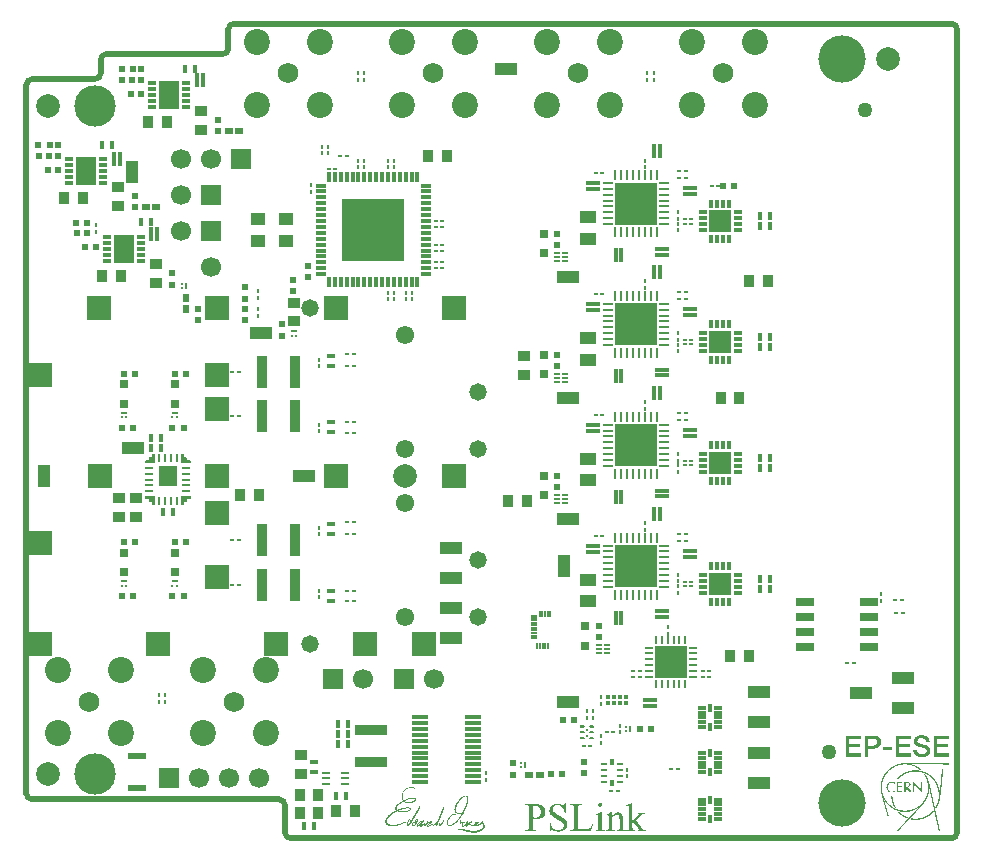
<source format=gts>
G04*
G04 #@! TF.GenerationSoftware,Altium Limited,Altium Designer,24.2.2 (26)*
G04*
G04 Layer_Color=8388736*
%FSLAX26Y26*%
%MOIN*%
G70*
G04*
G04 #@! TF.SameCoordinates,1490CFCF-B2EF-406E-B7EC-920D21FDAB99*
G04*
G04*
G04 #@! TF.FilePolarity,Negative*
G04*
G01*
G75*
%ADD18R,0.010000X0.032000*%
%ADD19R,0.032000X0.010000*%
%ADD20R,0.031496X0.031496*%
%ADD23R,0.011811X0.010800*%
%ADD24R,0.015748X0.025591*%
%ADD25R,0.072835X0.039370*%
%ADD26R,0.039370X0.072835*%
%ADD27R,0.039370X0.035433*%
%ADD28R,0.022835X0.024409*%
%ADD29R,0.056102X0.011811*%
%ADD30R,0.024409X0.022835*%
%ADD31R,0.064961X0.021654*%
%ADD32R,0.026000X0.010000*%
%ADD33R,0.010000X0.026000*%
%ADD39R,0.021654X0.009842*%
%ADD40R,0.021654X0.007874*%
%ADD41R,0.011811X0.023622*%
%ADD43R,0.029528X0.011811*%
%ADD44R,0.011811X0.029528*%
%ADD45R,0.072835X0.072835*%
%ADD46R,0.060039X0.025591*%
%ADD47R,0.028000X0.009000*%
%ADD48R,0.009842X0.027559*%
%ADD49C,0.017716*%
%ADD50R,0.027559X0.009842*%
%ADD51R,0.208661X0.208661*%
%ADD52R,0.011811X0.033465*%
%ADD53R,0.033465X0.011811*%
%ADD54R,0.051181X0.041339*%
%ADD55R,0.031496X0.011811*%
%ADD56R,0.068504X0.097638*%
%ADD57C,0.068898*%
%ADD58R,0.019685X0.005906*%
%ADD59R,0.005906X0.009842*%
%ADD62R,0.005906X0.019685*%
%ADD63R,0.009842X0.005906*%
%ADD64R,0.039370X0.035433*%
%ADD65R,0.035433X0.039370*%
%ADD66R,0.010800X0.011811*%
%ADD67R,0.037402X0.110236*%
%ADD68R,0.110236X0.037402*%
%ADD69R,0.004921X0.023622*%
%ADD70R,0.047244X0.011811*%
%ADD71R,0.011811X0.047244*%
%ADD72R,0.023622X0.004921*%
%ADD73R,0.039370X0.037402*%
%ADD74R,0.037402X0.039370*%
%ADD75R,0.024409X0.024409*%
%ADD76R,0.024409X0.024409*%
%ADD77R,0.025591X0.015748*%
%ADD78R,0.057087X0.043307*%
%ADD79C,0.020000*%
%ADD80C,0.020000*%
%ADD81R,0.144000X0.144000*%
%ADD82C,0.001390*%
%ADD83C,0.001098*%
%ADD84R,0.108000X0.108000*%
%ADD85R,0.027559X0.011811*%
%ADD86R,0.011811X0.027559*%
%ADD87R,0.020472X0.008661*%
%ADD88R,0.020472X0.012598*%
%ADD89R,0.008661X0.020472*%
%ADD90C,0.015937*%
%ADD91R,0.062992X0.070866*%
%ADD92R,0.031496X0.023622*%
%ADD93R,0.023622X0.031496*%
%ADD94C,0.078740*%
%ADD95R,0.078740X0.078740*%
%ADD96C,0.058189*%
%ADD97C,0.061024*%
%ADD98C,0.066929*%
%ADD99R,0.066929X0.066929*%
%ADD100C,0.050000*%
%ADD101C,0.086614*%
%ADD102C,0.137795*%
%ADD103C,0.157480*%
G36*
X297113Y1063583D02*
X297113Y1055709D01*
X299081Y1053740D01*
X304987D01*
X306955Y1051772D01*
X306955Y1045866D01*
X308924Y1043898D01*
X316798D01*
X318766Y1041929D01*
Y1036024D01*
X316798Y1034055D01*
X289239D01*
X287270Y1036024D01*
X287270Y1063583D01*
X289239Y1065551D01*
X295144D01*
X297113Y1063583D01*
D02*
G37*
G36*
X198688D02*
Y1036024D01*
X196719Y1034055D01*
X169160Y1034055D01*
X167192Y1036024D01*
Y1041929D01*
X169160Y1043898D01*
X177034D01*
X179003Y1045866D01*
X179003Y1051772D01*
X180971Y1053740D01*
X186877D01*
X188845Y1055709D01*
X188845Y1063583D01*
X190814Y1065551D01*
X196719D01*
X198688Y1063583D01*
D02*
G37*
G36*
X318766Y923819D02*
Y917913D01*
X316798Y915945D01*
X308924D01*
X306955Y913976D01*
Y908071D01*
X304987Y906102D01*
X299081D01*
X297113Y904134D01*
Y896260D01*
X295144Y894291D01*
X289239D01*
X287270Y896260D01*
Y923819D01*
X289239Y925787D01*
X316798D01*
X318766Y923819D01*
D02*
G37*
G36*
X198688D02*
Y896260D01*
X196719Y894291D01*
X190814D01*
X188845Y896260D01*
X188845Y904134D01*
X186877Y906102D01*
X180971D01*
X179003Y908071D01*
X179003Y913976D01*
X177034Y915945D01*
X169160D01*
X167192Y917913D01*
Y923819D01*
X169160Y925787D01*
X196719Y925787D01*
X198688Y923819D01*
D02*
G37*
G36*
X1663829Y159038D02*
X1663829Y155101D01*
X1661860Y153132D01*
X1652046D01*
X1650654Y153709D01*
X1647870Y156493D01*
X1647293Y157885D01*
X1647293Y159038D01*
X1649262Y161006D01*
X1661860D01*
X1663829Y159038D01*
D02*
G37*
G36*
X1633120Y159038D02*
X1633120Y157885D01*
X1632544Y156493D01*
X1629760Y153709D01*
X1628368Y153132D01*
X1618553D01*
X1616585Y155101D01*
Y159038D01*
X1618553Y161006D01*
X1631152D01*
X1633120Y159038D01*
D02*
G37*
G36*
X1644939Y149406D02*
Y146622D01*
X1641599Y143282D01*
X1638815D01*
X1635474Y146622D01*
Y149406D01*
X1638815Y152747D01*
X1641599D01*
X1644939Y149406D01*
D02*
G37*
G36*
X1663829Y139353D02*
Y135416D01*
X1661860Y133447D01*
X1651062D01*
X1649670Y134024D01*
X1647870Y135993D01*
X1647870Y138776D01*
X1649670Y140745D01*
X1651062Y141321D01*
X1661860D01*
X1663829Y139353D01*
D02*
G37*
G36*
X1630744Y140745D02*
X1632544Y138776D01*
Y135993D01*
X1630744Y134024D01*
X1629352Y133447D01*
X1618553Y133447D01*
X1616585Y135416D01*
Y139353D01*
X1618553Y141321D01*
X1629352D01*
X1630744Y140745D01*
D02*
G37*
G36*
X1644939Y128146D02*
Y125362D01*
X1641599Y122022D01*
X1638815D01*
X1635474Y125362D01*
Y128147D01*
X1638815Y131487D01*
X1641599Y131487D01*
X1644939Y128146D01*
D02*
G37*
G36*
X1663829Y119668D02*
X1663829Y115731D01*
X1661860Y113762D01*
X1649262D01*
X1647293Y115731D01*
Y116884D01*
X1647870Y118276D01*
X1650654Y121060D01*
X1652046Y121636D01*
X1661860D01*
X1663829Y119668D01*
D02*
G37*
G36*
X1629760Y121060D02*
X1632544Y118276D01*
X1633120Y116884D01*
X1633120Y115731D01*
X1631152Y113762D01*
X1618553D01*
X1616585Y115731D01*
Y119668D01*
X1618553Y121636D01*
X1628368D01*
X1629760Y121060D01*
D02*
G37*
G36*
X2731282Y34429D02*
X2750042D01*
Y34295D01*
X2750310D01*
Y34429D01*
X2750578D01*
Y34295D01*
X2750980D01*
Y34429D01*
X2751114D01*
Y34295D01*
X2773627D01*
Y34161D01*
X2773761D01*
Y34295D01*
X2774297D01*
Y34161D01*
X2774431D01*
Y34295D01*
X2774967D01*
Y34161D01*
X2775101D01*
Y34295D01*
X2775369D01*
Y34161D01*
X2775771D01*
Y34295D01*
X2776039D01*
Y34161D01*
X2776307D01*
Y34295D01*
X2776441D01*
Y34161D01*
X2797346D01*
Y34027D01*
X2812220D01*
Y33893D01*
X2830981D01*
Y33759D01*
X2831115D01*
Y33893D01*
X2833259D01*
Y33759D01*
X2833393D01*
Y33893D01*
X2833929D01*
Y33759D01*
X2834063D01*
Y33893D01*
X2834331D01*
Y33759D01*
X2835269D01*
Y33893D01*
X2835403D01*
Y33759D01*
X2846391D01*
Y33625D01*
X2846525D01*
Y30007D01*
X2844649D01*
Y29873D01*
X2844515D01*
Y30007D01*
X2826961D01*
Y30141D01*
X2826693D01*
Y30007D01*
X2826291D01*
Y30141D01*
X2806726D01*
Y30275D01*
X2782873D01*
Y30409D01*
X2782605D01*
Y30275D01*
X2782203D01*
Y30409D01*
X2781265D01*
Y30275D01*
X2781131D01*
Y30409D01*
X2765721D01*
Y30543D01*
X2765453D01*
Y30409D01*
X2765051D01*
Y30543D01*
X2743074D01*
Y30677D01*
X2742940D01*
Y30543D01*
X2741868D01*
Y30677D01*
X2741734D01*
Y30543D01*
X2740930D01*
Y30677D01*
X2740662D01*
Y30543D01*
X2740394D01*
Y30677D01*
X2723108D01*
Y30543D01*
X2723376D01*
Y30409D01*
X2723912D01*
Y30275D01*
X2724448D01*
Y30141D01*
X2724850D01*
Y30007D01*
X2725252D01*
Y29873D01*
X2725788D01*
Y29739D01*
X2726056D01*
Y29605D01*
X2726592D01*
Y29471D01*
X2726860D01*
Y29337D01*
X2727262D01*
Y29203D01*
X2727798D01*
Y29069D01*
X2728066D01*
Y28935D01*
X2728468D01*
Y28801D01*
X2728870D01*
Y28667D01*
X2729138D01*
Y28533D01*
X2729540D01*
Y28399D01*
X2729942D01*
Y28265D01*
X2730210D01*
Y28131D01*
X2730612D01*
Y27997D01*
X2730880D01*
Y27863D01*
X2731282D01*
Y27729D01*
X2731684D01*
Y27595D01*
X2731952D01*
Y27461D01*
X2732354D01*
Y27327D01*
X2732622D01*
Y27193D01*
X2732890D01*
Y27059D01*
X2733292D01*
Y26925D01*
X2733426D01*
Y26791D01*
X2733828D01*
Y26657D01*
X2734230D01*
Y26523D01*
X2734364D01*
Y26389D01*
X2734766D01*
Y26255D01*
X2735034D01*
Y26121D01*
X2735302D01*
Y25987D01*
X2735704D01*
Y25853D01*
X2735838D01*
Y25719D01*
X2736240D01*
Y25585D01*
X2736508D01*
Y25451D01*
X2736642D01*
Y25317D01*
X2737044D01*
Y25183D01*
X2737178D01*
Y25049D01*
X2737446D01*
Y24915D01*
X2737848D01*
Y24781D01*
X2737982D01*
Y24647D01*
X2738384D01*
Y24513D01*
X2738652D01*
Y24379D01*
X2738786D01*
Y24245D01*
X2739054D01*
Y24111D01*
X2739322D01*
Y23977D01*
X2739590D01*
Y23843D01*
X2739858D01*
Y23709D01*
X2739992D01*
Y23575D01*
X2740394D01*
Y23441D01*
X2740528D01*
Y23307D01*
X2740796D01*
Y23173D01*
X2741064D01*
Y23039D01*
X2741198D01*
Y22905D01*
X2741466D01*
Y22771D01*
X2741734D01*
Y22637D01*
X2742002D01*
Y22503D01*
X2742136D01*
Y22369D01*
X2742404D01*
Y22235D01*
X2742538D01*
Y22101D01*
X2742940D01*
Y21967D01*
X2743074D01*
Y21833D01*
X2743342D01*
Y21699D01*
X2743610D01*
Y21565D01*
X2743744D01*
Y21431D01*
X2744012D01*
Y21297D01*
X2744146D01*
Y21163D01*
X2744414D01*
Y21029D01*
X2744548D01*
Y20895D01*
X2744816D01*
Y20761D01*
X2744950D01*
Y20627D01*
X2745218D01*
Y20493D01*
X2745352D01*
Y20359D01*
X2745620D01*
Y20225D01*
X2745888D01*
Y20091D01*
X2746022D01*
Y19957D01*
X2746290D01*
Y19823D01*
X2746424D01*
Y19689D01*
X2746558D01*
Y19555D01*
X2746826D01*
Y19421D01*
X2746960D01*
Y19287D01*
X2747228D01*
Y19153D01*
X2747362D01*
Y19019D01*
X2747496D01*
Y18885D01*
X2747764D01*
Y18751D01*
X2747898D01*
Y18617D01*
X2748166D01*
Y18483D01*
X2748300D01*
Y18349D01*
X2748568D01*
Y18215D01*
X2748702D01*
Y18081D01*
X2748970D01*
Y17947D01*
X2749104D01*
Y17813D01*
X2749238D01*
Y17679D01*
X2749372D01*
Y17545D01*
X2749640D01*
Y17411D01*
X2749774D01*
Y17277D01*
X2749908D01*
Y17143D01*
X2750176D01*
Y17009D01*
X2750310D01*
Y16875D01*
X2750444D01*
Y16741D01*
X2750712D01*
Y16607D01*
X2750846D01*
Y16473D01*
X2750980D01*
Y16339D01*
X2751248D01*
Y16205D01*
X2751382D01*
Y16071D01*
X2751516D01*
Y15937D01*
X2751650D01*
Y15803D01*
X2751784D01*
Y15669D01*
X2752052D01*
Y15535D01*
X2752186D01*
Y15401D01*
X2752320D01*
Y15267D01*
X2752454D01*
Y15133D01*
X2752588D01*
Y14999D01*
X2752856D01*
Y14865D01*
X2752990D01*
Y14731D01*
X2753124D01*
Y14597D01*
X2753258D01*
Y14463D01*
X2753526D01*
Y14329D01*
X2753660D01*
Y14195D01*
X2753794D01*
Y14061D01*
X2753928D01*
Y13927D01*
X2754062D01*
Y13793D01*
X2754197D01*
Y13659D01*
X2754330D01*
Y13525D01*
X2754598D01*
Y13391D01*
X2754733D01*
Y13257D01*
X2754867D01*
Y13123D01*
X2755001D01*
Y12989D01*
X2755135D01*
Y12855D01*
X2755269D01*
Y12721D01*
X2755403D01*
Y12587D01*
X2755537D01*
Y12453D01*
X2755671D01*
Y12319D01*
X2755939D01*
Y12185D01*
X2756073D01*
Y12051D01*
X2756206D01*
Y11916D01*
X2756340D01*
Y11783D01*
X2756474D01*
Y11649D01*
X2756608D01*
Y11515D01*
X2756743D01*
Y11380D01*
X2756876D01*
Y11247D01*
X2757011D01*
Y11113D01*
X2757144D01*
Y10979D01*
X2757279D01*
Y10844D01*
X2757412D01*
Y10710D01*
X2757547D01*
Y10576D01*
X2757681D01*
Y10443D01*
X2757814D01*
Y10309D01*
X2758082D01*
Y10175D01*
X2757547D01*
Y10309D01*
X2757144D01*
Y10443D01*
X2756743D01*
Y10576D01*
X2756340D01*
Y10710D01*
X2755805D01*
Y10844D01*
X2755269D01*
Y10979D01*
X2754733D01*
Y11113D01*
X2754330D01*
Y11247D01*
X2753526D01*
Y11380D01*
X2752856D01*
Y11515D01*
X2752454D01*
Y11649D01*
X2751516D01*
Y11783D01*
X2750712D01*
Y11916D01*
X2750042D01*
Y12051D01*
X2749774D01*
Y12185D01*
X2749640D01*
Y12319D01*
X2749506D01*
Y12453D01*
X2749372D01*
Y12587D01*
X2749238D01*
Y12721D01*
X2748970D01*
Y12855D01*
X2748836D01*
Y12989D01*
X2748702D01*
Y13123D01*
X2748568D01*
Y13257D01*
X2748434D01*
Y13391D01*
X2748166D01*
Y13525D01*
X2748032D01*
Y13659D01*
X2747898D01*
Y13793D01*
X2747764D01*
Y13927D01*
X2747496D01*
Y14061D01*
X2747362D01*
Y14195D01*
X2747228D01*
Y14329D01*
X2746960D01*
Y14463D01*
X2746826D01*
Y14597D01*
X2746692D01*
Y14731D01*
X2746424D01*
Y14865D01*
X2746290D01*
Y14999D01*
X2746156D01*
Y15133D01*
X2745888D01*
Y15267D01*
X2745754D01*
Y15401D01*
X2745620D01*
Y15535D01*
X2745352D01*
Y15669D01*
X2745218D01*
Y15803D01*
X2745084D01*
Y15937D01*
X2744816D01*
Y16071D01*
X2744682D01*
Y16205D01*
X2744414D01*
Y16339D01*
X2744280D01*
Y16473D01*
X2744146D01*
Y16607D01*
X2743878D01*
Y16741D01*
X2743610D01*
Y16875D01*
X2743476D01*
Y17009D01*
X2743208D01*
Y17143D01*
X2743074D01*
Y17277D01*
X2742940D01*
Y17411D01*
X2742672D01*
Y17545D01*
X2742538D01*
Y17679D01*
X2742270D01*
Y17813D01*
X2742002D01*
Y17947D01*
X2741868D01*
Y18081D01*
X2741600D01*
Y18215D01*
X2741466D01*
Y18349D01*
X2741198D01*
Y18483D01*
X2740930D01*
Y18617D01*
X2740796D01*
Y18751D01*
X2740662D01*
Y18885D01*
X2740394D01*
Y19019D01*
X2740126D01*
Y19153D01*
X2739858D01*
Y19287D01*
X2739724D01*
Y19421D01*
X2739456D01*
Y19555D01*
X2739188D01*
Y19689D01*
X2739054D01*
Y19823D01*
X2738786D01*
Y19957D01*
X2738518D01*
Y20091D01*
X2738384D01*
Y20225D01*
X2738116D01*
Y20359D01*
X2737848D01*
Y20493D01*
X2737580D01*
Y20627D01*
X2737312D01*
Y20761D01*
X2737178D01*
Y20895D01*
X2736910D01*
Y21029D01*
X2736642D01*
Y21163D01*
X2736374D01*
Y21297D01*
X2736106D01*
Y21431D01*
X2735838D01*
Y21565D01*
X2735570D01*
Y21699D01*
X2735302D01*
Y21833D01*
X2735168D01*
Y21967D01*
X2734900D01*
Y22101D01*
X2734498D01*
Y22235D01*
X2734364D01*
Y22369D01*
X2733962D01*
Y22503D01*
X2733694D01*
Y22637D01*
X2733426D01*
Y22771D01*
X2733158D01*
Y22905D01*
X2732890D01*
Y23039D01*
X2732622D01*
Y23173D01*
X2732220D01*
Y23307D01*
X2732086D01*
Y23441D01*
X2731684D01*
Y23575D01*
X2731416D01*
Y23709D01*
X2731148D01*
Y23843D01*
X2730746D01*
Y23977D01*
X2730478D01*
Y24111D01*
X2730210D01*
Y24245D01*
X2729808D01*
Y24379D01*
X2729540D01*
Y24513D01*
X2729272D01*
Y24647D01*
X2728870D01*
Y24781D01*
X2728602D01*
Y24915D01*
X2728200D01*
Y25049D01*
X2727932D01*
Y25183D01*
X2727530D01*
Y25317D01*
X2727128D01*
Y25451D01*
X2726860D01*
Y25585D01*
X2726458D01*
Y25719D01*
X2726056D01*
Y25853D01*
X2725788D01*
Y25987D01*
X2725252D01*
Y26121D01*
X2724984D01*
Y26255D01*
X2724582D01*
Y26389D01*
X2724046D01*
Y26523D01*
X2723778D01*
Y26657D01*
X2723242D01*
Y26791D01*
X2722840D01*
Y26925D01*
X2722438D01*
Y27059D01*
X2721901D01*
Y27193D01*
X2721499D01*
Y27327D01*
X2721097D01*
Y27461D01*
X2720561D01*
Y27595D01*
X2720160D01*
Y27729D01*
X2719489D01*
Y27863D01*
X2719088D01*
Y27997D01*
X2718551D01*
Y28131D01*
X2717881D01*
Y28265D01*
X2717479D01*
Y28399D01*
X2716809D01*
Y28533D01*
X2716005D01*
Y28667D01*
X2715603D01*
Y28801D01*
X2714799D01*
Y28935D01*
X2714129D01*
Y29069D01*
X2713325D01*
Y29203D01*
X2712521D01*
Y29337D01*
X2711717D01*
Y29471D01*
X2710779D01*
Y29605D01*
X2709573D01*
Y29739D01*
X2708769D01*
Y29873D01*
X2707161D01*
Y30007D01*
X2705419D01*
Y30141D01*
X2703007D01*
Y30275D01*
X2697647D01*
Y30141D01*
X2695235D01*
Y30007D01*
X2693627D01*
Y29873D01*
X2693493D01*
Y30007D01*
X2693359D01*
Y29873D01*
X2692019D01*
Y29739D01*
X2691081D01*
Y29605D01*
X2689875D01*
Y29471D01*
X2688803D01*
Y29337D01*
X2688133D01*
Y29203D01*
X2687195D01*
Y29069D01*
X2686524D01*
Y28935D01*
X2685854D01*
Y28801D01*
X2685050D01*
Y28667D01*
X2684515D01*
Y28533D01*
X2683844D01*
Y28399D01*
X2683174D01*
Y28265D01*
X2682772D01*
Y28131D01*
X2682102D01*
Y27997D01*
X2681700D01*
Y27863D01*
X2681164D01*
Y27729D01*
X2680494D01*
Y27595D01*
X2680092D01*
Y27461D01*
X2679556D01*
Y27327D01*
X2679020D01*
Y27193D01*
X2678752D01*
Y27059D01*
X2678216D01*
Y26925D01*
X2677814D01*
Y26791D01*
X2677412D01*
Y26657D01*
X2676876D01*
Y26523D01*
X2676608D01*
Y26389D01*
X2676072D01*
Y26255D01*
X2675670D01*
Y26121D01*
X2675402D01*
Y25987D01*
X2674866D01*
Y25853D01*
X2674598D01*
Y25719D01*
X2674196D01*
Y25585D01*
X2673794D01*
Y25451D01*
X2673526D01*
Y25317D01*
X2673124D01*
Y25183D01*
X2672722D01*
Y25049D01*
X2672454D01*
Y24915D01*
X2672052D01*
Y24781D01*
X2671784D01*
Y24647D01*
X2671382D01*
Y24513D01*
X2670980D01*
Y24379D01*
X2670846D01*
Y24245D01*
X2670444D01*
Y24111D01*
X2670042D01*
Y23977D01*
X2669908D01*
Y23843D01*
X2669506D01*
Y23709D01*
X2669104D01*
Y23575D01*
X2668970D01*
Y23441D01*
X2668568D01*
Y23307D01*
X2668300D01*
Y23173D01*
X2668032D01*
Y23039D01*
X2667630D01*
Y22905D01*
X2667496D01*
Y22771D01*
X2667094D01*
Y22637D01*
X2666960D01*
Y22503D01*
X2666692D01*
Y22369D01*
X2666290D01*
Y22235D01*
X2666156D01*
Y22101D01*
X2665888D01*
Y21967D01*
X2665486D01*
Y21833D01*
X2665352D01*
Y21699D01*
X2665084D01*
Y21565D01*
X2664816D01*
Y21431D01*
X2664548D01*
Y21297D01*
X2664280D01*
Y21163D01*
X2664012D01*
Y21029D01*
X2663744D01*
Y20895D01*
X2663476D01*
Y20761D01*
X2663342D01*
Y20627D01*
X2663074D01*
Y20493D01*
X2662806D01*
Y20359D01*
X2662538D01*
Y20225D01*
X2662270D01*
Y20091D01*
X2662136D01*
Y19957D01*
X2661868D01*
Y19823D01*
X2661600D01*
Y19689D01*
X2661466D01*
Y19555D01*
X2661198D01*
Y19421D01*
X2660930D01*
Y19287D01*
X2660796D01*
Y19153D01*
X2660528D01*
Y19019D01*
X2660260D01*
Y18885D01*
X2660126D01*
Y18751D01*
X2659858D01*
Y18617D01*
X2659590D01*
Y18483D01*
X2659456D01*
Y18349D01*
X2659188D01*
Y18215D01*
X2659054D01*
Y18081D01*
X2658786D01*
Y17947D01*
X2658652D01*
Y17813D01*
X2658384D01*
Y17679D01*
X2658116D01*
Y17545D01*
X2657982D01*
Y17411D01*
X2657714D01*
Y17277D01*
X2657580D01*
Y17143D01*
X2657312D01*
Y17009D01*
X2657178D01*
Y16875D01*
X2657044D01*
Y16741D01*
X2656776D01*
Y16607D01*
X2656642D01*
Y16473D01*
X2656374D01*
Y16339D01*
X2656240D01*
Y16205D01*
X2655972D01*
Y16071D01*
X2655838D01*
Y15937D01*
X2655570D01*
Y15803D01*
X2655436D01*
Y15669D01*
X2655302D01*
Y15535D01*
X2655034D01*
Y15401D01*
X2654900D01*
Y15267D01*
X2654766D01*
Y15133D01*
X2654497D01*
Y14999D01*
X2654364D01*
Y14865D01*
X2654229D01*
Y14731D01*
X2653961D01*
Y14597D01*
X2653828D01*
Y14463D01*
X2653693D01*
Y14329D01*
X2653425D01*
Y14195D01*
X2653291D01*
Y14061D01*
X2653158D01*
Y13927D01*
X2653023D01*
Y13793D01*
X2652756D01*
Y13659D01*
X2652622D01*
Y13525D01*
X2652488D01*
Y13391D01*
X2652220D01*
Y13257D01*
X2652086D01*
Y13123D01*
X2651952D01*
Y12989D01*
X2651818D01*
Y12855D01*
X2651684D01*
Y12721D01*
X2651416D01*
Y12587D01*
X2651282D01*
Y12453D01*
X2651148D01*
Y12319D01*
X2651014D01*
Y12185D01*
X2650880D01*
Y12051D01*
X2650611D01*
Y11916D01*
X2650477D01*
Y11783D01*
X2650343D01*
Y11649D01*
X2650209D01*
Y11515D01*
X2650075D01*
Y11380D01*
X2649807D01*
Y11247D01*
X2649673D01*
Y11113D01*
X2649539D01*
Y10979D01*
X2649405D01*
Y10844D01*
X2649271D01*
Y10710D01*
X2649137D01*
Y10576D01*
X2649003D01*
Y10443D01*
X2648869D01*
Y10309D01*
X2648735D01*
Y10175D01*
X2648467D01*
Y9906D01*
X2648199D01*
Y9773D01*
X2648065D01*
Y9639D01*
X2647931D01*
Y9505D01*
X2647797D01*
Y9370D01*
X2647663D01*
Y9236D01*
X2647529D01*
Y9102D01*
X2647395D01*
Y8969D01*
X2647261D01*
Y8835D01*
X2647127D01*
Y8700D01*
X2646993D01*
Y8566D01*
X2646859D01*
Y8432D01*
X2646725D01*
Y8299D01*
X2646591D01*
Y8164D01*
X2646457D01*
Y8030D01*
X2646323D01*
Y7896D01*
X2646189D01*
Y7763D01*
X2645921D01*
Y7495D01*
X2645787D01*
Y7360D01*
X2645653D01*
Y7226D01*
X2645519D01*
Y7092D01*
X2645385D01*
Y6958D01*
X2645251D01*
Y6824D01*
X2645117D01*
Y6690D01*
X2644983D01*
Y6556D01*
X2644849D01*
Y6422D01*
X2644715D01*
Y6288D01*
X2644581D01*
Y6154D01*
X2644447D01*
Y6020D01*
X2644313D01*
Y5886D01*
X2644179D01*
Y5752D01*
X2644045D01*
Y5618D01*
X2643911D01*
Y5484D01*
X2643777D01*
Y5350D01*
X2643643D01*
Y5216D01*
X2643509D01*
Y4948D01*
X2643375D01*
Y4814D01*
X2643241D01*
Y4680D01*
X2643107D01*
Y4546D01*
X2642973D01*
Y4412D01*
X2642839D01*
Y4278D01*
X2642705D01*
Y4144D01*
X2642571D01*
Y4010D01*
X2642437D01*
Y3876D01*
X2642303D01*
Y3608D01*
X2642169D01*
Y3474D01*
X2642035D01*
Y3340D01*
X2641901D01*
Y3206D01*
X2641767D01*
Y3072D01*
X2641633D01*
Y2938D01*
X2641499D01*
Y2804D01*
X2641365D01*
Y2536D01*
X2641231D01*
Y2402D01*
X2641097D01*
Y2268D01*
X2640963D01*
Y2134D01*
X2640829D01*
Y1866D01*
X2640695D01*
Y1732D01*
X2640561D01*
Y1598D01*
X2640427D01*
Y1464D01*
X2640293D01*
Y1330D01*
X2640159D01*
Y1062D01*
X2640025D01*
Y928D01*
X2639891D01*
Y794D01*
X2639757D01*
Y526D01*
X2639623D01*
Y392D01*
X2639489D01*
Y258D01*
X2639355D01*
Y124D01*
X2639221D01*
Y-144D01*
X2639087D01*
Y-278D01*
X2638953D01*
Y-412D01*
X2638819D01*
Y-680D01*
X2638685D01*
Y-814D01*
X2638551D01*
Y-948D01*
X2638417D01*
Y-1216D01*
X2638283D01*
Y-1350D01*
X2638149D01*
Y-1484D01*
X2638015D01*
Y-1752D01*
X2637881D01*
Y-1886D01*
X2637747D01*
Y-2154D01*
X2637613D01*
Y-2288D01*
X2637479D01*
Y-2422D01*
X2637345D01*
Y-2690D01*
X2637211D01*
Y-2824D01*
X2637077D01*
Y-3092D01*
X2636943D01*
Y-3226D01*
X2636809D01*
Y-3360D01*
X2636675D01*
Y-3628D01*
X2636541D01*
Y-3896D01*
X2636407D01*
Y-4030D01*
X2636273D01*
Y-4298D01*
X2636139D01*
Y-4432D01*
X2636005D01*
Y-4700D01*
X2635871D01*
Y-4834D01*
X2635737D01*
Y-4968D01*
X2635603D01*
Y-5236D01*
X2635469D01*
Y-5504D01*
X2635335D01*
Y-5638D01*
X2635201D01*
Y-5906D01*
X2635067D01*
Y-6040D01*
X2634933D01*
Y-6308D01*
X2634799D01*
Y-6576D01*
X2634665D01*
Y-6710D01*
X2634531D01*
Y-6978D01*
X2634397D01*
Y-7246D01*
X2634263D01*
Y-7380D01*
X2634129D01*
Y-7648D01*
X2633995D01*
Y-7916D01*
X2633861D01*
Y-8050D01*
X2633727D01*
Y-8318D01*
X2633593D01*
Y-8452D01*
X2633459D01*
Y-8854D01*
X2633325D01*
Y-8988D01*
X2633191D01*
Y-9256D01*
X2633057D01*
Y-9524D01*
X2632923D01*
Y-9658D01*
X2632789D01*
Y-10060D01*
X2632655D01*
Y-10328D01*
X2632521D01*
Y-10462D01*
X2632387D01*
Y-10730D01*
X2632253D01*
Y-10998D01*
X2632119D01*
Y-11266D01*
X2631985D01*
Y-11534D01*
X2631851D01*
Y-11668D01*
X2631717D01*
Y-12070D01*
X2631583D01*
Y-12338D01*
X2631449D01*
Y-12472D01*
X2631315D01*
Y-12874D01*
X2631181D01*
Y-13142D01*
X2631047D01*
Y-13410D01*
X2630913D01*
Y-13678D01*
X2630779D01*
Y-13946D01*
X2630645D01*
Y-14214D01*
X2630511D01*
Y-14482D01*
X2630377D01*
Y-14750D01*
X2630243D01*
Y-15152D01*
X2630109D01*
Y-15420D01*
X2629975D01*
Y-15688D01*
X2629841D01*
Y-16090D01*
X2629707D01*
Y-16224D01*
X2629573D01*
Y-16626D01*
X2629439D01*
Y-16894D01*
X2629305D01*
Y-17162D01*
X2629171D01*
Y-17564D01*
X2629037D01*
Y-17832D01*
X2628903D01*
Y-18234D01*
X2628769D01*
Y-18636D01*
X2628635D01*
Y-18904D01*
X2628501D01*
Y-19306D01*
X2628367D01*
Y-19708D01*
X2628233D01*
Y-19842D01*
X2628099D01*
Y-20378D01*
X2627965D01*
Y-20646D01*
X2627831D01*
Y-21048D01*
X2627697D01*
Y-21450D01*
X2627563D01*
Y-21718D01*
X2627429D01*
Y-22255D01*
X2627295D01*
Y-22656D01*
X2627161D01*
Y-22924D01*
X2627027D01*
Y-23460D01*
X2626893D01*
Y-23863D01*
X2626759D01*
Y-24265D01*
X2626625D01*
Y-24800D01*
X2626491D01*
Y-25069D01*
X2626357D01*
Y-25605D01*
X2626223D01*
Y-26140D01*
X2626089D01*
Y-26543D01*
X2625955D01*
Y-27213D01*
X2625821D01*
Y-27615D01*
X2625687D01*
Y-28017D01*
X2625553D01*
Y-28687D01*
X2625419D01*
Y-29223D01*
X2625285D01*
Y-29759D01*
X2625151D01*
Y-30563D01*
X2625017D01*
Y-30965D01*
X2624883D01*
Y-31769D01*
X2624749D01*
Y-32439D01*
X2624615D01*
Y-32975D01*
X2624481D01*
Y-33913D01*
X2624347D01*
Y-34583D01*
X2624213D01*
Y-35521D01*
X2624079D01*
Y-36727D01*
X2623945D01*
Y-37531D01*
X2623811D01*
Y-38871D01*
X2623677D01*
Y-40345D01*
X2623543D01*
Y-41953D01*
X2623409D01*
Y-46911D01*
X2623275D01*
Y-47045D01*
X2623409D01*
Y-51735D01*
X2623543D01*
Y-53343D01*
X2623677D01*
Y-54683D01*
X2623811D01*
Y-56157D01*
X2623945D01*
Y-56827D01*
X2624079D01*
Y-57900D01*
X2624213D01*
Y-58971D01*
X2624347D01*
Y-59642D01*
X2624481D01*
Y-60580D01*
X2624615D01*
Y-61116D01*
X2624749D01*
Y-61786D01*
X2624883D01*
Y-62590D01*
X2625017D01*
Y-63126D01*
X2625151D01*
Y-63662D01*
X2625285D01*
Y-64466D01*
X2625419D01*
Y-64868D01*
X2625553D01*
Y-65538D01*
X2625687D01*
Y-65940D01*
X2625821D01*
Y-66476D01*
X2625955D01*
Y-67012D01*
X2626089D01*
Y-67414D01*
X2626223D01*
Y-67950D01*
X2626357D01*
Y-68486D01*
X2626491D01*
Y-68754D01*
X2626625D01*
Y-69290D01*
X2626759D01*
Y-69692D01*
X2626893D01*
Y-70094D01*
X2627027D01*
Y-70630D01*
X2627161D01*
Y-70898D01*
X2627295D01*
Y-71434D01*
X2627429D01*
Y-71836D01*
X2627563D01*
Y-72104D01*
X2627697D01*
Y-72640D01*
X2627831D01*
Y-72908D01*
X2627965D01*
Y-73176D01*
X2628099D01*
Y-73712D01*
X2628233D01*
Y-73980D01*
X2628367D01*
Y-74382D01*
X2628501D01*
Y-74784D01*
X2628635D01*
Y-75052D01*
X2628769D01*
Y-75454D01*
X2628903D01*
Y-75722D01*
X2629037D01*
Y-75990D01*
X2629171D01*
Y-76392D01*
X2629305D01*
Y-76660D01*
X2629439D01*
Y-76928D01*
X2629573D01*
Y-77330D01*
X2629707D01*
Y-77598D01*
X2629841D01*
Y-78000D01*
X2629975D01*
Y-78268D01*
X2630109D01*
Y-78536D01*
X2630243D01*
Y-78804D01*
X2630377D01*
Y-79072D01*
X2630511D01*
Y-79340D01*
X2630645D01*
Y-79742D01*
X2630779D01*
Y-79876D01*
X2630913D01*
Y-80278D01*
X2631047D01*
Y-80412D01*
X2631181D01*
Y-80680D01*
X2631315D01*
Y-81082D01*
X2631449D01*
Y-81216D01*
X2631583D01*
Y-81618D01*
X2631717D01*
Y-81886D01*
X2631851D01*
Y-82020D01*
X2631985D01*
Y-82422D01*
X2632119D01*
Y-82690D01*
X2632253D01*
Y-82824D01*
X2632387D01*
Y-83092D01*
X2632521D01*
Y-83360D01*
X2632655D01*
Y-83628D01*
X2632789D01*
Y-83896D01*
X2632923D01*
Y-84030D01*
X2633057D01*
Y-84298D01*
X2633191D01*
Y-84566D01*
X2633325D01*
Y-84834D01*
X2633459D01*
Y-85102D01*
X2633593D01*
Y-85236D01*
X2633727D01*
Y-85504D01*
X2633861D01*
Y-85772D01*
X2633995D01*
Y-85906D01*
X2634129D01*
Y-86174D01*
X2634263D01*
Y-86442D01*
X2634397D01*
Y-86576D01*
X2634531D01*
Y-86844D01*
X2634665D01*
Y-87112D01*
X2634799D01*
Y-87246D01*
X2634933D01*
Y-87514D01*
X2635067D01*
Y-87648D01*
X2635201D01*
Y-87916D01*
X2635335D01*
Y-88184D01*
X2635469D01*
Y-88318D01*
X2635603D01*
Y-88586D01*
X2635737D01*
Y-88720D01*
X2635871D01*
Y-88988D01*
X2636005D01*
Y-89122D01*
X2636139D01*
Y-89390D01*
X2636273D01*
Y-89524D01*
X2636407D01*
Y-89792D01*
X2636541D01*
Y-89926D01*
X2636675D01*
Y-90194D01*
X2636809D01*
Y-90328D01*
X2636943D01*
Y-90596D01*
X2637077D01*
Y-90730D01*
X2637211D01*
Y-90864D01*
X2637345D01*
Y-91132D01*
X2637479D01*
Y-91266D01*
X2637613D01*
Y-91534D01*
X2637747D01*
Y-91668D01*
X2637881D01*
Y-91802D01*
X2638015D01*
Y-92070D01*
X2638149D01*
Y-92204D01*
X2638283D01*
Y-92472D01*
X2638417D01*
Y-92606D01*
X2638551D01*
Y-92740D01*
X2638685D01*
Y-93008D01*
X2638819D01*
Y-93142D01*
X2638953D01*
Y-93276D01*
X2639087D01*
Y-93544D01*
X2639221D01*
Y-93678D01*
X2639355D01*
Y-93812D01*
X2639489D01*
Y-94081D01*
X2639623D01*
Y-94215D01*
X2639757D01*
Y-94349D01*
X2639891D01*
Y-94483D01*
X2640025D01*
Y-94617D01*
X2640159D01*
Y-94885D01*
X2640293D01*
Y-95019D01*
X2640427D01*
Y-95153D01*
X2640561D01*
Y-95421D01*
X2640695D01*
Y-95555D01*
X2640829D01*
Y-95689D01*
X2640963D01*
Y-95823D01*
X2641097D01*
Y-95957D01*
X2641231D01*
Y-96225D01*
X2641365D01*
Y-96359D01*
X2641499D01*
Y-96493D01*
X2641633D01*
Y-96627D01*
X2641767D01*
Y-96761D01*
X2641901D01*
Y-96895D01*
X2642035D01*
Y-97163D01*
X2642169D01*
Y-97297D01*
X2642303D01*
Y-97431D01*
X2642437D01*
Y-97565D01*
X2642571D01*
Y-97699D01*
X2642705D01*
Y-97833D01*
X2642839D01*
Y-97967D01*
X2642973D01*
Y-98235D01*
X2643107D01*
Y-98369D01*
X2643241D01*
Y-98503D01*
X2643375D01*
Y-98637D01*
X2643509D01*
Y-98771D01*
X2643643D01*
Y-98905D01*
X2643777D01*
Y-99039D01*
X2643911D01*
Y-99173D01*
X2644045D01*
Y-99307D01*
X2644179D01*
Y-99441D01*
X2644313D01*
Y-99575D01*
X2644447D01*
Y-99709D01*
X2644581D01*
Y-99977D01*
X2644715D01*
Y-100111D01*
X2644849D01*
Y-100245D01*
X2644983D01*
Y-100379D01*
X2645117D01*
Y-100513D01*
X2645251D01*
Y-100647D01*
X2645385D01*
Y-100781D01*
X2645519D01*
Y-100915D01*
X2645653D01*
Y-101049D01*
X2645787D01*
Y-101183D01*
X2645921D01*
Y-101317D01*
X2646055D01*
Y-101451D01*
X2646189D01*
Y-101585D01*
X2646323D01*
Y-101719D01*
X2646457D01*
Y-101853D01*
X2646591D01*
Y-101987D01*
X2646725D01*
Y-102121D01*
X2646859D01*
Y-102255D01*
X2646993D01*
Y-102389D01*
X2647127D01*
Y-102523D01*
X2647261D01*
Y-102657D01*
X2647529D01*
Y-102791D01*
X2647663D01*
Y-102925D01*
X2647797D01*
Y-103059D01*
X2647931D01*
Y-103193D01*
X2648065D01*
Y-103327D01*
X2648199D01*
Y-103461D01*
X2648333D01*
Y-103595D01*
X2648467D01*
Y-103729D01*
X2648601D01*
Y-103863D01*
X2648735D01*
Y-103997D01*
X2648869D01*
Y-104131D01*
X2649137D01*
Y-104265D01*
X2649271D01*
Y-104399D01*
X2649405D01*
Y-104533D01*
X2649539D01*
Y-104667D01*
X2649673D01*
Y-104801D01*
X2649807D01*
Y-104935D01*
X2649941D01*
Y-105069D01*
X2650209D01*
Y-105203D01*
X2650343D01*
Y-105337D01*
X2650477D01*
Y-105471D01*
X2650611D01*
Y-105605D01*
X2650745D01*
Y-105739D01*
X2650880D01*
Y-105873D01*
X2651148D01*
Y-106007D01*
X2651282D01*
Y-106141D01*
X2651416D01*
Y-106275D01*
X2651550D01*
Y-106409D01*
X2651684D01*
Y-106543D01*
X2651952D01*
Y-106677D01*
X2652086D01*
Y-106811D01*
X2652220D01*
Y-106945D01*
X2652354D01*
Y-107079D01*
X2652622D01*
Y-107213D01*
X2652756D01*
Y-107347D01*
X2652890D01*
Y-107481D01*
X2653023D01*
Y-107615D01*
X2653291D01*
Y-107749D01*
X2653425D01*
Y-107883D01*
X2653559D01*
Y-108017D01*
X2653828D01*
Y-108151D01*
X2653961D01*
Y-108285D01*
X2654096D01*
Y-108419D01*
X2654364D01*
Y-108553D01*
X2654497D01*
Y-108687D01*
X2654632D01*
Y-108821D01*
X2654900D01*
Y-108955D01*
X2655034D01*
Y-109089D01*
X2655302D01*
Y-109223D01*
X2655436D01*
Y-109357D01*
X2655570D01*
Y-109491D01*
X2655838D01*
Y-109625D01*
X2655972D01*
Y-109759D01*
X2656106D01*
Y-109893D01*
X2656374D01*
Y-110027D01*
X2656508D01*
Y-110161D01*
X2656776D01*
Y-110295D01*
X2656910D01*
Y-110429D01*
X2657178D01*
Y-110563D01*
X2657312D01*
Y-110697D01*
X2657446D01*
Y-110831D01*
X2657714D01*
Y-110965D01*
X2657982D01*
Y-111099D01*
X2658116D01*
Y-111233D01*
X2658384D01*
Y-111367D01*
X2658518D01*
Y-111501D01*
X2658786D01*
Y-111635D01*
X2658920D01*
Y-111769D01*
X2659188D01*
Y-111903D01*
X2659456D01*
Y-112037D01*
X2659590D01*
Y-112171D01*
X2659724D01*
Y-112305D01*
X2659992D01*
Y-112439D01*
X2660260D01*
Y-112573D01*
X2660528D01*
Y-112707D01*
X2660662D01*
Y-112841D01*
X2660930D01*
Y-112975D01*
X2661198D01*
Y-113109D01*
X2661332D01*
Y-113243D01*
X2661600D01*
Y-113377D01*
X2661868D01*
Y-113511D01*
X2662002D01*
Y-113645D01*
X2662270D01*
Y-113779D01*
X2662538D01*
Y-113913D01*
X2662672D01*
Y-114047D01*
X2663074D01*
Y-114181D01*
X2663208D01*
Y-114315D01*
X2663476D01*
Y-114449D01*
X2663744D01*
Y-114583D01*
X2663878D01*
Y-114717D01*
X2664280D01*
Y-114851D01*
X2664548D01*
Y-114985D01*
X2664682D01*
Y-115119D01*
X2664950D01*
Y-115253D01*
X2665218D01*
Y-115387D01*
X2665486D01*
Y-115521D01*
X2665754D01*
Y-115655D01*
X2666022D01*
Y-115789D01*
X2666290D01*
Y-115923D01*
X2666558D01*
Y-116057D01*
X2666826D01*
Y-116191D01*
X2667094D01*
Y-116325D01*
X2667362D01*
Y-116459D01*
X2667630D01*
Y-116593D01*
X2668032D01*
Y-116727D01*
X2668166D01*
Y-116861D01*
X2668568D01*
Y-116995D01*
X2668836D01*
Y-117129D01*
X2669104D01*
Y-117263D01*
X2669506D01*
Y-117397D01*
X2669774D01*
Y-117531D01*
X2670042D01*
Y-117665D01*
X2670444D01*
Y-117799D01*
X2670712D01*
Y-117933D01*
X2670980D01*
Y-118067D01*
X2671382D01*
Y-118201D01*
X2671650D01*
Y-118335D01*
X2672052D01*
Y-118469D01*
X2672320D01*
Y-118603D01*
X2672722D01*
Y-118737D01*
X2673124D01*
Y-118871D01*
X2673392D01*
Y-119005D01*
X2673794D01*
Y-119139D01*
X2674196D01*
Y-119273D01*
X2674464D01*
Y-119407D01*
X2674866D01*
Y-119541D01*
X2675268D01*
Y-119675D01*
X2675670D01*
Y-119809D01*
X2676072D01*
Y-119943D01*
X2676474D01*
Y-120077D01*
X2676876D01*
Y-120211D01*
X2677412D01*
Y-120345D01*
X2677680D01*
Y-120479D01*
X2678216D01*
Y-120613D01*
X2678618D01*
Y-120747D01*
X2679020D01*
Y-120881D01*
X2679556D01*
Y-121015D01*
X2679958D01*
Y-121149D01*
X2680494D01*
Y-121283D01*
X2681030D01*
Y-121417D01*
X2681566D01*
Y-121551D01*
X2682236D01*
Y-121685D01*
X2682772D01*
Y-121819D01*
X2683174D01*
Y-121953D01*
X2683844D01*
Y-122087D01*
X2684380D01*
Y-122221D01*
X2685184D01*
Y-122355D01*
X2685854D01*
Y-122489D01*
X2686390D01*
Y-122623D01*
X2687329D01*
Y-122757D01*
X2688133D01*
Y-122891D01*
X2688803D01*
Y-123025D01*
X2690009D01*
Y-123159D01*
X2690813D01*
Y-123293D01*
X2692153D01*
Y-123427D01*
X2693627D01*
Y-123561D01*
X2694967D01*
Y-123695D01*
X2698317D01*
Y-123829D01*
X2698719D01*
Y-123695D01*
X2698853D01*
Y-123829D01*
X2702203D01*
Y-123695D01*
X2702337D01*
Y-123829D01*
X2702471D01*
Y-123695D01*
X2705553D01*
Y-123561D01*
X2706893D01*
Y-123427D01*
X2708501D01*
Y-123293D01*
X2709841D01*
Y-123159D01*
X2710645D01*
Y-123025D01*
X2711717D01*
Y-122891D01*
X2712521D01*
Y-122757D01*
X2713325D01*
Y-122623D01*
X2714263D01*
Y-122489D01*
X2714799D01*
Y-122355D01*
X2715469D01*
Y-122221D01*
X2716273D01*
Y-122087D01*
X2716809D01*
Y-121953D01*
X2717479D01*
Y-121819D01*
X2718015D01*
Y-121685D01*
X2718551D01*
Y-121551D01*
X2719221D01*
Y-121417D01*
X2719489D01*
Y-121283D01*
X2720026D01*
Y-121149D01*
X2720695D01*
Y-121015D01*
X2721097D01*
Y-120881D01*
X2721633D01*
Y-120747D01*
X2722035D01*
Y-120613D01*
X2722438D01*
Y-120479D01*
X2722974D01*
Y-120345D01*
X2723242D01*
Y-120211D01*
X2723778D01*
Y-120077D01*
X2724180D01*
Y-119943D01*
X2724448D01*
Y-119809D01*
X2724984D01*
Y-119675D01*
X2725386D01*
Y-119541D01*
X2725788D01*
Y-119407D01*
X2726190D01*
Y-119273D01*
X2726458D01*
Y-119139D01*
X2726860D01*
Y-119005D01*
X2727262D01*
Y-118871D01*
X2727530D01*
Y-118737D01*
X2727932D01*
Y-118603D01*
X2728334D01*
Y-118469D01*
X2728602D01*
Y-118335D01*
X2729004D01*
Y-118201D01*
X2729272D01*
Y-118067D01*
X2729674D01*
Y-117933D01*
X2729942D01*
Y-117799D01*
X2730210D01*
Y-117665D01*
X2730612D01*
Y-117531D01*
X2730880D01*
Y-117397D01*
X2731148D01*
Y-117263D01*
X2731550D01*
Y-117129D01*
X2731818D01*
Y-116995D01*
X2732086D01*
Y-116861D01*
X2732488D01*
Y-116727D01*
X2732622D01*
Y-116593D01*
X2733024D01*
Y-116459D01*
X2733158D01*
Y-116325D01*
X2733560D01*
Y-116191D01*
X2733828D01*
Y-116057D01*
X2734096D01*
Y-115923D01*
X2734364D01*
Y-115789D01*
X2734632D01*
Y-115655D01*
X2734900D01*
Y-115521D01*
X2735168D01*
Y-115387D01*
X2735436D01*
Y-115253D01*
X2735704D01*
Y-115119D01*
X2735972D01*
Y-114985D01*
X2736106D01*
Y-114851D01*
X2736374D01*
Y-114717D01*
X2736776D01*
Y-114583D01*
X2736910D01*
Y-114449D01*
X2737178D01*
Y-114315D01*
X2737446D01*
Y-114181D01*
X2737580D01*
Y-114047D01*
X2737982D01*
Y-113913D01*
X2738116D01*
Y-113779D01*
X2738384D01*
Y-113645D01*
X2738652D01*
Y-113511D01*
X2738786D01*
Y-113377D01*
X2739054D01*
Y-113243D01*
X2739322D01*
Y-113109D01*
X2739456D01*
Y-112975D01*
X2739724D01*
Y-112841D01*
X2739992D01*
Y-112707D01*
X2740126D01*
Y-112573D01*
X2740394D01*
Y-112439D01*
X2740528D01*
Y-112305D01*
X2740930D01*
Y-112171D01*
X2741064D01*
Y-112037D01*
X2741332D01*
Y-111903D01*
X2741466D01*
Y-111769D01*
X2741734D01*
Y-111635D01*
X2741868D01*
Y-111501D01*
X2742136D01*
Y-111367D01*
X2742270D01*
Y-111233D01*
X2742538D01*
Y-111099D01*
X2742672D01*
Y-110965D01*
X2742940D01*
Y-110831D01*
X2743208D01*
Y-110697D01*
X2743342D01*
Y-110563D01*
X2743476D01*
Y-110429D01*
X2743744D01*
Y-110295D01*
X2743878D01*
Y-110161D01*
X2744146D01*
Y-110027D01*
X2744280D01*
Y-109893D01*
X2744414D01*
Y-109759D01*
X2744682D01*
Y-109625D01*
X2744816D01*
Y-109491D01*
X2745084D01*
Y-109357D01*
X2745218D01*
Y-109223D01*
X2745352D01*
Y-109089D01*
X2745620D01*
Y-108955D01*
X2745754D01*
Y-108821D01*
X2746022D01*
Y-108687D01*
X2746156D01*
Y-108553D01*
X2746290D01*
Y-108419D01*
X2746558D01*
Y-108285D01*
X2746692D01*
Y-108151D01*
X2746826D01*
Y-108017D01*
X2747094D01*
Y-107883D01*
X2747228D01*
Y-107749D01*
X2747362D01*
Y-107615D01*
X2747630D01*
Y-107481D01*
X2747764D01*
Y-107347D01*
X2747898D01*
Y-107213D01*
X2748032D01*
Y-107079D01*
X2748166D01*
Y-106945D01*
X2748434D01*
Y-106811D01*
X2748568D01*
Y-106677D01*
X2748702D01*
Y-106543D01*
X2748970D01*
Y-106409D01*
X2749104D01*
Y-106275D01*
X2749238D01*
Y-106141D01*
X2749372D01*
Y-106007D01*
X2749506D01*
Y-105873D01*
X2749774D01*
Y-105739D01*
X2749908D01*
Y-105605D01*
X2750042D01*
Y-105471D01*
X2750176D01*
Y-105337D01*
X2750310D01*
Y-105203D01*
X2750444D01*
Y-105069D01*
X2750712D01*
Y-104935D01*
X2750846D01*
Y-104801D01*
X2750980D01*
Y-104667D01*
X2751114D01*
Y-104533D01*
X2751248D01*
Y-104399D01*
X2751382D01*
Y-104265D01*
X2751516D01*
Y-104131D01*
X2751784D01*
Y-103997D01*
X2751918D01*
Y-103863D01*
X2752052D01*
Y-103729D01*
X2752186D01*
Y-103595D01*
X2752320D01*
Y-103461D01*
X2752454D01*
Y-103327D01*
X2752588D01*
Y-103193D01*
X2752722D01*
Y-103059D01*
X2752856D01*
Y-102925D01*
X2752990D01*
Y-102791D01*
X2753124D01*
Y-102657D01*
X2753392D01*
Y-102389D01*
X2753526D01*
Y-102255D01*
X2753794D01*
Y-102121D01*
X2753928D01*
Y-101987D01*
X2754062D01*
Y-101853D01*
X2754197D01*
Y-101719D01*
X2754330D01*
Y-101585D01*
X2754465D01*
Y-101451D01*
X2754598D01*
Y-101317D01*
X2754733D01*
Y-101183D01*
X2754867D01*
Y-101049D01*
X2755001D01*
Y-100915D01*
X2755135D01*
Y-100781D01*
X2755269D01*
Y-100647D01*
X2755403D01*
Y-100513D01*
X2755537D01*
Y-100379D01*
X2755671D01*
Y-100245D01*
X2755805D01*
Y-100111D01*
X2755939D01*
Y-99843D01*
X2756073D01*
Y-99709D01*
X2756206D01*
Y-99575D01*
X2756340D01*
Y-99441D01*
X2756474D01*
Y-99307D01*
X2756608D01*
Y-99173D01*
X2756743D01*
Y-99039D01*
X2756876D01*
Y-98905D01*
X2757011D01*
Y-98771D01*
X2757144D01*
Y-98637D01*
X2757279D01*
Y-98503D01*
X2757412D01*
Y-98369D01*
X2757547D01*
Y-98235D01*
X2757681D01*
Y-97967D01*
X2757814D01*
Y-97833D01*
X2757949D01*
Y-97699D01*
X2758082D01*
Y-97565D01*
X2758217D01*
Y-97431D01*
X2758351D01*
Y-97297D01*
X2758485D01*
Y-97029D01*
X2758619D01*
Y-96895D01*
X2758753D01*
Y-96761D01*
X2758887D01*
Y-96627D01*
X2759021D01*
Y-96493D01*
X2759155D01*
Y-96225D01*
X2759289D01*
Y-96091D01*
X2759423D01*
Y-95957D01*
X2759557D01*
Y-95823D01*
X2759691D01*
Y-95689D01*
X2759825D01*
Y-95555D01*
X2759959D01*
Y-95287D01*
X2760093D01*
Y-95153D01*
X2760227D01*
Y-95019D01*
X2760361D01*
Y-94885D01*
X2760495D01*
Y-94617D01*
X2760629D01*
Y-94483D01*
X2760763D01*
Y-94349D01*
X2760897D01*
Y-94215D01*
X2761031D01*
Y-93947D01*
X2761165D01*
Y-93812D01*
X2761299D01*
Y-93678D01*
X2761433D01*
Y-93544D01*
X2761567D01*
Y-93276D01*
X2761701D01*
Y-93142D01*
X2761835D01*
Y-93008D01*
X2761969D01*
Y-92740D01*
X2762103D01*
Y-92606D01*
X2762237D01*
Y-92472D01*
X2762371D01*
Y-92204D01*
X2762505D01*
Y-92070D01*
X2762639D01*
Y-91802D01*
X2762773D01*
Y-91668D01*
X2762907D01*
Y-91534D01*
X2763041D01*
Y-91266D01*
X2763175D01*
Y-91132D01*
X2763309D01*
Y-90998D01*
X2763443D01*
Y-90730D01*
X2763577D01*
Y-90596D01*
X2763711D01*
Y-90328D01*
X2763845D01*
Y-90060D01*
X2763979D01*
Y-89926D01*
X2764113D01*
Y-89792D01*
X2764247D01*
Y-89524D01*
X2764381D01*
Y-89390D01*
X2764515D01*
Y-89122D01*
X2764649D01*
Y-88988D01*
X2764783D01*
Y-88720D01*
X2764917D01*
Y-88452D01*
X2765051D01*
Y-88318D01*
X2765185D01*
Y-88050D01*
X2765319D01*
Y-87916D01*
X2765453D01*
Y-87648D01*
X2765587D01*
Y-87514D01*
X2765721D01*
Y-87246D01*
X2765855D01*
Y-87112D01*
X2765989D01*
Y-86844D01*
X2766123D01*
Y-86576D01*
X2766257D01*
Y-86442D01*
X2766391D01*
Y-86174D01*
X2766525D01*
Y-85906D01*
X2766659D01*
Y-85638D01*
X2766793D01*
Y-85504D01*
X2766927D01*
Y-85236D01*
X2767061D01*
Y-84968D01*
X2767195D01*
Y-84834D01*
X2767329D01*
Y-84566D01*
X2767463D01*
Y-84298D01*
X2767597D01*
Y-84030D01*
X2767731D01*
Y-83762D01*
X2767865D01*
Y-83628D01*
X2767999D01*
Y-83360D01*
X2768133D01*
Y-83092D01*
X2768267D01*
Y-82824D01*
X2768401D01*
Y-82556D01*
X2768535D01*
Y-82288D01*
X2768669D01*
Y-82154D01*
X2768803D01*
Y-81752D01*
X2768937D01*
Y-81618D01*
X2769071D01*
Y-81350D01*
X2769205D01*
Y-80948D01*
X2769339D01*
Y-80814D01*
X2769473D01*
Y-80546D01*
X2769607D01*
Y-80144D01*
X2769741D01*
Y-80010D01*
X2769875D01*
Y-79608D01*
X2770009D01*
Y-79340D01*
X2770143D01*
Y-79072D01*
X2770277D01*
Y-78670D01*
X2770411D01*
Y-78536D01*
X2770545D01*
Y-78134D01*
X2770679D01*
Y-77866D01*
X2770813D01*
Y-77598D01*
X2770947D01*
Y-77196D01*
X2771081D01*
Y-76928D01*
X2771215D01*
Y-76660D01*
X2771349D01*
Y-76258D01*
X2771483D01*
Y-76124D01*
X2771617D01*
Y-75722D01*
X2771751D01*
Y-75320D01*
X2771885D01*
Y-75052D01*
X2772019D01*
Y-74650D01*
X2772153D01*
Y-74382D01*
X2772287D01*
Y-73980D01*
X2772421D01*
Y-73578D01*
X2772555D01*
Y-73310D01*
X2772689D01*
Y-72908D01*
X2772823D01*
Y-72506D01*
X2772957D01*
Y-72238D01*
X2773091D01*
Y-71702D01*
X2773225D01*
Y-71300D01*
X2773359D01*
Y-71032D01*
X2773493D01*
Y-70496D01*
X2773627D01*
Y-70228D01*
X2773761D01*
Y-69692D01*
X2773895D01*
Y-69156D01*
X2774029D01*
Y-68888D01*
X2774163D01*
Y-68352D01*
X2774297D01*
Y-67950D01*
X2774431D01*
Y-67548D01*
X2774565D01*
Y-66878D01*
X2774699D01*
Y-66476D01*
X2774833D01*
Y-65940D01*
X2774967D01*
Y-65404D01*
X2775101D01*
Y-64868D01*
X2775235D01*
Y-64198D01*
X2775369D01*
Y-63662D01*
X2775503D01*
Y-63126D01*
X2775637D01*
Y-62456D01*
X2775771D01*
Y-61920D01*
X2775905D01*
Y-61116D01*
X2776039D01*
Y-60312D01*
X2776173D01*
Y-59642D01*
X2776307D01*
Y-58837D01*
X2776441D01*
Y-57900D01*
X2776575D01*
Y-56961D01*
X2776709D01*
Y-55889D01*
X2776843D01*
Y-54817D01*
X2776977D01*
Y-53075D01*
X2777111D01*
Y-50931D01*
X2777245D01*
Y-47983D01*
X2777379D01*
Y-45839D01*
X2777245D01*
Y-42891D01*
X2777111D01*
Y-40881D01*
X2776977D01*
Y-39273D01*
X2776843D01*
Y-38469D01*
X2776709D01*
Y-37129D01*
X2776575D01*
Y-36459D01*
X2776441D01*
Y-35521D01*
X2776307D01*
Y-34583D01*
X2776173D01*
Y-34047D01*
X2776039D01*
Y-33377D01*
X2775905D01*
Y-32573D01*
X2775771D01*
Y-32037D01*
X2775637D01*
Y-31233D01*
X2775503D01*
Y-30697D01*
X2775369D01*
Y-30161D01*
X2775235D01*
Y-29491D01*
X2775101D01*
Y-29089D01*
X2774967D01*
Y-28553D01*
X2774833D01*
Y-28017D01*
X2774699D01*
Y-27615D01*
X2774565D01*
Y-27078D01*
X2774431D01*
Y-26543D01*
X2774297D01*
Y-26140D01*
X2774163D01*
Y-25605D01*
X2774029D01*
Y-25337D01*
X2773895D01*
Y-24800D01*
X2773761D01*
Y-24265D01*
X2773627D01*
Y-23997D01*
X2773493D01*
Y-23460D01*
X2773359D01*
Y-23192D01*
X2773225D01*
Y-22790D01*
X2773091D01*
Y-22388D01*
X2772957D01*
Y-21986D01*
X2772823D01*
Y-21584D01*
X2772689D01*
Y-21182D01*
X2772555D01*
Y-20914D01*
X2772421D01*
Y-20512D01*
X2772287D01*
Y-20244D01*
X2772153D01*
Y-19842D01*
X2772019D01*
Y-19440D01*
X2771885D01*
Y-19172D01*
X2771751D01*
Y-18770D01*
X2771617D01*
Y-18368D01*
X2771483D01*
Y-18234D01*
X2771349D01*
Y-17832D01*
X2771215D01*
Y-17564D01*
X2771081D01*
Y-17162D01*
X2770947D01*
Y-16894D01*
X2770813D01*
Y-16626D01*
X2770679D01*
Y-16224D01*
X2770545D01*
Y-15956D01*
X2770411D01*
Y-15688D01*
X2770277D01*
Y-15286D01*
X2770143D01*
Y-15018D01*
X2770009D01*
Y-14750D01*
X2769875D01*
Y-14482D01*
X2769741D01*
Y-14214D01*
X2769607D01*
Y-13946D01*
X2769473D01*
Y-13678D01*
X2769339D01*
Y-13410D01*
X2769205D01*
Y-13142D01*
X2769071D01*
Y-12874D01*
X2768937D01*
Y-12606D01*
X2768803D01*
Y-12338D01*
X2768669D01*
Y-12070D01*
X2768535D01*
Y-11802D01*
X2768401D01*
Y-11534D01*
X2768267D01*
Y-11266D01*
X2768133D01*
Y-10998D01*
X2767999D01*
Y-10730D01*
X2767865D01*
Y-10462D01*
X2767731D01*
Y-10328D01*
X2767597D01*
Y-10060D01*
X2767463D01*
Y-9792D01*
X2767329D01*
Y-9524D01*
X2767195D01*
Y-9390D01*
X2767061D01*
Y-9122D01*
X2766927D01*
Y-8854D01*
X2766793D01*
Y-8586D01*
X2766659D01*
Y-8318D01*
X2766525D01*
Y-8184D01*
X2766391D01*
Y-7916D01*
X2766257D01*
Y-7648D01*
X2766123D01*
Y-7514D01*
X2765989D01*
Y-7246D01*
X2765855D01*
Y-7112D01*
X2765721D01*
Y-6844D01*
X2765587D01*
Y-6576D01*
X2765453D01*
Y-6442D01*
X2765319D01*
Y-6174D01*
X2765185D01*
Y-5906D01*
X2765051D01*
Y-5772D01*
X2764917D01*
Y-5504D01*
X2764783D01*
Y-5370D01*
X2764649D01*
Y-5102D01*
X2764515D01*
Y-4968D01*
X2764381D01*
Y-4834D01*
X2764247D01*
Y-4566D01*
X2764113D01*
Y-4298D01*
X2763979D01*
Y-4164D01*
X2763845D01*
Y-3896D01*
X2763711D01*
Y-3762D01*
X2763577D01*
Y-3628D01*
X2763443D01*
Y-3360D01*
X2763309D01*
Y-3226D01*
X2763175D01*
Y-2958D01*
X2763041D01*
Y-2824D01*
X2762907D01*
Y-2690D01*
X2762773D01*
Y-2422D01*
X2762639D01*
Y-2288D01*
X2762505D01*
Y-2154D01*
X2762371D01*
Y-1886D01*
X2762237D01*
Y-1752D01*
X2762103D01*
Y-1484D01*
X2761969D01*
Y-1350D01*
X2761835D01*
Y-1216D01*
X2761701D01*
Y-948D01*
X2761567D01*
Y-814D01*
X2761433D01*
Y-680D01*
X2761299D01*
Y-546D01*
X2761701D01*
Y-680D01*
X2762103D01*
Y-814D01*
X2762639D01*
Y-948D01*
X2762907D01*
Y-1082D01*
X2763309D01*
Y-1216D01*
X2763711D01*
Y-1350D01*
X2763979D01*
Y-1484D01*
X2764381D01*
Y-1618D01*
X2764649D01*
Y-1752D01*
X2764917D01*
Y-1886D01*
X2765319D01*
Y-2020D01*
X2765587D01*
Y-2154D01*
X2765855D01*
Y-2288D01*
X2766257D01*
Y-2422D01*
X2766391D01*
Y-2556D01*
X2766793D01*
Y-2690D01*
X2767061D01*
Y-2824D01*
X2767329D01*
Y-2958D01*
X2767597D01*
Y-3092D01*
X2767865D01*
Y-3226D01*
X2768133D01*
Y-3360D01*
X2768267D01*
Y-3494D01*
X2768401D01*
Y-3628D01*
X2768535D01*
Y-3762D01*
X2768669D01*
Y-3896D01*
X2768803D01*
Y-4164D01*
X2768937D01*
Y-4298D01*
X2769071D01*
Y-4566D01*
X2769205D01*
Y-4700D01*
X2769339D01*
Y-4834D01*
X2769473D01*
Y-5102D01*
X2769607D01*
Y-5370D01*
X2769741D01*
Y-5504D01*
X2769875D01*
Y-5638D01*
X2770009D01*
Y-5906D01*
X2770143D01*
Y-6040D01*
X2770277D01*
Y-6308D01*
X2770411D01*
Y-6576D01*
X2770545D01*
Y-6710D01*
X2770679D01*
Y-6978D01*
X2770813D01*
Y-7112D01*
X2770947D01*
Y-7380D01*
X2771081D01*
Y-7648D01*
X2771215D01*
Y-7782D01*
X2771349D01*
Y-8050D01*
X2771483D01*
Y-8318D01*
X2771617D01*
Y-8452D01*
X2771751D01*
Y-8854D01*
X2771885D01*
Y-8988D01*
X2772019D01*
Y-9256D01*
X2772153D01*
Y-9524D01*
X2772287D01*
Y-9658D01*
X2772421D01*
Y-10060D01*
X2772555D01*
Y-10194D01*
X2772689D01*
Y-10462D01*
X2772823D01*
Y-10730D01*
X2772957D01*
Y-10998D01*
X2773091D01*
Y-11266D01*
X2773225D01*
Y-11534D01*
X2773359D01*
Y-11668D01*
X2773493D01*
Y-12070D01*
X2773627D01*
Y-12338D01*
X2773761D01*
Y-12606D01*
X2773895D01*
Y-12874D01*
X2774029D01*
Y-13142D01*
X2774163D01*
Y-13410D01*
X2774297D01*
Y-13812D01*
X2774431D01*
Y-13946D01*
X2774565D01*
Y-14348D01*
X2774699D01*
Y-14616D01*
X2774833D01*
Y-14884D01*
X2774967D01*
Y-15286D01*
X2775101D01*
Y-15420D01*
X2775235D01*
Y-15822D01*
X2775369D01*
Y-16090D01*
X2775503D01*
Y-16358D01*
X2775637D01*
Y-16760D01*
X2775771D01*
Y-17028D01*
X2775905D01*
Y-17296D01*
X2776039D01*
Y-17698D01*
X2776173D01*
Y-17966D01*
X2776307D01*
Y-18368D01*
X2776441D01*
Y-18636D01*
X2776575D01*
Y-18904D01*
X2776709D01*
Y-19306D01*
X2776843D01*
Y-19708D01*
X2776977D01*
Y-19976D01*
X2777111D01*
Y-20378D01*
X2777245D01*
Y-20646D01*
X2777379D01*
Y-21048D01*
X2777513D01*
Y-21450D01*
X2777647D01*
Y-21852D01*
X2777781D01*
Y-22255D01*
X2777915D01*
Y-22522D01*
X2778049D01*
Y-22924D01*
X2778183D01*
Y-23326D01*
X2778317D01*
Y-23594D01*
X2778451D01*
Y-24131D01*
X2778585D01*
Y-24532D01*
X2778719D01*
Y-24800D01*
X2778853D01*
Y-25337D01*
X2778987D01*
Y-25605D01*
X2779121D01*
Y-26007D01*
X2779255D01*
Y-26543D01*
X2779389D01*
Y-26811D01*
X2779523D01*
Y-27346D01*
X2779657D01*
Y-27749D01*
X2779791D01*
Y-28017D01*
X2779925D01*
Y-28553D01*
X2780059D01*
Y-28955D01*
X2780193D01*
Y-29357D01*
X2780327D01*
Y-29893D01*
X2780461D01*
Y-30161D01*
X2780595D01*
Y-30697D01*
X2780729D01*
Y-31233D01*
X2780863D01*
Y-31635D01*
X2780997D01*
Y-32171D01*
X2781131D01*
Y-32573D01*
X2781265D01*
Y-32975D01*
X2781399D01*
Y-33511D01*
X2781533D01*
Y-33913D01*
X2781667D01*
Y-34449D01*
X2781801D01*
Y-34985D01*
X2781935D01*
Y-35387D01*
X2782069D01*
Y-35923D01*
X2782203D01*
Y-36459D01*
X2782337D01*
Y-36861D01*
X2782471D01*
Y-37531D01*
X2782605D01*
Y-37933D01*
X2782739D01*
Y-38469D01*
X2782873D01*
Y-39139D01*
X2783007D01*
Y-39541D01*
X2783141D01*
Y-40077D01*
X2783275D01*
Y-40613D01*
X2783409D01*
Y-41149D01*
X2783543D01*
Y-41819D01*
X2783677D01*
Y-42221D01*
X2783811D01*
Y-42891D01*
X2783945D01*
Y-43561D01*
X2784079D01*
Y-43829D01*
X2784213D01*
Y-44499D01*
X2784347D01*
Y-45169D01*
X2784481D01*
Y-45705D01*
X2784615D01*
Y-46375D01*
X2784749D01*
Y-46911D01*
X2784883D01*
Y-47581D01*
X2785017D01*
Y-48251D01*
X2785151D01*
Y-48787D01*
X2785285D01*
Y-49457D01*
X2785419D01*
Y-49993D01*
X2785553D01*
Y-50529D01*
X2785687D01*
Y-51333D01*
X2785821D01*
Y-51869D01*
X2785955D01*
Y-52539D01*
X2786089D01*
Y-53209D01*
X2786223D01*
Y-53745D01*
X2786357D01*
Y-54415D01*
X2786491D01*
Y-55085D01*
X2786625D01*
Y-55621D01*
X2786759D01*
Y-56425D01*
X2786893D01*
Y-56827D01*
X2787027D01*
Y-57497D01*
X2787161D01*
Y-58167D01*
X2787295D01*
Y-58703D01*
X2787429D01*
Y-59508D01*
X2787563D01*
Y-60044D01*
X2787697D01*
Y-60580D01*
X2787831D01*
Y-61384D01*
X2787965D01*
Y-61786D01*
X2788099D01*
Y-62456D01*
X2788233D01*
Y-63126D01*
X2788367D01*
Y-63662D01*
X2788501D01*
Y-64332D01*
X2788635D01*
Y-64868D01*
X2788769D01*
Y-65538D01*
X2788903D01*
Y-66208D01*
X2789037D01*
Y-66610D01*
X2789171D01*
Y-67414D01*
X2789305D01*
Y-68084D01*
X2789439D01*
Y-68486D01*
X2789573D01*
Y-69156D01*
X2789707D01*
Y-69826D01*
X2789841D01*
Y-70362D01*
X2789976D01*
Y-71166D01*
X2790110D01*
Y-71568D01*
X2790244D01*
Y-72238D01*
X2790378D01*
Y-72908D01*
X2790512D01*
Y-73444D01*
X2790646D01*
Y-74114D01*
X2790780D01*
Y-74650D01*
X2790914D01*
Y-75186D01*
X2791048D01*
Y-75990D01*
X2791182D01*
Y-76392D01*
X2791316D01*
Y-77196D01*
X2791450D01*
Y-77732D01*
X2791584D01*
Y-78268D01*
X2791718D01*
Y-78938D01*
X2791852D01*
Y-79474D01*
X2791985D01*
Y-80144D01*
X2792120D01*
Y-80814D01*
X2792253D01*
Y-81216D01*
X2792388D01*
Y-81886D01*
X2792522D01*
Y-82690D01*
X2792656D01*
Y-83092D01*
X2792790D01*
Y-83762D01*
X2792924D01*
Y-84298D01*
X2793058D01*
Y-84834D01*
X2793192D01*
Y-85638D01*
X2793326D01*
Y-86040D01*
X2793460D01*
Y-86710D01*
X2793594D01*
Y-87380D01*
X2793728D01*
Y-87916D01*
X2793862D01*
Y-88586D01*
X2793996D01*
Y-89122D01*
X2794130D01*
Y-89792D01*
X2794264D01*
Y-90462D01*
X2794398D01*
Y-90864D01*
X2794532D01*
Y-91668D01*
X2794666D01*
Y-92338D01*
X2794800D01*
Y-92740D01*
X2794934D01*
Y-93410D01*
X2795068D01*
Y-93947D01*
X2795202D01*
Y-94617D01*
X2795336D01*
Y-95287D01*
X2795470D01*
Y-95689D01*
X2795604D01*
Y-96493D01*
X2795738D01*
Y-97029D01*
X2795872D01*
Y-97565D01*
X2796006D01*
Y-98369D01*
X2796140D01*
Y-98771D01*
X2796274D01*
Y-99441D01*
X2796408D01*
Y-100111D01*
X2796542D01*
Y-100513D01*
X2796676D01*
Y-101183D01*
X2796810D01*
Y-101987D01*
X2796944D01*
Y-102389D01*
X2797078D01*
Y-103059D01*
X2797212D01*
Y-103595D01*
X2797346D01*
Y-104265D01*
X2797480D01*
Y-104935D01*
X2797614D01*
Y-105337D01*
X2797748D01*
Y-106141D01*
X2797882D01*
Y-106677D01*
X2798016D01*
Y-107213D01*
X2798150D01*
Y-107883D01*
X2798284D01*
Y-108419D01*
X2798418D01*
Y-108955D01*
X2798552D01*
Y-109759D01*
X2798686D01*
Y-110161D01*
X2798820D01*
Y-110831D01*
X2798954D01*
Y-111501D01*
X2799088D01*
Y-112037D01*
X2799222D01*
Y-112707D01*
X2799356D01*
Y-113243D01*
X2799490D01*
Y-113779D01*
X2799624D01*
Y-114449D01*
X2799758D01*
Y-114985D01*
X2799892D01*
Y-115655D01*
X2800026D01*
Y-116325D01*
X2800160D01*
Y-116861D01*
X2800294D01*
Y-117397D01*
X2800428D01*
Y-118067D01*
X2800562D01*
Y-118603D01*
X2800696D01*
Y-119273D01*
X2800830D01*
Y-119809D01*
X2800964D01*
Y-120479D01*
X2801098D01*
Y-121149D01*
X2801232D01*
Y-121551D01*
X2801366D01*
Y-122355D01*
X2801500D01*
Y-122757D01*
X2801634D01*
Y-123427D01*
X2801768D01*
Y-124097D01*
X2801902D01*
Y-124499D01*
X2802036D01*
Y-125303D01*
X2802170D01*
Y-125973D01*
X2802304D01*
Y-126376D01*
X2802438D01*
Y-127046D01*
X2802572D01*
Y-127582D01*
X2802706D01*
Y-128118D01*
X2802840D01*
Y-128922D01*
X2802974D01*
Y-129323D01*
X2803108D01*
Y-129994D01*
X2803242D01*
Y-130664D01*
X2803376D01*
Y-131200D01*
X2803510D01*
Y-131870D01*
X2803644D01*
Y-132406D01*
X2803778D01*
Y-132942D01*
X2803912D01*
Y-133612D01*
X2804046D01*
Y-134148D01*
X2804180D01*
Y-134818D01*
X2804314D01*
Y-135488D01*
X2804448D01*
Y-135890D01*
X2804582D01*
Y-136694D01*
X2804716D01*
Y-137230D01*
X2804850D01*
Y-137766D01*
X2804984D01*
Y-138570D01*
X2805118D01*
Y-138838D01*
X2805252D01*
Y-139642D01*
X2805386D01*
Y-140312D01*
X2805520D01*
Y-140714D01*
X2805654D01*
Y-141384D01*
X2805788D01*
Y-141920D01*
X2805922D01*
Y-142590D01*
X2806056D01*
Y-143260D01*
X2806190D01*
Y-143662D01*
X2806324D01*
Y-144332D01*
X2806458D01*
Y-145002D01*
X2806592D01*
Y-145538D01*
X2806726D01*
Y-146208D01*
X2806860D01*
Y-146744D01*
X2806994D01*
Y-147280D01*
X2807128D01*
Y-148084D01*
X2807262D01*
Y-148486D01*
X2807396D01*
Y-149156D01*
X2807530D01*
Y-149826D01*
X2807664D01*
Y-150228D01*
X2807798D01*
Y-151032D01*
X2807932D01*
Y-151568D01*
X2808066D01*
Y-152104D01*
X2808200D01*
Y-152774D01*
X2808334D01*
Y-153310D01*
X2808468D01*
Y-153980D01*
X2808602D01*
Y-154650D01*
X2808736D01*
Y-155052D01*
X2808870D01*
Y-155722D01*
X2809004D01*
Y-156258D01*
X2809138D01*
Y-156928D01*
X2809272D01*
Y-157598D01*
X2809406D01*
Y-158000D01*
X2809540D01*
Y-158670D01*
X2809674D01*
Y-159474D01*
X2809808D01*
Y-159742D01*
X2809942D01*
Y-160546D01*
X2810076D01*
Y-161082D01*
X2810210D01*
Y-161618D01*
X2810344D01*
Y-162288D01*
X2810478D01*
Y-162825D01*
X2810612D01*
Y-163361D01*
X2810746D01*
Y-164165D01*
X2810880D01*
Y-164566D01*
X2811014D01*
Y-165237D01*
X2811148D01*
Y-165773D01*
X2811282D01*
Y-166443D01*
X2811416D01*
Y-167113D01*
X2811550D01*
Y-167515D01*
X2811684D01*
Y-168319D01*
X2811818D01*
Y-168855D01*
X2811952D01*
Y-169391D01*
X2812086D01*
Y-170061D01*
X2812220D01*
Y-170597D01*
X2812354D01*
Y-171133D01*
X2812488D01*
Y-171937D01*
X2812622D01*
Y-172339D01*
X2812756D01*
Y-173009D01*
X2812890D01*
Y-173679D01*
X2813024D01*
Y-174215D01*
X2813158D01*
Y-174885D01*
X2813292D01*
Y-175421D01*
X2813426D01*
Y-175957D01*
X2813560D01*
Y-176627D01*
X2813694D01*
Y-177029D01*
X2813828D01*
Y-177833D01*
X2813962D01*
Y-178503D01*
X2814096D01*
Y-178905D01*
X2814230D01*
Y-179575D01*
X2814364D01*
Y-180111D01*
X2814498D01*
Y-180647D01*
X2814632D01*
Y-181317D01*
X2814766D01*
Y-181853D01*
X2814900D01*
Y-182523D01*
X2815034D01*
Y-183193D01*
X2815168D01*
Y-183729D01*
X2815302D01*
Y-184399D01*
X2815436D01*
Y-184801D01*
X2815570D01*
Y-185471D01*
X2815704D01*
Y-186141D01*
X2815838D01*
Y-186543D01*
X2815972D01*
Y-187213D01*
X2816106D01*
Y-188017D01*
X2816240D01*
Y-188419D01*
X2816374D01*
Y-189089D01*
X2816508D01*
Y-189625D01*
X2816642D01*
Y-190295D01*
X2816776D01*
Y-190563D01*
X2812354D01*
Y-190161D01*
X2812220D01*
Y-189759D01*
X2812086D01*
Y-189089D01*
X2811952D01*
Y-188553D01*
X2811818D01*
Y-187883D01*
X2811684D01*
Y-187213D01*
X2811550D01*
Y-186677D01*
X2811416D01*
Y-186007D01*
X2811282D01*
Y-185337D01*
X2811148D01*
Y-184801D01*
X2811014D01*
Y-184131D01*
X2810880D01*
Y-183595D01*
X2810746D01*
Y-183059D01*
X2810612D01*
Y-182255D01*
X2810478D01*
Y-181853D01*
X2810344D01*
Y-181183D01*
X2810210D01*
Y-180513D01*
X2810076D01*
Y-179977D01*
X2809942D01*
Y-179307D01*
X2809808D01*
Y-178771D01*
X2809674D01*
Y-178101D01*
X2809540D01*
Y-177431D01*
X2809406D01*
Y-176895D01*
X2809272D01*
Y-176359D01*
X2809138D01*
Y-175689D01*
X2809004D01*
Y-175153D01*
X2808870D01*
Y-174483D01*
X2808736D01*
Y-173813D01*
X2808602D01*
Y-173277D01*
X2808468D01*
Y-172473D01*
X2808334D01*
Y-172071D01*
X2808200D01*
Y-171401D01*
X2808066D01*
Y-170731D01*
X2807932D01*
Y-170329D01*
X2807798D01*
Y-169525D01*
X2807664D01*
Y-168989D01*
X2807530D01*
Y-168319D01*
X2807396D01*
Y-167649D01*
X2807262D01*
Y-167113D01*
X2807128D01*
Y-166577D01*
X2806994D01*
Y-165907D01*
X2806860D01*
Y-165371D01*
X2806726D01*
Y-164701D01*
X2806592D01*
Y-164165D01*
X2806458D01*
Y-163629D01*
X2806324D01*
Y-162825D01*
X2806190D01*
Y-162423D01*
X2806056D01*
Y-161618D01*
X2805922D01*
Y-160948D01*
X2805788D01*
Y-160546D01*
X2805654D01*
Y-159742D01*
X2805520D01*
Y-159340D01*
X2805386D01*
Y-158670D01*
X2805252D01*
Y-157866D01*
X2805118D01*
Y-157464D01*
X2804984D01*
Y-156794D01*
X2804850D01*
Y-156124D01*
X2804716D01*
Y-155588D01*
X2804582D01*
Y-154918D01*
X2804448D01*
Y-154382D01*
X2804314D01*
Y-153846D01*
X2804180D01*
Y-153042D01*
X2804046D01*
Y-152640D01*
X2803912D01*
Y-151970D01*
X2803778D01*
Y-151166D01*
X2803644D01*
Y-150764D01*
X2803510D01*
Y-149960D01*
X2803376D01*
Y-149558D01*
X2803242D01*
Y-148888D01*
X2803108D01*
Y-148218D01*
X2802974D01*
Y-147682D01*
X2802840D01*
Y-147012D01*
X2802706D01*
Y-146342D01*
X2802572D01*
Y-145806D01*
X2802438D01*
Y-145136D01*
X2802304D01*
Y-144600D01*
X2802170D01*
Y-144064D01*
X2802036D01*
Y-143394D01*
X2801902D01*
Y-142858D01*
X2801768D01*
Y-142188D01*
X2801634D01*
Y-141384D01*
X2801500D01*
Y-141116D01*
X2801366D01*
Y-140312D01*
X2801232D01*
Y-139776D01*
X2801098D01*
Y-139106D01*
X2800964D01*
Y-138436D01*
X2800830D01*
Y-138034D01*
X2800696D01*
Y-137364D01*
X2800562D01*
Y-136560D01*
X2800428D01*
Y-136158D01*
X2800294D01*
Y-135488D01*
X2800160D01*
Y-134818D01*
X2800026D01*
Y-134282D01*
X2799892D01*
Y-133612D01*
X2799758D01*
Y-133076D01*
X2799624D01*
Y-132406D01*
X2799490D01*
Y-131736D01*
X2799356D01*
Y-131200D01*
X2799222D01*
Y-130530D01*
X2799088D01*
Y-129994D01*
X2798954D01*
Y-129458D01*
X2798820D01*
Y-128654D01*
X2798686D01*
Y-128251D01*
X2798552D01*
Y-127582D01*
X2798418D01*
Y-126912D01*
X2798284D01*
Y-126376D01*
X2798150D01*
Y-125705D01*
X2798016D01*
Y-125169D01*
X2797882D01*
Y-124499D01*
X2797748D01*
Y-123829D01*
X2797614D01*
Y-123293D01*
X2797480D01*
Y-122757D01*
X2797346D01*
Y-121953D01*
X2797212D01*
Y-121551D01*
X2797078D01*
Y-120881D01*
X2796944D01*
Y-120211D01*
X2796810D01*
Y-119675D01*
X2796676D01*
Y-118871D01*
X2796542D01*
Y-118469D01*
X2796408D01*
Y-117799D01*
X2796274D01*
Y-117129D01*
X2796140D01*
Y-116727D01*
X2796006D01*
Y-115923D01*
X2795872D01*
Y-115387D01*
X2795738D01*
Y-114717D01*
X2795604D01*
Y-114047D01*
X2795470D01*
Y-113511D01*
X2795336D01*
Y-112975D01*
X2795202D01*
Y-112171D01*
X2795068D01*
Y-111769D01*
X2794934D01*
Y-111099D01*
X2794800D01*
Y-110563D01*
X2794666D01*
Y-109893D01*
X2794532D01*
Y-109089D01*
X2794398D01*
Y-108821D01*
X2794264D01*
Y-108017D01*
X2794130D01*
Y-107347D01*
X2793996D01*
Y-106945D01*
X2793862D01*
Y-106141D01*
X2793728D01*
Y-105605D01*
X2793594D01*
Y-105069D01*
X2793460D01*
Y-104265D01*
X2793326D01*
Y-103863D01*
X2793192D01*
Y-103193D01*
X2793058D01*
Y-102523D01*
X2792924D01*
Y-101987D01*
X2792790D01*
Y-101317D01*
X2792656D01*
Y-100781D01*
X2792522D01*
Y-100245D01*
X2792388D01*
Y-99441D01*
X2792253D01*
Y-99039D01*
X2792120D01*
Y-98235D01*
X2791985D01*
Y-97565D01*
X2791852D01*
Y-97163D01*
X2791718D01*
Y-96359D01*
X2791584D01*
Y-95957D01*
X2791450D01*
Y-95287D01*
X2791316D01*
Y-94617D01*
X2791182D01*
Y-94081D01*
X2791048D01*
Y-93410D01*
X2790914D01*
Y-92740D01*
X2790780D01*
Y-92204D01*
X2790646D01*
Y-91534D01*
X2790512D01*
Y-90998D01*
X2790378D01*
Y-90462D01*
X2790244D01*
Y-89658D01*
X2790110D01*
Y-89256D01*
X2789976D01*
Y-88586D01*
X2789841D01*
Y-87916D01*
X2789707D01*
Y-87380D01*
X2789573D01*
Y-86710D01*
X2789439D01*
Y-86174D01*
X2789305D01*
Y-85504D01*
X2789171D01*
Y-84834D01*
X2789037D01*
Y-84432D01*
X2788903D01*
Y-83762D01*
X2788769D01*
Y-82958D01*
X2788635D01*
Y-82556D01*
X2788501D01*
Y-81886D01*
X2788367D01*
Y-81216D01*
X2788233D01*
Y-80680D01*
X2788099D01*
Y-80010D01*
X2787965D01*
Y-79474D01*
X2787831D01*
Y-78804D01*
X2787697D01*
Y-78134D01*
X2787563D01*
Y-77732D01*
X2787429D01*
Y-76928D01*
X2787295D01*
Y-76392D01*
X2787161D01*
Y-75856D01*
X2787027D01*
Y-75052D01*
X2786893D01*
Y-74650D01*
X2786759D01*
Y-73846D01*
X2786625D01*
Y-73310D01*
X2786491D01*
Y-72774D01*
X2786357D01*
Y-72104D01*
X2786223D01*
Y-71434D01*
X2786089D01*
Y-70898D01*
X2785955D01*
Y-70228D01*
X2785821D01*
Y-69692D01*
X2785687D01*
Y-69156D01*
X2785553D01*
Y-68352D01*
X2785419D01*
Y-67950D01*
X2785285D01*
Y-67146D01*
X2785151D01*
Y-66610D01*
X2785017D01*
Y-66074D01*
X2784883D01*
Y-65270D01*
X2784749D01*
Y-64868D01*
X2784615D01*
Y-64198D01*
X2784481D01*
Y-63528D01*
X2784347D01*
Y-62992D01*
X2784213D01*
Y-62322D01*
X2784079D01*
Y-61786D01*
X2783945D01*
Y-61116D01*
X2783811D01*
Y-60446D01*
X2783677D01*
Y-60044D01*
X2783543D01*
Y-59373D01*
X2783409D01*
Y-58569D01*
X2783275D01*
Y-58167D01*
X2783141D01*
Y-57497D01*
X2783007D01*
Y-56961D01*
X2782873D01*
Y-56291D01*
X2782739D01*
Y-55487D01*
X2782605D01*
Y-55219D01*
X2782471D01*
Y-54415D01*
X2782337D01*
Y-53745D01*
X2782203D01*
Y-53343D01*
X2782069D01*
Y-52539D01*
X2781935D01*
Y-52003D01*
X2781801D01*
Y-51467D01*
X2781667D01*
Y-50797D01*
X2781533D01*
Y-50261D01*
X2781399D01*
Y-49591D01*
X2781265D01*
Y-49055D01*
X2780997D01*
Y-54549D01*
X2780863D01*
Y-55889D01*
X2780729D01*
Y-57632D01*
X2780595D01*
Y-58971D01*
X2780461D01*
Y-59642D01*
X2780327D01*
Y-60848D01*
X2780193D01*
Y-61652D01*
X2780059D01*
Y-62456D01*
X2779925D01*
Y-63260D01*
X2779791D01*
Y-63796D01*
X2779657D01*
Y-64600D01*
X2779523D01*
Y-65270D01*
X2779389D01*
Y-65806D01*
X2779255D01*
Y-66476D01*
X2779121D01*
Y-67012D01*
X2778987D01*
Y-67414D01*
X2778853D01*
Y-68084D01*
X2778719D01*
Y-68486D01*
X2778585D01*
Y-69022D01*
X2778451D01*
Y-69558D01*
X2778317D01*
Y-69826D01*
X2778183D01*
Y-70496D01*
X2778049D01*
Y-70898D01*
X2777915D01*
Y-71300D01*
X2777781D01*
Y-71836D01*
X2777647D01*
Y-72104D01*
X2777513D01*
Y-72506D01*
X2777379D01*
Y-73042D01*
X2777245D01*
Y-73310D01*
X2777111D01*
Y-73846D01*
X2776977D01*
Y-74114D01*
X2776843D01*
Y-74516D01*
X2776709D01*
Y-74918D01*
X2776575D01*
Y-75186D01*
X2776441D01*
Y-75588D01*
X2776307D01*
Y-75990D01*
X2776173D01*
Y-76258D01*
X2776039D01*
Y-76660D01*
X2775905D01*
Y-76928D01*
X2775771D01*
Y-77330D01*
X2775637D01*
Y-77732D01*
X2775503D01*
Y-77866D01*
X2775369D01*
Y-78268D01*
X2775235D01*
Y-78670D01*
X2775101D01*
Y-78804D01*
X2774967D01*
Y-79206D01*
X2774833D01*
Y-79474D01*
X2774699D01*
Y-79742D01*
X2774565D01*
Y-80144D01*
X2774431D01*
Y-80412D01*
X2774297D01*
Y-80680D01*
X2774163D01*
Y-80948D01*
X2774029D01*
Y-81216D01*
X2773895D01*
Y-81618D01*
X2773761D01*
Y-81886D01*
X2773627D01*
Y-82020D01*
X2773493D01*
Y-82422D01*
X2773359D01*
Y-82556D01*
X2773225D01*
Y-82958D01*
X2773091D01*
Y-83226D01*
X2772957D01*
Y-83360D01*
X2772823D01*
Y-83762D01*
X2772689D01*
Y-84030D01*
X2772555D01*
Y-84164D01*
X2772421D01*
Y-84566D01*
X2772287D01*
Y-84700D01*
X2772153D01*
Y-84968D01*
X2772019D01*
Y-85236D01*
X2771885D01*
Y-85504D01*
X2771751D01*
Y-85772D01*
X2771617D01*
Y-85906D01*
X2771483D01*
Y-86174D01*
X2771349D01*
Y-86442D01*
X2771215D01*
Y-86710D01*
X2771081D01*
Y-86844D01*
X2770947D01*
Y-87246D01*
X2770813D01*
Y-87380D01*
X2770679D01*
Y-87648D01*
X2770545D01*
Y-87782D01*
X2770411D01*
Y-88050D01*
X2770277D01*
Y-88318D01*
X2770143D01*
Y-88452D01*
X2770009D01*
Y-88720D01*
X2769875D01*
Y-88988D01*
X2769741D01*
Y-89122D01*
X2769607D01*
Y-89390D01*
X2769473D01*
Y-89658D01*
X2769339D01*
Y-89792D01*
X2769205D01*
Y-90060D01*
X2769071D01*
Y-90328D01*
X2768937D01*
Y-90462D01*
X2768803D01*
Y-90730D01*
X2768669D01*
Y-90864D01*
X2768535D01*
Y-91132D01*
X2768401D01*
Y-91400D01*
X2768267D01*
Y-91534D01*
X2768133D01*
Y-91802D01*
X2767999D01*
Y-91936D01*
X2767865D01*
Y-92204D01*
X2767731D01*
Y-92472D01*
X2767597D01*
Y-92606D01*
X2767463D01*
Y-92874D01*
X2767329D01*
Y-93142D01*
X2767195D01*
Y-93276D01*
X2767061D01*
Y-93544D01*
X2766927D01*
Y-93678D01*
X2766793D01*
Y-93947D01*
X2766659D01*
Y-94081D01*
X2766525D01*
Y-94215D01*
X2766391D01*
Y-94483D01*
X2766257D01*
Y-94617D01*
X2766123D01*
Y-94885D01*
X2765989D01*
Y-95153D01*
X2765855D01*
Y-95287D01*
X2765721D01*
Y-95421D01*
X2765587D01*
Y-95689D01*
X2765453D01*
Y-95823D01*
X2765319D01*
Y-95957D01*
X2765185D01*
Y-96225D01*
X2765051D01*
Y-96359D01*
X2764917D01*
Y-96627D01*
X2764783D01*
Y-96761D01*
X2764649D01*
Y-96895D01*
X2764515D01*
Y-97163D01*
X2764381D01*
Y-97297D01*
X2764247D01*
Y-97431D01*
X2764113D01*
Y-97699D01*
X2763979D01*
Y-97833D01*
X2763845D01*
Y-98101D01*
X2763711D01*
Y-98235D01*
X2763577D01*
Y-98369D01*
X2763443D01*
Y-98503D01*
X2763309D01*
Y-98637D01*
X2763175D01*
Y-98905D01*
X2763041D01*
Y-99039D01*
X2762907D01*
Y-99173D01*
X2762773D01*
Y-99441D01*
X2762639D01*
Y-99575D01*
X2762505D01*
Y-99709D01*
X2762371D01*
Y-99977D01*
X2762237D01*
Y-100111D01*
X2762103D01*
Y-100245D01*
X2761969D01*
Y-100379D01*
X2761835D01*
Y-100647D01*
X2761701D01*
Y-100781D01*
X2761567D01*
Y-100915D01*
X2761433D01*
Y-101183D01*
X2761299D01*
Y-101317D01*
X2761165D01*
Y-101451D01*
X2761031D01*
Y-101585D01*
X2760897D01*
Y-101719D01*
X2760763D01*
Y-101987D01*
X2760629D01*
Y-102121D01*
X2760495D01*
Y-102255D01*
X2760361D01*
Y-102523D01*
X2760227D01*
Y-102657D01*
X2760093D01*
Y-102791D01*
X2759959D01*
Y-102925D01*
X2759825D01*
Y-103059D01*
X2759691D01*
Y-103327D01*
X2759557D01*
Y-103461D01*
X2759423D01*
Y-103595D01*
X2759289D01*
Y-103729D01*
X2759155D01*
Y-103997D01*
X2759021D01*
Y-104131D01*
X2758887D01*
Y-104265D01*
X2758753D01*
Y-104399D01*
X2758619D01*
Y-104533D01*
X2758485D01*
Y-104801D01*
X2758351D01*
Y-104935D01*
X2758217D01*
Y-105069D01*
X2758082D01*
Y-105203D01*
X2757949D01*
Y-105337D01*
X2757814D01*
Y-105471D01*
X2757681D01*
Y-105739D01*
X2757547D01*
Y-105873D01*
X2757412D01*
Y-106007D01*
X2757279D01*
Y-106141D01*
X2757144D01*
Y-106275D01*
X2757011D01*
Y-106543D01*
X2756876D01*
Y-106677D01*
X2756743D01*
Y-106811D01*
X2756608D01*
Y-106945D01*
X2756474D01*
Y-107079D01*
X2756340D01*
Y-107347D01*
X2756073D01*
Y-107615D01*
X2755939D01*
Y-107749D01*
X2755805D01*
Y-107883D01*
X2755671D01*
Y-108017D01*
X2755537D01*
Y-108151D01*
X2755403D01*
Y-108285D01*
X2755269D01*
Y-108553D01*
X2755135D01*
Y-108687D01*
X2755001D01*
Y-108821D01*
X2754867D01*
Y-108955D01*
X2754733D01*
Y-109089D01*
X2754598D01*
Y-109223D01*
X2754465D01*
Y-109491D01*
X2754330D01*
Y-109625D01*
X2754197D01*
Y-109759D01*
X2754062D01*
Y-109893D01*
X2753928D01*
Y-110027D01*
X2753794D01*
Y-110161D01*
X2753660D01*
Y-110295D01*
X2753526D01*
Y-110563D01*
X2753392D01*
Y-110697D01*
X2753258D01*
Y-110831D01*
X2753124D01*
Y-110965D01*
X2752990D01*
Y-111099D01*
X2752856D01*
Y-111233D01*
X2752722D01*
Y-111367D01*
X2752588D01*
Y-111501D01*
X2752454D01*
Y-111635D01*
X2752320D01*
Y-111903D01*
X2752186D01*
Y-112037D01*
X2752052D01*
Y-112171D01*
X2751918D01*
Y-112305D01*
X2751784D01*
Y-112439D01*
X2751650D01*
Y-112573D01*
X2751516D01*
Y-112707D01*
X2751382D01*
Y-112841D01*
X2751248D01*
Y-113109D01*
X2751114D01*
Y-113243D01*
X2750980D01*
Y-113377D01*
X2750846D01*
Y-113511D01*
X2750712D01*
Y-113645D01*
X2750578D01*
Y-113779D01*
X2750444D01*
Y-113913D01*
X2750310D01*
Y-114047D01*
X2750176D01*
Y-114181D01*
X2750042D01*
Y-114315D01*
X2749908D01*
Y-114583D01*
X2749774D01*
Y-114717D01*
X2749640D01*
Y-114851D01*
X2749506D01*
Y-114985D01*
X2749372D01*
Y-115119D01*
X2749238D01*
Y-115253D01*
X2749104D01*
Y-115387D01*
X2748970D01*
Y-115521D01*
X2748836D01*
Y-115655D01*
X2748702D01*
Y-115789D01*
X2748568D01*
Y-115923D01*
X2748434D01*
Y-116191D01*
X2748300D01*
Y-116325D01*
X2748166D01*
Y-116459D01*
X2748032D01*
Y-116593D01*
X2747898D01*
Y-116727D01*
X2747764D01*
Y-116861D01*
X2747630D01*
Y-116995D01*
X2747496D01*
Y-117129D01*
X2747362D01*
Y-117263D01*
X2747228D01*
Y-117397D01*
X2747094D01*
Y-117665D01*
X2746960D01*
Y-117799D01*
X2746826D01*
Y-117933D01*
X2746692D01*
Y-118067D01*
X2746558D01*
Y-118201D01*
X2746424D01*
Y-118335D01*
X2746290D01*
Y-118469D01*
X2746156D01*
Y-118603D01*
X2746022D01*
Y-118737D01*
X2745888D01*
Y-118871D01*
X2745754D01*
Y-119005D01*
X2745620D01*
Y-119139D01*
X2745486D01*
Y-119273D01*
X2745352D01*
Y-119407D01*
X2745218D01*
Y-119541D01*
X2745084D01*
Y-119675D01*
X2744950D01*
Y-119809D01*
X2744816D01*
Y-119943D01*
X2744682D01*
Y-120211D01*
X2744548D01*
Y-120345D01*
X2744414D01*
Y-120479D01*
X2744280D01*
Y-120613D01*
X2744146D01*
Y-120747D01*
X2744012D01*
Y-120881D01*
X2743878D01*
Y-121015D01*
X2743744D01*
Y-121149D01*
X2743610D01*
Y-121283D01*
X2743476D01*
Y-121417D01*
X2743342D01*
Y-121551D01*
X2743208D01*
Y-121685D01*
X2743074D01*
Y-121819D01*
X2742940D01*
Y-121953D01*
X2742806D01*
Y-122221D01*
X2742672D01*
Y-122355D01*
X2742538D01*
Y-122489D01*
X2742404D01*
Y-122623D01*
X2742270D01*
Y-122757D01*
X2742136D01*
Y-122891D01*
X2742002D01*
Y-123025D01*
X2741868D01*
Y-123159D01*
X2741734D01*
Y-123293D01*
X2741600D01*
Y-123427D01*
X2741466D01*
Y-123561D01*
X2741332D01*
Y-123695D01*
X2741198D01*
Y-123829D01*
X2741064D01*
Y-123963D01*
X2740930D01*
Y-124097D01*
X2740796D01*
Y-124231D01*
X2740662D01*
Y-124499D01*
X2740528D01*
Y-124633D01*
X2740394D01*
Y-124767D01*
X2740260D01*
Y-124901D01*
X2740126D01*
Y-125035D01*
X2739992D01*
Y-125169D01*
X2739858D01*
Y-125303D01*
X2739724D01*
Y-125437D01*
X2739590D01*
Y-125571D01*
X2739456D01*
Y-125705D01*
X2739322D01*
Y-125840D01*
X2739188D01*
Y-125973D01*
X2739054D01*
Y-126108D01*
X2738920D01*
Y-126241D01*
X2738786D01*
Y-126376D01*
X2738652D01*
Y-126509D01*
X2738518D01*
Y-126644D01*
X2738384D01*
Y-126778D01*
X2738250D01*
Y-126912D01*
X2738116D01*
Y-127179D01*
X2737982D01*
Y-127314D01*
X2737848D01*
Y-127447D01*
X2737714D01*
Y-127582D01*
X2737580D01*
Y-127716D01*
X2737446D01*
Y-127850D01*
X2737312D01*
Y-127984D01*
X2737178D01*
Y-128118D01*
X2737044D01*
Y-128251D01*
X2736910D01*
Y-128386D01*
X2736776D01*
Y-128519D01*
X2736642D01*
Y-128654D01*
X2736508D01*
Y-128787D01*
X2736374D01*
Y-129055D01*
X2736240D01*
Y-129190D01*
X2736106D01*
Y-129323D01*
X2735972D01*
Y-129458D01*
X2735838D01*
Y-129592D01*
X2735704D01*
Y-129726D01*
X2735570D01*
Y-129860D01*
X2735436D01*
Y-129994D01*
X2735302D01*
Y-130128D01*
X2735168D01*
Y-130262D01*
X2735034D01*
Y-130396D01*
X2734900D01*
Y-130530D01*
X2734766D01*
Y-130664D01*
X2734632D01*
Y-130798D01*
X2734498D01*
Y-130932D01*
X2734364D01*
Y-131066D01*
X2734230D01*
Y-131334D01*
X2734096D01*
Y-131468D01*
X2733962D01*
Y-131602D01*
X2733828D01*
Y-131736D01*
X2733694D01*
Y-131870D01*
X2733560D01*
Y-132004D01*
X2733426D01*
Y-132138D01*
X2733292D01*
Y-132272D01*
X2733158D01*
Y-132406D01*
X2733024D01*
Y-132540D01*
X2732890D01*
Y-132674D01*
X2732756D01*
Y-132808D01*
X2732622D01*
Y-132942D01*
X2732488D01*
Y-133076D01*
X2732354D01*
Y-133210D01*
X2732220D01*
Y-133344D01*
X2732086D01*
Y-133612D01*
X2731952D01*
Y-133746D01*
X2731818D01*
Y-133880D01*
X2731684D01*
Y-134014D01*
X2731550D01*
Y-134148D01*
X2731416D01*
Y-134282D01*
X2731282D01*
Y-134416D01*
X2731148D01*
Y-134550D01*
X2731014D01*
Y-134684D01*
X2730880D01*
Y-134818D01*
X2730746D01*
Y-134952D01*
X2730612D01*
Y-135086D01*
X2730478D01*
Y-135220D01*
X2730344D01*
Y-135354D01*
X2730210D01*
Y-135622D01*
X2730076D01*
Y-135756D01*
X2729942D01*
Y-135890D01*
X2729808D01*
Y-136024D01*
X2729674D01*
Y-136158D01*
X2729540D01*
Y-136292D01*
X2729406D01*
Y-136426D01*
X2729272D01*
Y-136560D01*
X2729138D01*
Y-136694D01*
X2729004D01*
Y-136828D01*
X2728870D01*
Y-136962D01*
X2728736D01*
Y-137096D01*
X2728602D01*
Y-137230D01*
X2728468D01*
Y-137364D01*
X2728334D01*
Y-137498D01*
X2728200D01*
Y-137632D01*
X2728066D01*
Y-137766D01*
X2727932D01*
Y-137900D01*
X2727798D01*
Y-138168D01*
X2727664D01*
Y-138302D01*
X2727530D01*
Y-138436D01*
X2727396D01*
Y-138570D01*
X2727262D01*
Y-138704D01*
X2727128D01*
Y-138838D01*
X2726994D01*
Y-138972D01*
X2726860D01*
Y-139106D01*
X2726726D01*
Y-139240D01*
X2726592D01*
Y-139374D01*
X2726458D01*
Y-139508D01*
X2726324D01*
Y-139642D01*
X2726190D01*
Y-139776D01*
X2726056D01*
Y-139910D01*
X2725922D01*
Y-140178D01*
X2725654D01*
Y-140446D01*
X2725520D01*
Y-140580D01*
X2725386D01*
Y-140714D01*
X2725252D01*
Y-140848D01*
X2725118D01*
Y-140982D01*
X2724984D01*
Y-141116D01*
X2724850D01*
Y-141250D01*
X2724716D01*
Y-141384D01*
X2724582D01*
Y-141518D01*
X2724448D01*
Y-141652D01*
X2724314D01*
Y-141786D01*
X2724180D01*
Y-141920D01*
X2724046D01*
Y-142054D01*
X2723912D01*
Y-142188D01*
X2723778D01*
Y-142456D01*
X2723644D01*
Y-142590D01*
X2723510D01*
Y-142724D01*
X2723376D01*
Y-142858D01*
X2723242D01*
Y-142992D01*
X2723108D01*
Y-143126D01*
X2722974D01*
Y-143260D01*
X2722840D01*
Y-143394D01*
X2722706D01*
Y-143528D01*
X2722572D01*
Y-143662D01*
X2722438D01*
Y-143796D01*
X2722303D01*
Y-143930D01*
X2722169D01*
Y-144064D01*
X2722035D01*
Y-144198D01*
X2721901D01*
Y-144332D01*
X2721767D01*
Y-144466D01*
X2721633D01*
Y-144600D01*
X2721499D01*
Y-144734D01*
X2721365D01*
Y-145002D01*
X2721231D01*
Y-145136D01*
X2721097D01*
Y-145270D01*
X2720963D01*
Y-145404D01*
X2720829D01*
Y-145538D01*
X2720695D01*
Y-145672D01*
X2720561D01*
Y-145806D01*
X2720427D01*
Y-145940D01*
X2720294D01*
Y-146074D01*
X2720160D01*
Y-146208D01*
X2720026D01*
Y-146342D01*
X2719892D01*
Y-146476D01*
X2719757D01*
Y-146610D01*
X2719624D01*
Y-146744D01*
X2719489D01*
Y-147012D01*
X2719356D01*
Y-147146D01*
X2719221D01*
Y-147280D01*
X2719088D01*
Y-147414D01*
X2718953D01*
Y-147548D01*
X2718819D01*
Y-147682D01*
X2718685D01*
Y-147816D01*
X2718551D01*
Y-147950D01*
X2718417D01*
Y-148084D01*
X2718283D01*
Y-148218D01*
X2718149D01*
Y-148352D01*
X2718015D01*
Y-148486D01*
X2717881D01*
Y-148620D01*
X2717747D01*
Y-148754D01*
X2717613D01*
Y-148888D01*
X2717479D01*
Y-149156D01*
X2717345D01*
Y-149290D01*
X2717211D01*
Y-149424D01*
X2717077D01*
Y-149558D01*
X2716943D01*
Y-149692D01*
X2716809D01*
Y-149826D01*
X2716675D01*
Y-149960D01*
X2716541D01*
Y-150094D01*
X2716407D01*
Y-150228D01*
X2716273D01*
Y-150362D01*
X2716139D01*
Y-150496D01*
X2716005D01*
Y-150630D01*
X2715871D01*
Y-150764D01*
X2715737D01*
Y-150898D01*
X2715603D01*
Y-151032D01*
X2715469D01*
Y-151166D01*
X2715335D01*
Y-151300D01*
X2715201D01*
Y-151568D01*
X2715067D01*
Y-151702D01*
X2714933D01*
Y-151836D01*
X2714799D01*
Y-151970D01*
X2714665D01*
Y-152104D01*
X2714531D01*
Y-152238D01*
X2714397D01*
Y-152372D01*
X2714263D01*
Y-152506D01*
X2714129D01*
Y-152640D01*
X2713995D01*
Y-152774D01*
X2713861D01*
Y-152908D01*
X2713727D01*
Y-153042D01*
X2713593D01*
Y-153176D01*
X2713459D01*
Y-153444D01*
X2713325D01*
Y-153578D01*
X2713191D01*
Y-153712D01*
X2713057D01*
Y-153846D01*
X2712923D01*
Y-153980D01*
X2712789D01*
Y-154114D01*
X2712655D01*
Y-154248D01*
X2712521D01*
Y-154382D01*
X2712387D01*
Y-154516D01*
X2712253D01*
Y-154650D01*
X2712119D01*
Y-154784D01*
X2711985D01*
Y-154918D01*
X2711851D01*
Y-155052D01*
X2711717D01*
Y-155186D01*
X2711583D01*
Y-155320D01*
X2711449D01*
Y-155454D01*
X2711315D01*
Y-155588D01*
X2711181D01*
Y-155722D01*
X2711047D01*
Y-155990D01*
X2710913D01*
Y-156124D01*
X2710779D01*
Y-156258D01*
X2710645D01*
Y-156392D01*
X2710511D01*
Y-156526D01*
X2710377D01*
Y-156660D01*
X2710243D01*
Y-156794D01*
X2710109D01*
Y-156928D01*
X2709975D01*
Y-157062D01*
X2709841D01*
Y-157196D01*
X2709707D01*
Y-157330D01*
X2709573D01*
Y-157464D01*
X2709439D01*
Y-157598D01*
X2709305D01*
Y-157732D01*
X2709171D01*
Y-158000D01*
X2708903D01*
Y-158134D01*
X2708769D01*
Y-158402D01*
X2708635D01*
Y-158536D01*
X2708501D01*
Y-158670D01*
X2708367D01*
Y-158804D01*
X2708233D01*
Y-158938D01*
X2708099D01*
Y-159072D01*
X2707965D01*
Y-159206D01*
X2707831D01*
Y-159340D01*
X2707697D01*
Y-159474D01*
X2707563D01*
Y-159608D01*
X2707429D01*
Y-159742D01*
X2707295D01*
Y-159876D01*
X2707161D01*
Y-160010D01*
X2707027D01*
Y-160278D01*
X2706893D01*
Y-160412D01*
X2706759D01*
Y-160546D01*
X2706625D01*
Y-160680D01*
X2706491D01*
Y-160814D01*
X2706357D01*
Y-160948D01*
X2706223D01*
Y-161082D01*
X2706089D01*
Y-161216D01*
X2705955D01*
Y-161350D01*
X2705821D01*
Y-161484D01*
X2705687D01*
Y-161618D01*
X2705553D01*
Y-161752D01*
X2705419D01*
Y-161887D01*
X2705285D01*
Y-162020D01*
X2705151D01*
Y-162155D01*
X2705017D01*
Y-162288D01*
X2704883D01*
Y-162423D01*
X2704749D01*
Y-162556D01*
X2704615D01*
Y-162690D01*
X2704481D01*
Y-162958D01*
X2704347D01*
Y-163093D01*
X2704213D01*
Y-163226D01*
X2704079D01*
Y-163361D01*
X2703945D01*
Y-163495D01*
X2703811D01*
Y-163629D01*
X2703677D01*
Y-163762D01*
X2703543D01*
Y-163897D01*
X2703409D01*
Y-164030D01*
X2703275D01*
Y-164165D01*
X2703141D01*
Y-164298D01*
X2703007D01*
Y-164433D01*
X2702873D01*
Y-164566D01*
X2702739D01*
Y-164834D01*
X2702471D01*
Y-165102D01*
X2702337D01*
Y-165237D01*
X2702203D01*
Y-165371D01*
X2702069D01*
Y-165505D01*
X2701935D01*
Y-165639D01*
X2701801D01*
Y-165773D01*
X2701667D01*
Y-165907D01*
X2701533D01*
Y-166041D01*
X2701399D01*
Y-166175D01*
X2701265D01*
Y-166309D01*
X2701131D01*
Y-166443D01*
X2700997D01*
Y-166577D01*
X2700863D01*
Y-166711D01*
X2700729D01*
Y-166845D01*
X2700595D01*
Y-167113D01*
X2700461D01*
Y-167247D01*
X2700327D01*
Y-167381D01*
X2700193D01*
Y-167515D01*
X2700059D01*
Y-167649D01*
X2699925D01*
Y-167783D01*
X2699791D01*
Y-167917D01*
X2699657D01*
Y-168051D01*
X2699523D01*
Y-168185D01*
X2699389D01*
Y-168319D01*
X2699255D01*
Y-168453D01*
X2699121D01*
Y-168587D01*
X2698987D01*
Y-168721D01*
X2698853D01*
Y-168855D01*
X2698719D01*
Y-168989D01*
X2698585D01*
Y-169123D01*
X2698451D01*
Y-169391D01*
X2698317D01*
Y-169525D01*
X2698183D01*
Y-169659D01*
X2698049D01*
Y-169793D01*
X2697915D01*
Y-169927D01*
X2697781D01*
Y-170061D01*
X2697647D01*
Y-170195D01*
X2697513D01*
Y-170329D01*
X2697379D01*
Y-170463D01*
X2697245D01*
Y-170597D01*
X2697111D01*
Y-170731D01*
X2696977D01*
Y-170865D01*
X2696843D01*
Y-170999D01*
X2696709D01*
Y-171267D01*
X2696575D01*
Y-171401D01*
X2696441D01*
Y-171535D01*
X2696307D01*
Y-171669D01*
X2696173D01*
Y-171803D01*
X2696039D01*
Y-171937D01*
X2695905D01*
Y-172071D01*
X2695771D01*
Y-172205D01*
X2695637D01*
Y-172339D01*
X2695503D01*
Y-172473D01*
X2695369D01*
Y-172607D01*
X2695235D01*
Y-172741D01*
X2695101D01*
Y-172875D01*
X2694967D01*
Y-173009D01*
X2694833D01*
Y-173143D01*
X2694699D01*
Y-173277D01*
X2694565D01*
Y-173411D01*
X2694431D01*
Y-173545D01*
X2694297D01*
Y-173813D01*
X2694163D01*
Y-173947D01*
X2694029D01*
Y-174081D01*
X2693895D01*
Y-174215D01*
X2693761D01*
Y-174349D01*
X2693627D01*
Y-174483D01*
X2693493D01*
Y-174617D01*
X2693359D01*
Y-174751D01*
X2693225D01*
Y-174885D01*
X2693091D01*
Y-175019D01*
X2692957D01*
Y-175153D01*
X2692823D01*
Y-175287D01*
X2692689D01*
Y-175421D01*
X2692555D01*
Y-175555D01*
X2692421D01*
Y-175823D01*
X2692287D01*
Y-175957D01*
X2692019D01*
Y-176225D01*
X2691885D01*
Y-176359D01*
X2691751D01*
Y-176493D01*
X2691617D01*
Y-176627D01*
X2691483D01*
Y-176761D01*
X2691349D01*
Y-176895D01*
X2691215D01*
Y-177029D01*
X2691081D01*
Y-177163D01*
X2690947D01*
Y-177297D01*
X2690813D01*
Y-177431D01*
X2690679D01*
Y-177565D01*
X2690545D01*
Y-177699D01*
X2690411D01*
Y-177833D01*
X2690277D01*
Y-178101D01*
X2690143D01*
Y-178235D01*
X2690009D01*
Y-178369D01*
X2689875D01*
Y-178503D01*
X2689741D01*
Y-178637D01*
X2689607D01*
Y-178771D01*
X2689473D01*
Y-178905D01*
X2689338D01*
Y-179039D01*
X2689205D01*
Y-179173D01*
X2689071D01*
Y-179307D01*
X2688937D01*
Y-179441D01*
X2688803D01*
Y-179575D01*
X2688669D01*
Y-179709D01*
X2688535D01*
Y-179843D01*
X2688401D01*
Y-179977D01*
X2688267D01*
Y-180111D01*
X2688133D01*
Y-180245D01*
X2687999D01*
Y-180513D01*
X2687865D01*
Y-180647D01*
X2687731D01*
Y-180781D01*
X2687597D01*
Y-180915D01*
X2687463D01*
Y-181049D01*
X2687329D01*
Y-181183D01*
X2687195D01*
Y-181317D01*
X2687061D01*
Y-181451D01*
X2686927D01*
Y-181585D01*
X2686793D01*
Y-181719D01*
X2686659D01*
Y-181853D01*
X2686524D01*
Y-181987D01*
X2686390D01*
Y-182121D01*
X2686256D01*
Y-182255D01*
X2686122D01*
Y-182389D01*
X2685988D01*
Y-182657D01*
X2685854D01*
Y-182791D01*
X2685720D01*
Y-182925D01*
X2685586D01*
Y-183059D01*
X2685452D01*
Y-183193D01*
X2685318D01*
Y-183327D01*
X2685184D01*
Y-183461D01*
X2685050D01*
Y-183595D01*
X2684916D01*
Y-183729D01*
X2684782D01*
Y-183863D01*
X2684648D01*
Y-183997D01*
X2684515D01*
Y-184131D01*
X2684380D01*
Y-184265D01*
X2684247D01*
Y-184399D01*
X2684112D01*
Y-184667D01*
X2683978D01*
Y-184801D01*
X2683844D01*
Y-184935D01*
X2683710D01*
Y-185069D01*
X2683576D01*
Y-185203D01*
X2683442D01*
Y-185337D01*
X2683308D01*
Y-185471D01*
X2683174D01*
Y-185605D01*
X2683040D01*
Y-185739D01*
X2682906D01*
Y-185873D01*
X2682772D01*
Y-186007D01*
X2682638D01*
Y-186141D01*
X2682504D01*
Y-186275D01*
X2682370D01*
Y-186409D01*
X2682236D01*
Y-186543D01*
X2682102D01*
Y-186677D01*
X2681968D01*
Y-186945D01*
X2681834D01*
Y-187079D01*
X2681700D01*
Y-187213D01*
X2681566D01*
Y-187347D01*
X2681432D01*
Y-187481D01*
X2681298D01*
Y-187615D01*
X2681164D01*
Y-187749D01*
X2681030D01*
Y-187883D01*
X2680896D01*
Y-188017D01*
X2680762D01*
Y-188151D01*
X2680628D01*
Y-188285D01*
X2680494D01*
Y-188419D01*
X2680360D01*
Y-188553D01*
X2680226D01*
Y-188821D01*
X2679958D01*
Y-189089D01*
X2679824D01*
Y-189223D01*
X2679690D01*
Y-189357D01*
X2679556D01*
Y-189491D01*
X2679422D01*
Y-189625D01*
X2679288D01*
Y-189759D01*
X2679154D01*
Y-189893D01*
X2679020D01*
Y-190027D01*
X2678886D01*
Y-190161D01*
X2678752D01*
Y-190295D01*
X2678618D01*
Y-190429D01*
X2678484D01*
Y-190563D01*
X2672990D01*
Y-190429D01*
X2673124D01*
Y-190295D01*
X2673258D01*
Y-190161D01*
X2673392D01*
Y-190027D01*
X2673526D01*
Y-189893D01*
X2673660D01*
Y-189759D01*
X2673794D01*
Y-189625D01*
X2673928D01*
Y-189491D01*
X2674062D01*
Y-189223D01*
X2674196D01*
Y-189089D01*
X2674330D01*
Y-188955D01*
X2674464D01*
Y-188821D01*
X2674598D01*
Y-188687D01*
X2674732D01*
Y-188553D01*
X2674866D01*
Y-188419D01*
X2675000D01*
Y-188285D01*
X2675134D01*
Y-188151D01*
X2675268D01*
Y-188017D01*
X2675402D01*
Y-187883D01*
X2675536D01*
Y-187749D01*
X2675670D01*
Y-187615D01*
X2675804D01*
Y-187481D01*
X2675938D01*
Y-187347D01*
X2676072D01*
Y-187213D01*
X2676206D01*
Y-186945D01*
X2676340D01*
Y-186811D01*
X2676474D01*
Y-186677D01*
X2676608D01*
Y-186543D01*
X2676742D01*
Y-186409D01*
X2676876D01*
Y-186275D01*
X2677010D01*
Y-186141D01*
X2677144D01*
Y-186007D01*
X2677278D01*
Y-185873D01*
X2677412D01*
Y-185739D01*
X2677546D01*
Y-185605D01*
X2677680D01*
Y-185471D01*
X2677814D01*
Y-185337D01*
X2677948D01*
Y-185203D01*
X2678082D01*
Y-185069D01*
X2678216D01*
Y-184801D01*
X2678350D01*
Y-184667D01*
X2678484D01*
Y-184533D01*
X2678618D01*
Y-184399D01*
X2678752D01*
Y-184265D01*
X2678886D01*
Y-184131D01*
X2679020D01*
Y-183997D01*
X2679154D01*
Y-183863D01*
X2679288D01*
Y-183729D01*
X2679422D01*
Y-183595D01*
X2679556D01*
Y-183461D01*
X2679690D01*
Y-183327D01*
X2679824D01*
Y-183059D01*
X2679958D01*
Y-182925D01*
X2680092D01*
Y-182791D01*
X2680226D01*
Y-182657D01*
X2680494D01*
Y-182389D01*
X2680628D01*
Y-182255D01*
X2680762D01*
Y-182121D01*
X2680896D01*
Y-181987D01*
X2681030D01*
Y-181853D01*
X2681164D01*
Y-181719D01*
X2681298D01*
Y-181585D01*
X2681432D01*
Y-181451D01*
X2681566D01*
Y-181317D01*
X2681700D01*
Y-181183D01*
X2681834D01*
Y-181049D01*
X2681968D01*
Y-180915D01*
X2682102D01*
Y-180781D01*
X2682236D01*
Y-180647D01*
X2682370D01*
Y-180379D01*
X2682504D01*
Y-180245D01*
X2682638D01*
Y-180111D01*
X2682772D01*
Y-179977D01*
X2682906D01*
Y-179843D01*
X2683040D01*
Y-179709D01*
X2683174D01*
Y-179575D01*
X2683308D01*
Y-179441D01*
X2683442D01*
Y-179307D01*
X2683576D01*
Y-179173D01*
X2683710D01*
Y-179039D01*
X2683844D01*
Y-178905D01*
X2683978D01*
Y-178771D01*
X2684112D01*
Y-178637D01*
X2684247D01*
Y-178503D01*
X2684380D01*
Y-178369D01*
X2684515D01*
Y-178101D01*
X2684648D01*
Y-177967D01*
X2684782D01*
Y-177833D01*
X2684916D01*
Y-177699D01*
X2685050D01*
Y-177565D01*
X2685184D01*
Y-177431D01*
X2685318D01*
Y-177297D01*
X2685452D01*
Y-177163D01*
X2685586D01*
Y-177029D01*
X2685720D01*
Y-176895D01*
X2685854D01*
Y-176761D01*
X2685988D01*
Y-176627D01*
X2686122D01*
Y-176493D01*
X2686256D01*
Y-176359D01*
X2686390D01*
Y-176091D01*
X2686524D01*
Y-175957D01*
X2686659D01*
Y-175823D01*
X2686793D01*
Y-175689D01*
X2686927D01*
Y-175555D01*
X2687061D01*
Y-175421D01*
X2687195D01*
Y-175287D01*
X2687329D01*
Y-175153D01*
X2687463D01*
Y-175019D01*
X2687597D01*
Y-174885D01*
X2687731D01*
Y-174751D01*
X2687865D01*
Y-174617D01*
X2687999D01*
Y-174483D01*
X2688133D01*
Y-174349D01*
X2688267D01*
Y-174215D01*
X2688401D01*
Y-174081D01*
X2688535D01*
Y-173947D01*
X2688669D01*
Y-173813D01*
X2688803D01*
Y-173545D01*
X2688937D01*
Y-173411D01*
X2689071D01*
Y-173277D01*
X2689205D01*
Y-173143D01*
X2689338D01*
Y-173009D01*
X2689473D01*
Y-172875D01*
X2689607D01*
Y-172741D01*
X2689741D01*
Y-172607D01*
X2689875D01*
Y-172473D01*
X2690009D01*
Y-172339D01*
X2690143D01*
Y-172205D01*
X2690277D01*
Y-172071D01*
X2690411D01*
Y-171937D01*
X2690545D01*
Y-171669D01*
X2690679D01*
Y-171535D01*
X2690813D01*
Y-171401D01*
X2690947D01*
Y-171267D01*
X2691081D01*
Y-171133D01*
X2691215D01*
Y-170999D01*
X2691349D01*
Y-170865D01*
X2691483D01*
Y-170731D01*
X2691617D01*
Y-170597D01*
X2691751D01*
Y-170463D01*
X2691885D01*
Y-170329D01*
X2692019D01*
Y-170195D01*
X2692153D01*
Y-170061D01*
X2692287D01*
Y-169927D01*
X2692421D01*
Y-169793D01*
X2692555D01*
Y-169659D01*
X2692689D01*
Y-169391D01*
X2692823D01*
Y-169257D01*
X2692957D01*
Y-169123D01*
X2693091D01*
Y-168989D01*
X2693225D01*
Y-168855D01*
X2693359D01*
Y-168721D01*
X2693493D01*
Y-168587D01*
X2693627D01*
Y-168453D01*
X2693761D01*
Y-168319D01*
X2693895D01*
Y-168185D01*
X2694029D01*
Y-168051D01*
X2694163D01*
Y-167917D01*
X2694297D01*
Y-167783D01*
X2694431D01*
Y-167649D01*
X2694565D01*
Y-167515D01*
X2694699D01*
Y-167381D01*
X2694833D01*
Y-167113D01*
X2694967D01*
Y-166979D01*
X2695101D01*
Y-166845D01*
X2695235D01*
Y-166711D01*
X2695369D01*
Y-166577D01*
X2695503D01*
Y-166443D01*
X2695637D01*
Y-166309D01*
X2695771D01*
Y-166175D01*
X2695905D01*
Y-166041D01*
X2696039D01*
Y-165907D01*
X2696173D01*
Y-165773D01*
X2696307D01*
Y-165639D01*
X2696441D01*
Y-165505D01*
X2696575D01*
Y-165237D01*
X2696709D01*
Y-165102D01*
X2696977D01*
Y-164834D01*
X2697111D01*
Y-164701D01*
X2697245D01*
Y-164566D01*
X2697379D01*
Y-164433D01*
X2697513D01*
Y-164298D01*
X2697647D01*
Y-164165D01*
X2697781D01*
Y-164030D01*
X2697915D01*
Y-163897D01*
X2698049D01*
Y-163762D01*
X2698183D01*
Y-163629D01*
X2698317D01*
Y-163495D01*
X2698451D01*
Y-163361D01*
X2698585D01*
Y-163226D01*
X2698719D01*
Y-163093D01*
X2698853D01*
Y-162958D01*
X2698987D01*
Y-162690D01*
X2699121D01*
Y-162556D01*
X2699255D01*
Y-162423D01*
X2699389D01*
Y-162288D01*
X2699523D01*
Y-162155D01*
X2699657D01*
Y-162020D01*
X2699791D01*
Y-161887D01*
X2699925D01*
Y-161752D01*
X2700059D01*
Y-161618D01*
X2700193D01*
Y-161484D01*
X2700327D01*
Y-161350D01*
X2700461D01*
Y-161216D01*
X2700595D01*
Y-161082D01*
X2700729D01*
Y-160948D01*
X2700863D01*
Y-160814D01*
X2700997D01*
Y-160546D01*
X2701265D01*
Y-160278D01*
X2701399D01*
Y-160144D01*
X2701533D01*
Y-160010D01*
X2701667D01*
Y-159876D01*
X2701801D01*
Y-159742D01*
X2701935D01*
Y-159608D01*
X2702069D01*
Y-159474D01*
X2702203D01*
Y-159340D01*
X2702337D01*
Y-159206D01*
X2702471D01*
Y-159072D01*
X2702605D01*
Y-158938D01*
X2702739D01*
Y-158804D01*
X2702873D01*
Y-158670D01*
X2703007D01*
Y-158402D01*
X2703141D01*
Y-158268D01*
X2703275D01*
Y-158134D01*
X2703409D01*
Y-158000D01*
X2703543D01*
Y-157866D01*
X2703677D01*
Y-157732D01*
X2703811D01*
Y-157598D01*
X2703945D01*
Y-157464D01*
X2704079D01*
Y-157330D01*
X2704213D01*
Y-157196D01*
X2704347D01*
Y-157062D01*
X2704481D01*
Y-156928D01*
X2704615D01*
Y-156794D01*
X2704749D01*
Y-156660D01*
X2704883D01*
Y-156526D01*
X2705017D01*
Y-156392D01*
X2705151D01*
Y-156258D01*
X2705285D01*
Y-156124D01*
X2705419D01*
Y-155990D01*
X2705553D01*
Y-155722D01*
X2705687D01*
Y-155588D01*
X2705821D01*
Y-155454D01*
X2705955D01*
Y-155320D01*
X2706089D01*
Y-155186D01*
X2706223D01*
Y-155052D01*
X2706357D01*
Y-154918D01*
X2706491D01*
Y-154784D01*
X2706625D01*
Y-154650D01*
X2706759D01*
Y-154516D01*
X2706893D01*
Y-154382D01*
X2707027D01*
Y-154248D01*
X2707161D01*
Y-154114D01*
X2707295D01*
Y-153846D01*
X2707429D01*
Y-153712D01*
X2707563D01*
Y-153578D01*
X2707697D01*
Y-153444D01*
X2707831D01*
Y-153310D01*
X2707965D01*
Y-153176D01*
X2708099D01*
Y-153042D01*
X2708233D01*
Y-152908D01*
X2708367D01*
Y-152774D01*
X2708501D01*
Y-152640D01*
X2708635D01*
Y-152506D01*
X2708769D01*
Y-152372D01*
X2708903D01*
Y-152238D01*
X2709037D01*
Y-152104D01*
X2709171D01*
Y-151836D01*
X2709305D01*
Y-151702D01*
X2709439D01*
Y-151568D01*
X2709573D01*
Y-151434D01*
X2709707D01*
Y-151300D01*
X2709841D01*
Y-151166D01*
X2709975D01*
Y-151032D01*
X2710109D01*
Y-150898D01*
X2710243D01*
Y-150764D01*
X2710377D01*
Y-150630D01*
X2710511D01*
Y-150496D01*
X2710645D01*
Y-150362D01*
X2710779D01*
Y-150228D01*
X2710913D01*
Y-150094D01*
X2711047D01*
Y-149960D01*
X2711181D01*
Y-149826D01*
X2711315D01*
Y-149558D01*
X2711449D01*
Y-149424D01*
X2711583D01*
Y-149290D01*
X2711717D01*
Y-149156D01*
X2711851D01*
Y-149022D01*
X2711985D01*
Y-148888D01*
X2712119D01*
Y-148754D01*
X2712253D01*
Y-148620D01*
X2712387D01*
Y-148486D01*
X2712521D01*
Y-148352D01*
X2712655D01*
Y-148218D01*
X2712789D01*
Y-148084D01*
X2712923D01*
Y-147950D01*
X2713057D01*
Y-147682D01*
X2713191D01*
Y-147548D01*
X2713325D01*
Y-147414D01*
X2713459D01*
Y-147280D01*
X2713727D01*
Y-147012D01*
X2713861D01*
Y-146878D01*
X2713995D01*
Y-146744D01*
X2714129D01*
Y-146610D01*
X2714263D01*
Y-146476D01*
X2714397D01*
Y-146342D01*
X2714531D01*
Y-146208D01*
X2714665D01*
Y-146074D01*
X2714799D01*
Y-145940D01*
X2714933D01*
Y-145806D01*
X2715067D01*
Y-145672D01*
X2715201D01*
Y-145538D01*
X2715335D01*
Y-145404D01*
X2715469D01*
Y-145270D01*
X2715603D01*
Y-145002D01*
X2715737D01*
Y-144868D01*
X2715871D01*
Y-144734D01*
X2716005D01*
Y-144600D01*
X2716139D01*
Y-144466D01*
X2716273D01*
Y-144332D01*
X2716407D01*
Y-144198D01*
X2716541D01*
Y-144064D01*
X2716675D01*
Y-143930D01*
X2716809D01*
Y-143796D01*
X2716943D01*
Y-143662D01*
X2717077D01*
Y-143528D01*
X2717211D01*
Y-143394D01*
X2717345D01*
Y-143260D01*
X2717479D01*
Y-143126D01*
X2717613D01*
Y-142992D01*
X2717747D01*
Y-142724D01*
X2717881D01*
Y-142590D01*
X2718015D01*
Y-142456D01*
X2718149D01*
Y-142322D01*
X2718283D01*
Y-142188D01*
X2718417D01*
Y-142054D01*
X2718551D01*
Y-141920D01*
X2718685D01*
Y-141786D01*
X2718819D01*
Y-141652D01*
X2718953D01*
Y-141518D01*
X2719088D01*
Y-141384D01*
X2719221D01*
Y-141250D01*
X2719356D01*
Y-141116D01*
X2719489D01*
Y-140848D01*
X2719624D01*
Y-140714D01*
X2719757D01*
Y-140580D01*
X2719892D01*
Y-140446D01*
X2720026D01*
Y-140312D01*
X2720160D01*
Y-140178D01*
X2720294D01*
Y-140044D01*
X2720427D01*
Y-139910D01*
X2720561D01*
Y-139776D01*
X2720695D01*
Y-139642D01*
X2720829D01*
Y-139508D01*
X2720963D01*
Y-139374D01*
X2721097D01*
Y-139240D01*
X2721231D01*
Y-139106D01*
X2721365D01*
Y-138972D01*
X2721499D01*
Y-138838D01*
X2721633D01*
Y-138704D01*
X2721767D01*
Y-138570D01*
X2721901D01*
Y-138436D01*
X2722035D01*
Y-138168D01*
X2722169D01*
Y-138034D01*
X2722303D01*
Y-137900D01*
X2722438D01*
Y-137766D01*
X2722572D01*
Y-137632D01*
X2722706D01*
Y-137498D01*
X2722840D01*
Y-137364D01*
X2722974D01*
Y-137230D01*
X2723108D01*
Y-137096D01*
X2723242D01*
Y-136962D01*
X2723376D01*
Y-136828D01*
X2723510D01*
Y-136694D01*
X2723644D01*
Y-136560D01*
X2723778D01*
Y-136292D01*
X2723912D01*
Y-136158D01*
X2724046D01*
Y-136024D01*
X2724180D01*
Y-135890D01*
X2724314D01*
Y-135756D01*
X2724448D01*
Y-135622D01*
X2724582D01*
Y-135488D01*
X2724716D01*
Y-135354D01*
X2724850D01*
Y-135220D01*
X2724984D01*
Y-135086D01*
X2725118D01*
Y-134952D01*
X2725252D01*
Y-134818D01*
X2725386D01*
Y-134684D01*
X2725520D01*
Y-134550D01*
X2725654D01*
Y-134416D01*
X2725788D01*
Y-134282D01*
X2725922D01*
Y-134014D01*
X2726056D01*
Y-133880D01*
X2726190D01*
Y-133746D01*
X2726324D01*
Y-133612D01*
X2726458D01*
Y-133478D01*
X2726592D01*
Y-133344D01*
X2726726D01*
Y-133210D01*
X2726860D01*
Y-133076D01*
X2726994D01*
Y-132942D01*
X2727128D01*
Y-132808D01*
X2727262D01*
Y-132674D01*
X2727396D01*
Y-132540D01*
X2727530D01*
Y-132406D01*
X2727664D01*
Y-132272D01*
X2727798D01*
Y-132138D01*
X2727932D01*
Y-132004D01*
X2728066D01*
Y-131736D01*
X2728200D01*
Y-131602D01*
X2728334D01*
Y-131468D01*
X2728468D01*
Y-131334D01*
X2728602D01*
Y-131200D01*
X2728736D01*
Y-131066D01*
X2728870D01*
Y-130932D01*
X2729004D01*
Y-130798D01*
X2729138D01*
Y-130664D01*
X2729272D01*
Y-130530D01*
X2729406D01*
Y-130396D01*
X2729540D01*
Y-130262D01*
X2729674D01*
Y-130128D01*
X2729808D01*
Y-129860D01*
X2729942D01*
Y-129726D01*
X2730210D01*
Y-129458D01*
X2730344D01*
Y-129323D01*
X2730478D01*
Y-129190D01*
X2730612D01*
Y-129055D01*
X2730746D01*
Y-128922D01*
X2730880D01*
Y-128787D01*
X2731014D01*
Y-128654D01*
X2731148D01*
Y-128519D01*
X2731282D01*
Y-128386D01*
X2731416D01*
Y-128251D01*
X2731550D01*
Y-128118D01*
X2731684D01*
Y-127984D01*
X2731818D01*
Y-127850D01*
X2731952D01*
Y-127716D01*
X2732086D01*
Y-127447D01*
X2732220D01*
Y-127314D01*
X2732354D01*
Y-127179D01*
X2732488D01*
Y-127046D01*
X2732622D01*
Y-126912D01*
X2732756D01*
Y-126778D01*
X2732890D01*
Y-126644D01*
X2733024D01*
Y-126509D01*
X2733158D01*
Y-126376D01*
X2733292D01*
Y-126241D01*
X2733426D01*
Y-126108D01*
X2733560D01*
Y-125973D01*
X2733694D01*
Y-125840D01*
X2733828D01*
Y-125705D01*
X2733962D01*
Y-125571D01*
X2734096D01*
Y-125437D01*
X2734230D01*
Y-125169D01*
X2734498D01*
Y-124901D01*
X2734632D01*
Y-124767D01*
X2734766D01*
Y-124633D01*
X2734900D01*
Y-124499D01*
X2735034D01*
Y-124365D01*
X2735168D01*
Y-124231D01*
X2735302D01*
Y-124097D01*
X2735436D01*
Y-123963D01*
X2735570D01*
Y-123829D01*
X2735704D01*
Y-123695D01*
X2735838D01*
Y-123561D01*
X2735972D01*
Y-123427D01*
X2736106D01*
Y-123293D01*
X2736240D01*
Y-123025D01*
X2736374D01*
Y-122891D01*
X2736508D01*
Y-122757D01*
X2736642D01*
Y-122623D01*
X2736776D01*
Y-122489D01*
X2736910D01*
Y-122355D01*
X2737044D01*
Y-122221D01*
X2737178D01*
Y-122087D01*
X2737312D01*
Y-121953D01*
X2737446D01*
Y-121819D01*
X2737580D01*
Y-121685D01*
X2737714D01*
Y-121551D01*
X2737848D01*
Y-121417D01*
X2737982D01*
Y-121283D01*
X2738116D01*
Y-121149D01*
X2738250D01*
Y-121015D01*
X2738384D01*
Y-120881D01*
X2738518D01*
Y-120613D01*
X2738652D01*
Y-120479D01*
X2738786D01*
Y-120345D01*
X2738920D01*
Y-120211D01*
X2739054D01*
Y-120077D01*
X2739188D01*
Y-119943D01*
X2739322D01*
Y-119809D01*
X2739456D01*
Y-119675D01*
X2739590D01*
Y-119541D01*
X2739724D01*
Y-119407D01*
X2739858D01*
Y-119273D01*
X2739992D01*
Y-119139D01*
X2740126D01*
Y-119005D01*
X2740260D01*
Y-118871D01*
X2740394D01*
Y-118737D01*
X2740528D01*
Y-118469D01*
X2740662D01*
Y-118335D01*
X2740796D01*
Y-118201D01*
X2740930D01*
Y-118067D01*
X2741064D01*
Y-117933D01*
X2741198D01*
Y-117799D01*
X2741332D01*
Y-117665D01*
X2741466D01*
Y-117531D01*
X2741600D01*
Y-117397D01*
X2741734D01*
Y-117263D01*
X2741868D01*
Y-117129D01*
X2742002D01*
Y-116995D01*
X2742136D01*
Y-116861D01*
X2742270D01*
Y-116727D01*
X2742404D01*
Y-116459D01*
X2742538D01*
Y-116325D01*
X2742672D01*
Y-116191D01*
X2742806D01*
Y-116057D01*
X2742940D01*
Y-115923D01*
X2743074D01*
Y-115789D01*
X2743208D01*
Y-115655D01*
X2743342D01*
Y-115521D01*
X2743476D01*
Y-115387D01*
X2743610D01*
Y-115253D01*
X2743744D01*
Y-115119D01*
X2743878D01*
Y-114851D01*
X2743610D01*
Y-114985D01*
X2743476D01*
Y-115119D01*
X2743342D01*
Y-115253D01*
X2743074D01*
Y-115387D01*
X2742940D01*
Y-115521D01*
X2742672D01*
Y-115655D01*
X2742538D01*
Y-115789D01*
X2742404D01*
Y-115923D01*
X2742136D01*
Y-116057D01*
X2741868D01*
Y-116191D01*
X2741734D01*
Y-116325D01*
X2741466D01*
Y-116459D01*
X2741332D01*
Y-116593D01*
X2741064D01*
Y-116727D01*
X2740930D01*
Y-116861D01*
X2740662D01*
Y-116995D01*
X2740394D01*
Y-117129D01*
X2740260D01*
Y-117263D01*
X2739992D01*
Y-117397D01*
X2739724D01*
Y-117531D01*
X2739590D01*
Y-117665D01*
X2739322D01*
Y-117799D01*
X2739054D01*
Y-117933D01*
X2738920D01*
Y-118067D01*
X2738652D01*
Y-118201D01*
X2738384D01*
Y-118335D01*
X2738250D01*
Y-118469D01*
X2737848D01*
Y-118603D01*
X2737714D01*
Y-118737D01*
X2737446D01*
Y-118871D01*
X2737178D01*
Y-119005D01*
X2736910D01*
Y-119139D01*
X2736642D01*
Y-119273D01*
X2736508D01*
Y-119407D01*
X2736240D01*
Y-119541D01*
X2735838D01*
Y-119675D01*
X2735704D01*
Y-119809D01*
X2735436D01*
Y-119943D01*
X2735168D01*
Y-120077D01*
X2734900D01*
Y-120211D01*
X2734498D01*
Y-120345D01*
X2734364D01*
Y-120479D01*
X2734096D01*
Y-120613D01*
X2733694D01*
Y-120747D01*
X2733560D01*
Y-120881D01*
X2733158D01*
Y-121015D01*
X2732890D01*
Y-121149D01*
X2732622D01*
Y-121283D01*
X2732220D01*
Y-121417D01*
X2732086D01*
Y-121551D01*
X2731684D01*
Y-121685D01*
X2731282D01*
Y-121819D01*
X2731148D01*
Y-121953D01*
X2730746D01*
Y-122087D01*
X2730478D01*
Y-122221D01*
X2730076D01*
Y-122355D01*
X2729674D01*
Y-122489D01*
X2729406D01*
Y-122623D01*
X2729138D01*
Y-122757D01*
X2728736D01*
Y-122891D01*
X2728468D01*
Y-123025D01*
X2727932D01*
Y-123159D01*
X2727664D01*
Y-123293D01*
X2727396D01*
Y-123427D01*
X2726860D01*
Y-123561D01*
X2726592D01*
Y-123695D01*
X2726190D01*
Y-123829D01*
X2725654D01*
Y-123963D01*
X2725386D01*
Y-124097D01*
X2724850D01*
Y-124231D01*
X2724582D01*
Y-124365D01*
X2724180D01*
Y-124499D01*
X2723510D01*
Y-124633D01*
X2723242D01*
Y-124767D01*
X2722706D01*
Y-124901D01*
X2722169D01*
Y-125035D01*
X2721901D01*
Y-125169D01*
X2721231D01*
Y-125303D01*
X2720829D01*
Y-125437D01*
X2720294D01*
Y-125571D01*
X2719624D01*
Y-125705D01*
X2719221D01*
Y-125840D01*
X2718551D01*
Y-125973D01*
X2718015D01*
Y-126108D01*
X2717345D01*
Y-126241D01*
X2716675D01*
Y-126376D01*
X2716139D01*
Y-126509D01*
X2715335D01*
Y-126644D01*
X2714531D01*
Y-126778D01*
X2713995D01*
Y-126912D01*
X2713057D01*
Y-127046D01*
X2711985D01*
Y-127179D01*
X2711315D01*
Y-127314D01*
X2710109D01*
Y-127447D01*
X2709037D01*
Y-127582D01*
X2707831D01*
Y-127716D01*
X2707697D01*
Y-127582D01*
X2707563D01*
Y-127716D01*
X2705687D01*
Y-127850D01*
X2703945D01*
Y-127984D01*
X2696039D01*
Y-127850D01*
X2694163D01*
Y-127716D01*
X2692555D01*
Y-127582D01*
X2692421D01*
Y-127716D01*
X2692287D01*
Y-127582D01*
X2691081D01*
Y-127447D01*
X2690143D01*
Y-127314D01*
X2688937D01*
Y-127179D01*
X2688133D01*
Y-127046D01*
X2687329D01*
Y-126912D01*
X2686390D01*
Y-126778D01*
X2685854D01*
Y-126644D01*
X2684916D01*
Y-126509D01*
X2684247D01*
Y-126376D01*
X2683710D01*
Y-126241D01*
X2683040D01*
Y-126108D01*
X2682504D01*
Y-125973D01*
X2681834D01*
Y-125840D01*
X2681298D01*
Y-125705D01*
X2680896D01*
Y-125571D01*
X2680226D01*
Y-125437D01*
X2679690D01*
Y-125303D01*
X2679288D01*
Y-125169D01*
X2678618D01*
Y-125035D01*
X2678350D01*
Y-124901D01*
X2677814D01*
Y-124767D01*
X2677278D01*
Y-124633D01*
X2677010D01*
Y-124499D01*
X2676474D01*
Y-124365D01*
X2676072D01*
Y-124231D01*
X2675670D01*
Y-124097D01*
X2675134D01*
Y-123963D01*
X2674866D01*
Y-123829D01*
X2674464D01*
Y-123695D01*
X2673928D01*
Y-123561D01*
X2673660D01*
Y-123427D01*
X2673258D01*
Y-123293D01*
X2672856D01*
Y-123159D01*
X2672588D01*
Y-123025D01*
X2672052D01*
Y-122891D01*
X2671918D01*
Y-122757D01*
X2671382D01*
Y-122623D01*
X2670980D01*
Y-122489D01*
X2670846D01*
Y-122355D01*
X2670444D01*
Y-122221D01*
X2670042D01*
Y-122087D01*
X2669774D01*
Y-121953D01*
X2669372D01*
Y-121819D01*
X2669104D01*
Y-121685D01*
X2668836D01*
Y-121551D01*
X2668434D01*
Y-121417D01*
X2668166D01*
Y-121283D01*
X2667764D01*
Y-121149D01*
X2667496D01*
Y-121015D01*
X2667228D01*
Y-120881D01*
X2666960D01*
Y-120747D01*
X2666692D01*
Y-120613D01*
X2666424D01*
Y-120479D01*
X2666022D01*
Y-120345D01*
X2665754D01*
Y-120211D01*
X2665486D01*
Y-120077D01*
X2665218D01*
Y-119943D01*
X2664950D01*
Y-119809D01*
X2664682D01*
Y-119675D01*
X2664414D01*
Y-119541D01*
X2664146D01*
Y-119407D01*
X2663878D01*
Y-119273D01*
X2663610D01*
Y-119139D01*
X2663342D01*
Y-119005D01*
X2663074D01*
Y-118871D01*
X2662806D01*
Y-118737D01*
X2662538D01*
Y-118603D01*
X2662404D01*
Y-118469D01*
X2662002D01*
Y-118335D01*
X2661734D01*
Y-118201D01*
X2661600D01*
Y-118067D01*
X2661332D01*
Y-117933D01*
X2661064D01*
Y-117799D01*
X2660796D01*
Y-117665D01*
X2660528D01*
Y-117531D01*
X2660394D01*
Y-117397D01*
X2660126D01*
Y-117263D01*
X2659858D01*
Y-117129D01*
X2659724D01*
Y-116995D01*
X2659456D01*
Y-116861D01*
X2659188D01*
Y-116727D01*
X2658920D01*
Y-116593D01*
X2658786D01*
Y-116459D01*
X2658518D01*
Y-116325D01*
X2658250D01*
Y-116191D01*
X2658116D01*
Y-116057D01*
X2657848D01*
Y-115923D01*
X2657714D01*
Y-115789D01*
X2657446D01*
Y-115655D01*
X2657312D01*
Y-115521D01*
X2656910D01*
Y-115387D01*
X2656776D01*
Y-115253D01*
X2656508D01*
Y-115119D01*
X2656374D01*
Y-114985D01*
X2656240D01*
Y-114851D01*
X2655972D01*
Y-114717D01*
X2655704D01*
Y-114583D01*
X2655570D01*
Y-114449D01*
X2655302D01*
Y-114315D01*
X2655168D01*
Y-114181D01*
X2654900D01*
Y-114047D01*
X2654766D01*
Y-113913D01*
X2654632D01*
Y-113779D01*
X2654364D01*
Y-113645D01*
X2654229D01*
Y-113511D01*
X2653961D01*
Y-113377D01*
X2653693D01*
Y-113243D01*
X2653559D01*
Y-113109D01*
X2653425D01*
Y-112975D01*
X2653158D01*
Y-112841D01*
X2653023D01*
Y-112707D01*
X2652756D01*
Y-112573D01*
X2652622D01*
Y-112439D01*
X2652488D01*
Y-112305D01*
X2652220D01*
Y-112171D01*
X2652086D01*
Y-112037D01*
X2651952D01*
Y-111903D01*
X2651684D01*
Y-111769D01*
X2651550D01*
Y-111635D01*
X2651416D01*
Y-111501D01*
X2651148D01*
Y-111367D01*
X2651014D01*
Y-111233D01*
X2650880D01*
Y-111099D01*
X2650745D01*
Y-110965D01*
X2650477D01*
Y-110831D01*
X2650343D01*
Y-110697D01*
X2650209D01*
Y-110563D01*
X2649941D01*
Y-110429D01*
X2649807D01*
Y-110295D01*
X2649673D01*
Y-110161D01*
X2649405D01*
Y-110027D01*
X2649271D01*
Y-109893D01*
X2649137D01*
Y-109759D01*
X2649003D01*
Y-109625D01*
X2648869D01*
Y-109491D01*
X2648735D01*
Y-109357D01*
X2648467D01*
Y-109223D01*
X2648333D01*
Y-109089D01*
X2648199D01*
Y-108955D01*
X2648065D01*
Y-108821D01*
X2647931D01*
Y-108687D01*
X2647663D01*
Y-108553D01*
X2647529D01*
Y-108419D01*
X2647395D01*
Y-108285D01*
X2647261D01*
Y-108151D01*
X2647127D01*
Y-108017D01*
X2646993D01*
Y-107883D01*
X2646725D01*
Y-107749D01*
X2646591D01*
Y-107615D01*
X2646457D01*
Y-107481D01*
X2646323D01*
Y-107347D01*
X2646189D01*
Y-107213D01*
X2646055D01*
Y-107079D01*
X2645921D01*
Y-106945D01*
X2645787D01*
Y-106811D01*
X2645519D01*
Y-106677D01*
X2645385D01*
Y-106543D01*
X2645251D01*
Y-106409D01*
X2645117D01*
Y-106275D01*
X2644983D01*
Y-106141D01*
X2644849D01*
Y-106007D01*
X2644715D01*
Y-105873D01*
X2644581D01*
Y-105739D01*
X2644447D01*
Y-105605D01*
X2644313D01*
Y-105471D01*
X2644179D01*
Y-105337D01*
X2644045D01*
Y-105203D01*
X2643911D01*
Y-105069D01*
X2643777D01*
Y-104935D01*
X2643643D01*
Y-104801D01*
X2643509D01*
Y-104667D01*
X2643375D01*
Y-104533D01*
X2643241D01*
Y-104399D01*
X2643107D01*
Y-104265D01*
X2642973D01*
Y-104131D01*
X2642839D01*
Y-103997D01*
X2642705D01*
Y-103863D01*
X2642571D01*
Y-103729D01*
X2642437D01*
Y-103595D01*
X2642303D01*
Y-103461D01*
X2642169D01*
Y-103327D01*
X2642035D01*
Y-103193D01*
X2641901D01*
Y-103059D01*
X2641767D01*
Y-102925D01*
X2641633D01*
Y-102791D01*
X2641499D01*
Y-102657D01*
X2641365D01*
Y-102523D01*
X2641231D01*
Y-102389D01*
X2641097D01*
Y-102255D01*
X2640963D01*
Y-102121D01*
X2640829D01*
Y-101853D01*
X2640695D01*
Y-101719D01*
X2640561D01*
Y-101585D01*
X2640427D01*
Y-101451D01*
X2640293D01*
Y-101317D01*
X2640159D01*
Y-101183D01*
X2640025D01*
Y-101049D01*
X2639891D01*
Y-100915D01*
X2639757D01*
Y-100781D01*
X2639623D01*
Y-100513D01*
X2639489D01*
Y-100379D01*
X2639355D01*
Y-100245D01*
X2639221D01*
Y-100111D01*
X2639087D01*
Y-99977D01*
X2638953D01*
Y-99843D01*
X2638819D01*
Y-99575D01*
X2638685D01*
Y-99441D01*
X2638551D01*
Y-99307D01*
X2638417D01*
Y-99173D01*
X2638283D01*
Y-99039D01*
X2638149D01*
Y-98771D01*
X2638015D01*
Y-98637D01*
X2637881D01*
Y-98503D01*
X2637747D01*
Y-98369D01*
X2637613D01*
Y-98101D01*
X2637479D01*
Y-97967D01*
X2637345D01*
Y-97833D01*
X2637211D01*
Y-97565D01*
X2637077D01*
Y-97431D01*
X2636943D01*
Y-97297D01*
X2636809D01*
Y-97163D01*
X2636675D01*
Y-96895D01*
X2636541D01*
Y-96761D01*
X2636407D01*
Y-96627D01*
X2636273D01*
Y-96359D01*
X2636139D01*
Y-96225D01*
X2636005D01*
Y-96091D01*
X2635871D01*
Y-95823D01*
X2635737D01*
Y-95689D01*
X2635603D01*
Y-95555D01*
X2635469D01*
Y-95287D01*
X2635335D01*
Y-95153D01*
X2635201D01*
Y-94885D01*
X2635067D01*
Y-94751D01*
X2634933D01*
Y-94617D01*
X2634799D01*
Y-94349D01*
X2634665D01*
Y-94215D01*
X2634531D01*
Y-93947D01*
X2634397D01*
Y-93812D01*
X2634263D01*
Y-93544D01*
X2634129D01*
Y-93410D01*
X2633995D01*
Y-93142D01*
X2633861D01*
Y-93008D01*
X2633727D01*
Y-92740D01*
X2633593D01*
Y-92606D01*
X2633459D01*
Y-92338D01*
X2633325D01*
Y-92070D01*
X2633191D01*
Y-91936D01*
X2633057D01*
Y-91668D01*
X2632923D01*
Y-91534D01*
X2632789D01*
Y-91266D01*
X2632655D01*
Y-90998D01*
X2632521D01*
Y-90864D01*
X2632387D01*
Y-90596D01*
X2632253D01*
Y-90462D01*
X2632119D01*
Y-90194D01*
X2631985D01*
Y-89926D01*
X2631851D01*
Y-89658D01*
X2631717D01*
Y-89524D01*
X2631583D01*
Y-89256D01*
X2631449D01*
Y-88988D01*
X2631315D01*
Y-88854D01*
X2631181D01*
Y-88452D01*
X2631047D01*
Y-88318D01*
X2630913D01*
Y-88050D01*
X2630779D01*
Y-87782D01*
X2630645D01*
Y-87514D01*
X2630511D01*
Y-87246D01*
X2630243D01*
Y-87648D01*
X2630377D01*
Y-88050D01*
X2630511D01*
Y-88452D01*
X2630645D01*
Y-88988D01*
X2630779D01*
Y-89256D01*
X2630913D01*
Y-89926D01*
X2631047D01*
Y-90328D01*
X2631181D01*
Y-90730D01*
X2631315D01*
Y-91266D01*
X2631449D01*
Y-91534D01*
X2631583D01*
Y-92070D01*
X2631717D01*
Y-92606D01*
X2631851D01*
Y-92874D01*
X2631985D01*
Y-93544D01*
X2632119D01*
Y-93947D01*
X2632253D01*
Y-94349D01*
X2632387D01*
Y-94885D01*
X2632521D01*
Y-95153D01*
X2632655D01*
Y-95689D01*
X2632789D01*
Y-96225D01*
X2632923D01*
Y-96493D01*
X2633057D01*
Y-97163D01*
X2633191D01*
Y-97565D01*
X2633325D01*
Y-97967D01*
X2633459D01*
Y-98503D01*
X2633593D01*
Y-98771D01*
X2633727D01*
Y-99307D01*
X2633861D01*
Y-99843D01*
X2633995D01*
Y-100245D01*
X2634129D01*
Y-100781D01*
X2634263D01*
Y-101183D01*
X2634397D01*
Y-101585D01*
X2634531D01*
Y-102121D01*
X2634665D01*
Y-102389D01*
X2634799D01*
Y-102925D01*
X2634933D01*
Y-103461D01*
X2635067D01*
Y-103863D01*
X2635201D01*
Y-104399D01*
X2635335D01*
Y-104801D01*
X2635469D01*
Y-105203D01*
X2635603D01*
Y-105739D01*
X2635737D01*
Y-106007D01*
X2635871D01*
Y-106543D01*
X2636005D01*
Y-107079D01*
X2636139D01*
Y-107347D01*
X2636273D01*
Y-108017D01*
X2636407D01*
Y-108419D01*
X2636541D01*
Y-108821D01*
X2636675D01*
Y-109357D01*
X2636809D01*
Y-109625D01*
X2636943D01*
Y-110161D01*
X2637077D01*
Y-110697D01*
X2637211D01*
Y-110965D01*
X2637345D01*
Y-111635D01*
X2637479D01*
Y-111903D01*
X2637613D01*
Y-112439D01*
X2637747D01*
Y-112975D01*
X2637881D01*
Y-113243D01*
X2638015D01*
Y-113779D01*
X2638149D01*
Y-114315D01*
X2638283D01*
Y-114717D01*
X2638417D01*
Y-115119D01*
X2638551D01*
Y-115655D01*
X2638685D01*
Y-116057D01*
X2638819D01*
Y-116593D01*
X2638953D01*
Y-116861D01*
X2639087D01*
Y-117397D01*
X2639221D01*
Y-117933D01*
X2639355D01*
Y-118201D01*
X2639489D01*
Y-118871D01*
X2639623D01*
Y-119273D01*
X2639757D01*
Y-119675D01*
X2639891D01*
Y-120211D01*
X2640025D01*
Y-120479D01*
X2640159D01*
Y-121015D01*
X2640293D01*
Y-121551D01*
X2640427D01*
Y-121819D01*
X2640561D01*
Y-122489D01*
X2640695D01*
Y-122891D01*
X2640829D01*
Y-123293D01*
X2640963D01*
Y-123829D01*
X2641097D01*
Y-124097D01*
X2641231D01*
Y-124633D01*
X2641365D01*
Y-125169D01*
X2641499D01*
Y-125437D01*
X2641633D01*
Y-126108D01*
X2641767D01*
Y-126509D01*
X2641901D01*
Y-126912D01*
X2642035D01*
Y-127447D01*
X2642169D01*
Y-127716D01*
X2642303D01*
Y-128251D01*
X2642437D01*
Y-128787D01*
X2642571D01*
Y-129190D01*
X2642705D01*
Y-129726D01*
X2642839D01*
Y-130128D01*
X2642973D01*
Y-130530D01*
X2643107D01*
Y-131066D01*
X2643241D01*
Y-131334D01*
X2643375D01*
Y-131870D01*
X2643509D01*
Y-132406D01*
X2643643D01*
Y-132808D01*
X2643777D01*
Y-133344D01*
X2643911D01*
Y-133746D01*
X2644045D01*
Y-134148D01*
X2644179D01*
Y-134684D01*
X2644313D01*
Y-134952D01*
X2644447D01*
Y-135488D01*
X2644581D01*
Y-136024D01*
X2644715D01*
Y-136292D01*
X2644849D01*
Y-136962D01*
X2644983D01*
Y-137364D01*
X2645117D01*
Y-137766D01*
X2645251D01*
Y-138302D01*
X2645385D01*
Y-138570D01*
X2645519D01*
Y-139106D01*
X2645653D01*
Y-139642D01*
X2645787D01*
Y-139910D01*
X2645921D01*
Y-140580D01*
X2646055D01*
Y-140848D01*
X2646189D01*
Y-140982D01*
X2646055D01*
Y-141116D01*
X2641901D01*
Y-140848D01*
X2641767D01*
Y-140446D01*
X2641633D01*
Y-139910D01*
X2641499D01*
Y-139508D01*
X2641365D01*
Y-139106D01*
X2641231D01*
Y-138570D01*
X2641097D01*
Y-138168D01*
X2640963D01*
Y-137632D01*
X2640829D01*
Y-137230D01*
X2640695D01*
Y-136828D01*
X2640561D01*
Y-136292D01*
X2640427D01*
Y-135756D01*
X2640293D01*
Y-135354D01*
X2640159D01*
Y-134818D01*
X2640025D01*
Y-134550D01*
X2639891D01*
Y-134014D01*
X2639757D01*
Y-133478D01*
X2639623D01*
Y-133076D01*
X2639489D01*
Y-132540D01*
X2639355D01*
Y-132138D01*
X2639221D01*
Y-131736D01*
X2639087D01*
Y-131066D01*
X2638953D01*
Y-130798D01*
X2638819D01*
Y-130262D01*
X2638685D01*
Y-129726D01*
X2638551D01*
Y-129323D01*
X2638417D01*
Y-128787D01*
X2638283D01*
Y-128386D01*
X2638149D01*
Y-127984D01*
X2638015D01*
Y-127447D01*
X2637881D01*
Y-127046D01*
X2637747D01*
Y-126509D01*
X2637613D01*
Y-125973D01*
X2637479D01*
Y-125705D01*
X2637345D01*
Y-125169D01*
X2637211D01*
Y-124633D01*
X2637077D01*
Y-124231D01*
X2636943D01*
Y-123695D01*
X2636809D01*
Y-123293D01*
X2636675D01*
Y-122891D01*
X2636541D01*
Y-122355D01*
X2636407D01*
Y-121953D01*
X2636273D01*
Y-121417D01*
X2636139D01*
Y-121015D01*
X2636005D01*
Y-120479D01*
X2635871D01*
Y-119943D01*
X2635737D01*
Y-119675D01*
X2635603D01*
Y-119005D01*
X2635469D01*
Y-118603D01*
X2635335D01*
Y-118201D01*
X2635201D01*
Y-117665D01*
X2635067D01*
Y-117263D01*
X2634933D01*
Y-116727D01*
X2634799D01*
Y-116191D01*
X2634665D01*
Y-115923D01*
X2634531D01*
Y-115387D01*
X2634397D01*
Y-114851D01*
X2634263D01*
Y-114449D01*
X2634129D01*
Y-113913D01*
X2633995D01*
Y-113511D01*
X2633861D01*
Y-113109D01*
X2633727D01*
Y-112573D01*
X2633593D01*
Y-112171D01*
X2633459D01*
Y-111635D01*
X2633325D01*
Y-111099D01*
X2633191D01*
Y-110831D01*
X2633057D01*
Y-110161D01*
X2632923D01*
Y-109759D01*
X2632789D01*
Y-109357D01*
X2632655D01*
Y-108821D01*
X2632521D01*
Y-108419D01*
X2632387D01*
Y-107883D01*
X2632253D01*
Y-107347D01*
X2632119D01*
Y-107079D01*
X2631985D01*
Y-106409D01*
X2631851D01*
Y-106007D01*
X2631717D01*
Y-105605D01*
X2631583D01*
Y-105069D01*
X2631449D01*
Y-104667D01*
X2631315D01*
Y-104131D01*
X2631181D01*
Y-103595D01*
X2631047D01*
Y-103327D01*
X2630913D01*
Y-102791D01*
X2630779D01*
Y-102255D01*
X2630645D01*
Y-101853D01*
X2630511D01*
Y-101317D01*
X2630377D01*
Y-100915D01*
X2630243D01*
Y-100379D01*
X2630109D01*
Y-99843D01*
X2629975D01*
Y-99575D01*
X2629841D01*
Y-98905D01*
X2629707D01*
Y-98503D01*
X2629573D01*
Y-98101D01*
X2629439D01*
Y-97565D01*
X2629305D01*
Y-97163D01*
X2629171D01*
Y-96627D01*
X2629037D01*
Y-96091D01*
X2628903D01*
Y-95823D01*
X2628769D01*
Y-95287D01*
X2628635D01*
Y-94751D01*
X2628501D01*
Y-94349D01*
X2628367D01*
Y-93812D01*
X2628233D01*
Y-93410D01*
X2628099D01*
Y-92874D01*
X2627965D01*
Y-92338D01*
X2627831D01*
Y-92070D01*
X2627697D01*
Y-91400D01*
X2627563D01*
Y-90998D01*
X2627429D01*
Y-90596D01*
X2627295D01*
Y-90060D01*
X2627161D01*
Y-89658D01*
X2627027D01*
Y-89122D01*
X2626893D01*
Y-88586D01*
X2626759D01*
Y-88184D01*
X2626625D01*
Y-87648D01*
X2626491D01*
Y-87246D01*
X2626357D01*
Y-86710D01*
X2626223D01*
Y-86174D01*
X2626089D01*
Y-85772D01*
X2625955D01*
Y-85370D01*
X2625821D01*
Y-84700D01*
X2625687D01*
Y-84432D01*
X2625553D01*
Y-83762D01*
X2625419D01*
Y-83360D01*
X2625285D01*
Y-82824D01*
X2625151D01*
Y-82288D01*
X2625017D01*
Y-81886D01*
X2624883D01*
Y-81350D01*
X2624749D01*
Y-80814D01*
X2624615D01*
Y-80412D01*
X2624481D01*
Y-79742D01*
X2624347D01*
Y-79340D01*
X2624213D01*
Y-78804D01*
X2624079D01*
Y-78268D01*
X2623945D01*
Y-77866D01*
X2623811D01*
Y-77196D01*
X2623677D01*
Y-76660D01*
X2623543D01*
Y-76258D01*
X2623409D01*
Y-75588D01*
X2623275D01*
Y-75186D01*
X2623141D01*
Y-74650D01*
X2623007D01*
Y-73980D01*
X2622873D01*
Y-73578D01*
X2622739D01*
Y-72908D01*
X2622605D01*
Y-72238D01*
X2622471D01*
Y-71836D01*
X2622337D01*
Y-71166D01*
X2622203D01*
Y-70630D01*
X2622069D01*
Y-70094D01*
X2621935D01*
Y-69424D01*
X2621801D01*
Y-68888D01*
X2621667D01*
Y-68218D01*
X2621533D01*
Y-67548D01*
X2621399D01*
Y-67012D01*
X2621265D01*
Y-66342D01*
X2621131D01*
Y-65672D01*
X2620997D01*
Y-65002D01*
X2620863D01*
Y-64198D01*
X2620729D01*
Y-63662D01*
X2620595D01*
Y-62724D01*
X2620461D01*
Y-61920D01*
X2620327D01*
Y-61249D01*
X2620193D01*
Y-60312D01*
X2620059D01*
Y-59508D01*
X2619925D01*
Y-58569D01*
X2619791D01*
Y-57497D01*
X2619657D01*
Y-56693D01*
X2619523D01*
Y-55353D01*
X2619389D01*
Y-53879D01*
X2619255D01*
Y-52673D01*
X2619120D01*
Y-50261D01*
X2618987D01*
Y-43561D01*
X2619120D01*
Y-41015D01*
X2619255D01*
Y-39809D01*
X2619389D01*
Y-38335D01*
X2619523D01*
Y-36995D01*
X2619657D01*
Y-36325D01*
X2619791D01*
Y-35253D01*
X2619925D01*
Y-34315D01*
X2620059D01*
Y-33645D01*
X2620193D01*
Y-32707D01*
X2620327D01*
Y-32305D01*
X2620461D01*
Y-31501D01*
X2620595D01*
Y-30697D01*
X2620729D01*
Y-30295D01*
X2620863D01*
Y-29491D01*
X2620997D01*
Y-28955D01*
X2621131D01*
Y-28419D01*
X2621265D01*
Y-27749D01*
X2621399D01*
Y-27346D01*
X2621533D01*
Y-26811D01*
X2621667D01*
Y-26275D01*
X2621801D01*
Y-25872D01*
X2621935D01*
Y-25337D01*
X2622069D01*
Y-24934D01*
X2622203D01*
Y-24398D01*
X2622337D01*
Y-23863D01*
X2622471D01*
Y-23594D01*
X2622605D01*
Y-23058D01*
X2622739D01*
Y-22656D01*
X2622873D01*
Y-22255D01*
X2623007D01*
Y-21852D01*
X2623141D01*
Y-21450D01*
X2623275D01*
Y-21048D01*
X2623409D01*
Y-20646D01*
X2623543D01*
Y-20378D01*
X2623677D01*
Y-19976D01*
X2623811D01*
Y-19440D01*
X2623945D01*
Y-19172D01*
X2624079D01*
Y-18770D01*
X2624213D01*
Y-18502D01*
X2624347D01*
Y-18100D01*
X2624481D01*
Y-17698D01*
X2624615D01*
Y-17430D01*
X2624749D01*
Y-17028D01*
X2624883D01*
Y-16760D01*
X2625017D01*
Y-16492D01*
X2625151D01*
Y-16090D01*
X2625285D01*
Y-15822D01*
X2625419D01*
Y-15420D01*
X2625553D01*
Y-15018D01*
X2625687D01*
Y-14884D01*
X2625821D01*
Y-14616D01*
X2625955D01*
Y-14214D01*
X2626089D01*
Y-13946D01*
X2626223D01*
Y-13678D01*
X2626357D01*
Y-13410D01*
X2626491D01*
Y-13008D01*
X2626625D01*
Y-12740D01*
X2626759D01*
Y-12472D01*
X2626893D01*
Y-12204D01*
X2627027D01*
Y-11936D01*
X2627161D01*
Y-11668D01*
X2627295D01*
Y-11400D01*
X2627429D01*
Y-11132D01*
X2627563D01*
Y-10864D01*
X2627697D01*
Y-10596D01*
X2627831D01*
Y-10328D01*
X2627965D01*
Y-10060D01*
X2628099D01*
Y-9792D01*
X2628233D01*
Y-9524D01*
X2628367D01*
Y-9256D01*
X2628501D01*
Y-8988D01*
X2628635D01*
Y-8720D01*
X2628769D01*
Y-8452D01*
X2628903D01*
Y-8318D01*
X2629037D01*
Y-8050D01*
X2629171D01*
Y-7782D01*
X2629305D01*
Y-7514D01*
X2629439D01*
Y-7246D01*
X2629573D01*
Y-7112D01*
X2629707D01*
Y-6844D01*
X2629841D01*
Y-6576D01*
X2629975D01*
Y-6442D01*
X2630109D01*
Y-6040D01*
X2630243D01*
Y-5906D01*
X2630377D01*
Y-5638D01*
X2630511D01*
Y-5370D01*
X2630645D01*
Y-5236D01*
X2630779D01*
Y-4968D01*
X2630913D01*
Y-4700D01*
X2631047D01*
Y-4566D01*
X2631181D01*
Y-4298D01*
X2631315D01*
Y-4164D01*
X2631449D01*
Y-3896D01*
X2631583D01*
Y-3628D01*
X2631717D01*
Y-3494D01*
X2631851D01*
Y-3226D01*
X2631985D01*
Y-2958D01*
X2632119D01*
Y-2824D01*
X2632253D01*
Y-2690D01*
X2632387D01*
Y-2422D01*
X2632521D01*
Y-2288D01*
X2632655D01*
Y-2020D01*
X2632789D01*
Y-1752D01*
X2632923D01*
Y-1618D01*
X2633057D01*
Y-1350D01*
X2633191D01*
Y-1216D01*
X2633325D01*
Y-1082D01*
X2633459D01*
Y-814D01*
X2633593D01*
Y-680D01*
X2633727D01*
Y-412D01*
X2633861D01*
Y-278D01*
X2633995D01*
Y-10D01*
X2634129D01*
Y124D01*
X2634263D01*
Y258D01*
X2634397D01*
Y526D01*
X2634531D01*
Y660D01*
X2634665D01*
Y928D01*
X2634799D01*
Y1062D01*
X2634933D01*
Y1196D01*
X2635067D01*
Y1464D01*
X2635201D01*
Y1598D01*
X2635335D01*
Y1732D01*
X2635469D01*
Y2000D01*
X2635603D01*
Y2134D01*
X2635737D01*
Y2268D01*
X2635871D01*
Y2536D01*
X2636005D01*
Y2670D01*
X2636139D01*
Y2804D01*
X2636273D01*
Y3072D01*
X2636407D01*
Y3206D01*
X2636541D01*
Y3340D01*
X2636675D01*
Y3608D01*
X2636809D01*
Y3742D01*
X2636943D01*
Y3876D01*
X2637077D01*
Y4010D01*
X2637211D01*
Y4144D01*
X2637345D01*
Y4412D01*
X2637479D01*
Y4546D01*
X2637613D01*
Y4680D01*
X2637747D01*
Y4948D01*
X2637881D01*
Y5082D01*
X2638015D01*
Y5216D01*
X2638149D01*
Y5350D01*
X2638283D01*
Y5484D01*
X2638417D01*
Y5752D01*
X2638551D01*
Y5886D01*
X2638685D01*
Y6020D01*
X2638819D01*
Y6154D01*
X2638953D01*
Y6288D01*
X2639087D01*
Y6422D01*
X2639221D01*
Y6690D01*
X2639355D01*
Y6824D01*
X2639489D01*
Y6958D01*
X2639623D01*
Y7092D01*
X2639757D01*
Y7226D01*
X2639891D01*
Y7360D01*
X2640025D01*
Y7495D01*
X2640159D01*
Y7763D01*
X2640293D01*
Y7896D01*
X2640427D01*
Y8030D01*
X2640561D01*
Y8164D01*
X2640695D01*
Y8299D01*
X2640829D01*
Y8432D01*
X2640963D01*
Y8566D01*
X2641097D01*
Y8700D01*
X2641231D01*
Y8835D01*
X2641365D01*
Y8969D01*
X2641499D01*
Y9102D01*
X2641633D01*
Y9236D01*
X2641767D01*
Y9370D01*
X2641901D01*
Y9639D01*
X2642035D01*
Y9773D01*
X2642169D01*
Y9906D01*
X2642303D01*
Y10040D01*
X2642437D01*
Y10175D01*
X2642571D01*
Y10309D01*
X2642705D01*
Y10443D01*
X2642839D01*
Y10576D01*
X2642973D01*
Y10710D01*
X2643107D01*
Y10844D01*
X2643241D01*
Y10979D01*
X2643375D01*
Y11113D01*
X2643509D01*
Y11247D01*
X2643643D01*
Y11380D01*
X2643777D01*
Y11515D01*
X2643911D01*
Y11649D01*
X2644045D01*
Y11783D01*
X2644179D01*
Y11916D01*
X2644313D01*
Y12051D01*
X2644447D01*
Y12185D01*
X2644581D01*
Y12319D01*
X2644715D01*
Y12453D01*
X2644983D01*
Y12587D01*
X2645117D01*
Y12721D01*
X2645251D01*
Y12855D01*
X2645385D01*
Y12989D01*
X2645519D01*
Y13123D01*
X2645653D01*
Y13257D01*
X2645787D01*
Y13391D01*
X2645921D01*
Y13525D01*
X2646055D01*
Y13659D01*
X2646189D01*
Y13793D01*
X2646323D01*
Y13927D01*
X2646591D01*
Y14195D01*
X2646859D01*
Y14329D01*
X2646993D01*
Y14463D01*
X2647127D01*
Y14597D01*
X2647261D01*
Y14731D01*
X2647395D01*
Y14865D01*
X2647529D01*
Y14999D01*
X2647797D01*
Y15133D01*
X2647931D01*
Y15267D01*
X2648065D01*
Y15401D01*
X2648199D01*
Y15535D01*
X2648333D01*
Y15669D01*
X2648467D01*
Y15803D01*
X2648735D01*
Y15937D01*
X2648869D01*
Y16071D01*
X2649003D01*
Y16205D01*
X2649137D01*
Y16339D01*
X2649271D01*
Y16473D01*
X2649539D01*
Y16607D01*
X2649673D01*
Y16741D01*
X2649807D01*
Y16875D01*
X2649941D01*
Y17009D01*
X2650209D01*
Y17143D01*
X2650343D01*
Y17277D01*
X2650477D01*
Y17411D01*
X2650611D01*
Y17545D01*
X2650880D01*
Y17679D01*
X2651014D01*
Y17813D01*
X2651148D01*
Y17947D01*
X2651282D01*
Y18081D01*
X2651550D01*
Y18215D01*
X2651684D01*
Y18349D01*
X2651818D01*
Y18483D01*
X2652086D01*
Y18617D01*
X2652220D01*
Y18751D01*
X2652354D01*
Y18885D01*
X2652622D01*
Y19019D01*
X2652756D01*
Y19153D01*
X2652890D01*
Y19287D01*
X2653158D01*
Y19421D01*
X2653291D01*
Y19555D01*
X2653559D01*
Y19689D01*
X2653693D01*
Y19823D01*
X2653828D01*
Y19957D01*
X2654096D01*
Y20091D01*
X2654229D01*
Y20225D01*
X2654497D01*
Y20359D01*
X2654632D01*
Y20493D01*
X2654766D01*
Y20627D01*
X2655034D01*
Y20761D01*
X2655302D01*
Y20895D01*
X2655436D01*
Y21029D01*
X2655704D01*
Y21163D01*
X2655838D01*
Y21297D01*
X2655972D01*
Y21431D01*
X2656240D01*
Y21565D01*
X2656374D01*
Y21699D01*
X2656642D01*
Y21833D01*
X2656910D01*
Y21967D01*
X2657044D01*
Y22101D01*
X2657312D01*
Y22235D01*
X2657446D01*
Y22369D01*
X2657714D01*
Y22503D01*
X2657982D01*
Y22637D01*
X2658116D01*
Y22771D01*
X2658384D01*
Y22905D01*
X2658518D01*
Y23039D01*
X2658786D01*
Y23173D01*
X2659054D01*
Y23307D01*
X2659188D01*
Y23441D01*
X2659456D01*
Y23575D01*
X2659724D01*
Y23709D01*
X2659858D01*
Y23843D01*
X2660126D01*
Y23977D01*
X2660394D01*
Y24111D01*
X2660662D01*
Y24245D01*
X2660930D01*
Y24379D01*
X2661064D01*
Y24513D01*
X2661332D01*
Y24647D01*
X2661600D01*
Y24781D01*
X2661734D01*
Y24915D01*
X2662136D01*
Y25049D01*
X2662404D01*
Y25183D01*
X2662538D01*
Y25317D01*
X2662940D01*
Y25451D01*
X2663074D01*
Y25585D01*
X2663342D01*
Y25719D01*
X2663610D01*
Y25853D01*
X2663878D01*
Y25987D01*
X2664146D01*
Y26121D01*
X2664414D01*
Y26255D01*
X2664682D01*
Y26389D01*
X2664950D01*
Y26523D01*
X2665218D01*
Y26657D01*
X2665486D01*
Y26791D01*
X2665754D01*
Y26925D01*
X2666022D01*
Y27059D01*
X2666424D01*
Y27193D01*
X2666692D01*
Y27327D01*
X2666960D01*
Y27461D01*
X2667362D01*
Y27595D01*
X2667496D01*
Y27729D01*
X2667898D01*
Y27863D01*
X2668166D01*
Y27997D01*
X2668434D01*
Y28131D01*
X2668836D01*
Y28265D01*
X2669104D01*
Y28399D01*
X2669372D01*
Y28533D01*
X2669774D01*
Y28667D01*
X2670042D01*
Y28801D01*
X2670444D01*
Y28935D01*
X2670846D01*
Y29069D01*
X2671114D01*
Y29203D01*
X2671516D01*
Y29337D01*
X2671784D01*
Y29471D01*
X2672186D01*
Y29605D01*
X2672588D01*
Y29739D01*
X2672856D01*
Y29873D01*
X2673258D01*
Y30007D01*
X2673660D01*
Y30141D01*
X2673928D01*
Y30275D01*
X2674464D01*
Y30409D01*
X2674866D01*
Y30543D01*
X2675268D01*
Y30677D01*
X2675670D01*
Y30811D01*
X2676072D01*
Y30945D01*
X2676608D01*
Y31079D01*
X2677144D01*
Y31213D01*
X2677412D01*
Y31347D01*
X2677948D01*
Y31481D01*
X2678484D01*
Y31615D01*
X2678886D01*
Y31749D01*
X2679556D01*
Y31883D01*
X2679958D01*
Y32017D01*
X2680494D01*
Y32151D01*
X2681164D01*
Y32285D01*
X2681700D01*
Y32419D01*
X2682236D01*
Y32553D01*
X2682906D01*
Y32687D01*
X2683576D01*
Y32821D01*
X2684380D01*
Y32955D01*
X2684782D01*
Y33089D01*
X2685720D01*
Y33223D01*
X2686659D01*
Y33357D01*
X2687329D01*
Y33491D01*
X2688401D01*
Y33625D01*
X2689338D01*
Y33759D01*
X2690411D01*
Y33893D01*
X2692153D01*
Y34027D01*
X2693493D01*
Y34161D01*
X2695369D01*
Y34295D01*
X2697647D01*
Y34429D01*
X2699925D01*
Y34563D01*
X2728736D01*
Y34429D01*
X2729004D01*
Y34563D01*
X2729406D01*
Y34429D01*
X2729674D01*
Y34563D01*
X2729942D01*
Y34429D01*
X2731148D01*
Y34563D01*
X2731282D01*
Y34429D01*
D02*
G37*
G36*
X2827631Y14329D02*
X2827765D01*
Y13927D01*
X2827631D01*
Y12721D01*
X2827497D01*
Y11113D01*
X2827363D01*
Y9773D01*
X2827229D01*
Y8566D01*
X2827095D01*
Y6958D01*
X2826961D01*
Y5886D01*
X2826827D01*
Y4278D01*
X2826693D01*
Y2804D01*
X2826559D01*
Y1732D01*
X2826425D01*
Y124D01*
X2826291D01*
Y-1216D01*
X2826157D01*
Y-2422D01*
X2826023D01*
Y-4030D01*
X2825889D01*
Y-5102D01*
X2825755D01*
Y-6576D01*
X2825620D01*
Y-8184D01*
X2825486D01*
Y-9256D01*
X2825352D01*
Y-10730D01*
X2825218D01*
Y-12204D01*
X2825084D01*
Y-13276D01*
X2824950D01*
Y-14884D01*
X2824816D01*
Y-15956D01*
X2824682D01*
Y-17430D01*
X2824548D01*
Y-18904D01*
X2824414D01*
Y-19842D01*
X2824280D01*
Y-21450D01*
X2824146D01*
Y-21584D01*
X2824280D01*
Y-21718D01*
X2824146D01*
Y-22924D01*
X2824012D01*
Y-23997D01*
X2823878D01*
Y-25605D01*
X2823744D01*
Y-26677D01*
X2823610D01*
Y-28151D01*
X2823477D01*
Y-29625D01*
X2823342D01*
Y-30697D01*
X2823209D01*
Y-32305D01*
X2823074D01*
Y-33511D01*
X2822941D01*
Y-34583D01*
X2822806D01*
Y-36191D01*
X2822672D01*
Y-37263D01*
X2822538D01*
Y-38737D01*
X2822404D01*
Y-40211D01*
X2822270D01*
Y-41149D01*
X2822136D01*
Y-42489D01*
X2822002D01*
Y-42623D01*
X2822136D01*
Y-42757D01*
X2822002D01*
Y-43963D01*
X2821868D01*
Y-45035D01*
X2821734D01*
Y-46509D01*
X2821600D01*
Y-47447D01*
X2821466D01*
Y-48921D01*
X2821332D01*
Y-50395D01*
X2821198D01*
Y-51333D01*
X2821064D01*
Y-52807D01*
X2820930D01*
Y-54013D01*
X2820796D01*
Y-55085D01*
X2820662D01*
Y-56559D01*
X2820528D01*
Y-57497D01*
X2820394D01*
Y-58837D01*
X2820260D01*
Y-60178D01*
X2820126D01*
Y-61116D01*
X2819992D01*
Y-62456D01*
X2819858D01*
Y-63528D01*
X2819724D01*
Y-64466D01*
X2819590D01*
Y-65806D01*
X2819456D01*
Y-66476D01*
X2819322D01*
Y-67682D01*
X2819188D01*
Y-68888D01*
X2819054D01*
Y-69558D01*
X2818920D01*
Y-70764D01*
X2818786D01*
Y-71568D01*
X2818652D01*
Y-72372D01*
X2818518D01*
Y-73444D01*
X2818384D01*
Y-74248D01*
X2818250D01*
Y-75186D01*
X2818116D01*
Y-75990D01*
X2817982D01*
Y-76660D01*
X2817848D01*
Y-77732D01*
X2817714D01*
Y-78402D01*
X2817580D01*
Y-79072D01*
X2817446D01*
Y-79876D01*
X2817312D01*
Y-80546D01*
X2817178D01*
Y-81350D01*
X2817044D01*
Y-82154D01*
X2816910D01*
Y-82690D01*
X2816776D01*
Y-83494D01*
X2816642D01*
Y-84164D01*
X2816508D01*
Y-84700D01*
X2816374D01*
Y-85370D01*
X2816240D01*
Y-85906D01*
X2816106D01*
Y-86576D01*
X2815972D01*
Y-87246D01*
X2815838D01*
Y-87782D01*
X2815704D01*
Y-88452D01*
X2815570D01*
Y-88988D01*
X2815436D01*
Y-89390D01*
X2815302D01*
Y-90060D01*
X2815168D01*
Y-90462D01*
X2815034D01*
Y-90998D01*
X2814900D01*
Y-91668D01*
X2814766D01*
Y-92070D01*
X2814632D01*
Y-92606D01*
X2814498D01*
Y-93142D01*
X2814364D01*
Y-93544D01*
X2814230D01*
Y-94081D01*
X2814096D01*
Y-94483D01*
X2813962D01*
Y-94885D01*
X2813828D01*
Y-95421D01*
X2813694D01*
Y-95823D01*
X2813560D01*
Y-96225D01*
X2813426D01*
Y-96627D01*
X2813292D01*
Y-97029D01*
X2813158D01*
Y-97565D01*
X2813024D01*
Y-97833D01*
X2812890D01*
Y-98235D01*
X2812756D01*
Y-98771D01*
X2812622D01*
Y-99039D01*
X2812488D01*
Y-99441D01*
X2812354D01*
Y-99843D01*
X2812220D01*
Y-100245D01*
X2812086D01*
Y-100647D01*
X2811952D01*
Y-100915D01*
X2811818D01*
Y-101317D01*
X2811684D01*
Y-101719D01*
X2811550D01*
Y-101987D01*
X2811416D01*
Y-102389D01*
X2811282D01*
Y-102657D01*
X2811148D01*
Y-103059D01*
X2811014D01*
Y-103461D01*
X2810880D01*
Y-103595D01*
X2810746D01*
Y-103997D01*
X2810612D01*
Y-104399D01*
X2810478D01*
Y-104533D01*
X2810344D01*
Y-104935D01*
X2810210D01*
Y-105203D01*
X2810076D01*
Y-105471D01*
X2809942D01*
Y-105873D01*
X2809808D01*
Y-106141D01*
X2809674D01*
Y-106409D01*
X2809540D01*
Y-106677D01*
X2809406D01*
Y-106945D01*
X2809272D01*
Y-107347D01*
X2809138D01*
Y-107615D01*
X2809004D01*
Y-107883D01*
X2808870D01*
Y-108151D01*
X2808736D01*
Y-108285D01*
X2808602D01*
Y-108687D01*
X2808468D01*
Y-108955D01*
X2808334D01*
Y-109089D01*
X2808200D01*
Y-109491D01*
X2808066D01*
Y-109759D01*
X2807932D01*
Y-110027D01*
X2807798D01*
Y-110295D01*
X2807664D01*
Y-110429D01*
X2807530D01*
Y-110697D01*
X2807396D01*
Y-110965D01*
X2807262D01*
Y-111233D01*
X2807128D01*
Y-111501D01*
X2806994D01*
Y-111769D01*
X2806860D01*
Y-112037D01*
X2806726D01*
Y-112171D01*
X2806592D01*
Y-112439D01*
X2806458D01*
Y-112707D01*
X2806324D01*
Y-112975D01*
X2806190D01*
Y-113109D01*
X2806056D01*
Y-113377D01*
X2805922D01*
Y-113645D01*
X2805788D01*
Y-113779D01*
X2805654D01*
Y-114181D01*
X2805520D01*
Y-114315D01*
X2805386D01*
Y-114583D01*
X2805252D01*
Y-114851D01*
X2805118D01*
Y-114985D01*
X2804984D01*
Y-115253D01*
X2804850D01*
Y-115387D01*
X2804716D01*
Y-115655D01*
X2804582D01*
Y-115923D01*
X2804448D01*
Y-116057D01*
X2804314D01*
Y-116325D01*
X2804180D01*
Y-116593D01*
X2804046D01*
Y-116727D01*
X2803912D01*
Y-116995D01*
X2803778D01*
Y-117129D01*
X2803644D01*
Y-117397D01*
X2803510D01*
Y-117665D01*
X2803376D01*
Y-117799D01*
X2803242D01*
Y-118067D01*
X2803108D01*
Y-118201D01*
X2802840D01*
Y-117531D01*
X2802706D01*
Y-116861D01*
X2802572D01*
Y-116459D01*
X2802438D01*
Y-115789D01*
X2802304D01*
Y-115119D01*
X2802170D01*
Y-114583D01*
X2802036D01*
Y-113913D01*
X2801902D01*
Y-113511D01*
X2801768D01*
Y-112841D01*
X2801634D01*
Y-112707D01*
X2801768D01*
Y-112439D01*
X2801902D01*
Y-112305D01*
X2802036D01*
Y-111903D01*
X2802170D01*
Y-111769D01*
X2802304D01*
Y-111501D01*
X2802438D01*
Y-111233D01*
X2802572D01*
Y-111099D01*
X2802706D01*
Y-110831D01*
X2802840D01*
Y-110563D01*
X2802974D01*
Y-110295D01*
X2803108D01*
Y-110161D01*
X2803242D01*
Y-109893D01*
X2803376D01*
Y-109625D01*
X2803510D01*
Y-109357D01*
X2803644D01*
Y-109089D01*
X2803778D01*
Y-108821D01*
X2803912D01*
Y-108553D01*
X2804046D01*
Y-108419D01*
X2804180D01*
Y-108017D01*
X2804314D01*
Y-107883D01*
X2804448D01*
Y-107615D01*
X2804582D01*
Y-107213D01*
X2804716D01*
Y-107079D01*
X2804850D01*
Y-106811D01*
X2804984D01*
Y-106409D01*
X2805118D01*
Y-106275D01*
X2805252D01*
Y-105873D01*
X2805386D01*
Y-105739D01*
X2805520D01*
Y-105337D01*
X2805654D01*
Y-105069D01*
X2805788D01*
Y-104801D01*
X2805922D01*
Y-104533D01*
X2806056D01*
Y-104131D01*
X2806190D01*
Y-103863D01*
X2806324D01*
Y-103595D01*
X2806458D01*
Y-103327D01*
X2806592D01*
Y-102925D01*
X2806726D01*
Y-102657D01*
X2806860D01*
Y-102389D01*
X2806994D01*
Y-101987D01*
X2807128D01*
Y-101585D01*
X2807262D01*
Y-101451D01*
X2807396D01*
Y-100915D01*
X2807530D01*
Y-100647D01*
X2807664D01*
Y-100379D01*
X2807798D01*
Y-99977D01*
X2807932D01*
Y-99575D01*
X2808066D01*
Y-99307D01*
X2808200D01*
Y-98771D01*
X2808334D01*
Y-98503D01*
X2808468D01*
Y-98101D01*
X2808602D01*
Y-97699D01*
X2808736D01*
Y-97297D01*
X2808870D01*
Y-96895D01*
X2809004D01*
Y-96627D01*
X2809138D01*
Y-96091D01*
X2809272D01*
Y-95555D01*
X2809406D01*
Y-95287D01*
X2809540D01*
Y-94751D01*
X2809674D01*
Y-94349D01*
X2809808D01*
Y-93947D01*
X2809942D01*
Y-93276D01*
X2810076D01*
Y-93008D01*
X2810210D01*
Y-92472D01*
X2810344D01*
Y-91802D01*
X2810478D01*
Y-91400D01*
X2810612D01*
Y-90730D01*
X2810746D01*
Y-90194D01*
X2810880D01*
Y-89658D01*
X2811014D01*
Y-88988D01*
X2811148D01*
Y-88452D01*
X2811282D01*
Y-87782D01*
X2811416D01*
Y-86844D01*
X2811550D01*
Y-86442D01*
X2811684D01*
Y-85504D01*
X2811818D01*
Y-84700D01*
X2811952D01*
Y-84030D01*
X2812086D01*
Y-82958D01*
X2812220D01*
Y-82288D01*
X2812354D01*
Y-80814D01*
X2812488D01*
Y-79206D01*
X2812622D01*
Y-77866D01*
X2812756D01*
Y-68754D01*
X2812622D01*
Y-67280D01*
X2812488D01*
Y-65538D01*
X2812354D01*
Y-64064D01*
X2812220D01*
Y-63260D01*
X2812086D01*
Y-62054D01*
X2811952D01*
Y-61249D01*
X2811818D01*
Y-60446D01*
X2811684D01*
Y-59373D01*
X2811550D01*
Y-58837D01*
X2811416D01*
Y-58033D01*
X2811282D01*
Y-57229D01*
X2811148D01*
Y-56693D01*
X2811014D01*
Y-55889D01*
X2810880D01*
Y-55353D01*
X2810746D01*
Y-54683D01*
X2810612D01*
Y-54013D01*
X2810478D01*
Y-53611D01*
X2810344D01*
Y-53075D01*
X2810210D01*
Y-52405D01*
X2810076D01*
Y-52003D01*
X2809942D01*
Y-51467D01*
X2809808D01*
Y-50931D01*
X2809674D01*
Y-50529D01*
X2809540D01*
Y-49993D01*
X2809406D01*
Y-49591D01*
X2809272D01*
Y-49055D01*
X2809138D01*
Y-48519D01*
X2809004D01*
Y-48251D01*
X2808870D01*
Y-47715D01*
X2808736D01*
Y-47313D01*
X2808602D01*
Y-46911D01*
X2808468D01*
Y-46509D01*
X2808334D01*
Y-46107D01*
X2808200D01*
Y-45705D01*
X2808066D01*
Y-45303D01*
X2807932D01*
Y-44901D01*
X2807798D01*
Y-44499D01*
X2807664D01*
Y-44097D01*
X2807530D01*
Y-43829D01*
X2807396D01*
Y-43427D01*
X2807262D01*
Y-43159D01*
X2807128D01*
Y-42757D01*
X2806994D01*
Y-42355D01*
X2806860D01*
Y-42087D01*
X2806726D01*
Y-41685D01*
X2806592D01*
Y-41283D01*
X2806458D01*
Y-41015D01*
X2806324D01*
Y-40613D01*
X2806190D01*
Y-40345D01*
X2806056D01*
Y-40077D01*
X2805922D01*
Y-39675D01*
X2805788D01*
Y-39407D01*
X2805654D01*
Y-39139D01*
X2805520D01*
Y-38737D01*
X2805386D01*
Y-38469D01*
X2805252D01*
Y-38201D01*
X2805118D01*
Y-37933D01*
X2804984D01*
Y-37531D01*
X2804850D01*
Y-37263D01*
X2804716D01*
Y-37129D01*
X2804582D01*
Y-36727D01*
X2804448D01*
Y-36459D01*
X2804314D01*
Y-36191D01*
X2804180D01*
Y-35789D01*
X2804046D01*
Y-35655D01*
X2803912D01*
Y-35387D01*
X2803778D01*
Y-34985D01*
X2803644D01*
Y-34851D01*
X2803510D01*
Y-34583D01*
X2803376D01*
Y-34315D01*
X2803242D01*
Y-34047D01*
X2803108D01*
Y-33779D01*
X2802974D01*
Y-33511D01*
X2802840D01*
Y-33243D01*
X2802706D01*
Y-32975D01*
X2802572D01*
Y-32841D01*
X2802438D01*
Y-32439D01*
X2802304D01*
Y-32305D01*
X2802170D01*
Y-32037D01*
X2802036D01*
Y-31769D01*
X2801902D01*
Y-31635D01*
X2801768D01*
Y-31367D01*
X2801634D01*
Y-31099D01*
X2801500D01*
Y-30831D01*
X2801366D01*
Y-30563D01*
X2801232D01*
Y-30429D01*
X2801098D01*
Y-30161D01*
X2800964D01*
Y-29893D01*
X2800830D01*
Y-29759D01*
X2800696D01*
Y-29491D01*
X2800562D01*
Y-29223D01*
X2800428D01*
Y-29089D01*
X2800294D01*
Y-28821D01*
X2800160D01*
Y-28687D01*
X2800026D01*
Y-28419D01*
X2799892D01*
Y-28151D01*
X2799758D01*
Y-28017D01*
X2799624D01*
Y-27749D01*
X2799490D01*
Y-27615D01*
X2799356D01*
Y-27346D01*
X2799222D01*
Y-27213D01*
X2799088D01*
Y-26945D01*
X2798954D01*
Y-26811D01*
X2798820D01*
Y-26543D01*
X2798686D01*
Y-26409D01*
X2798552D01*
Y-26140D01*
X2798418D01*
Y-26007D01*
X2798284D01*
Y-25872D01*
X2798150D01*
Y-25605D01*
X2798016D01*
Y-25471D01*
X2797882D01*
Y-25203D01*
X2797748D01*
Y-25069D01*
X2797614D01*
Y-24934D01*
X2797480D01*
Y-24666D01*
X2797346D01*
Y-24532D01*
X2797212D01*
Y-24265D01*
X2797078D01*
Y-24131D01*
X2796944D01*
Y-23997D01*
X2796810D01*
Y-23729D01*
X2796676D01*
Y-23594D01*
X2796542D01*
Y-23460D01*
X2796408D01*
Y-23192D01*
X2796274D01*
Y-23058D01*
X2796140D01*
Y-22924D01*
X2796006D01*
Y-22656D01*
X2795872D01*
Y-22522D01*
X2795738D01*
Y-22388D01*
X2795604D01*
Y-22120D01*
X2795470D01*
Y-21986D01*
X2795336D01*
Y-21852D01*
X2795202D01*
Y-21718D01*
X2795068D01*
Y-21584D01*
X2794934D01*
Y-21316D01*
X2794800D01*
Y-21182D01*
X2794666D01*
Y-21048D01*
X2794532D01*
Y-20914D01*
X2794398D01*
Y-20646D01*
X2794264D01*
Y-20512D01*
X2794130D01*
Y-20378D01*
X2793996D01*
Y-20244D01*
X2793862D01*
Y-20110D01*
X2793728D01*
Y-19976D01*
X2793594D01*
Y-19708D01*
X2793460D01*
Y-19574D01*
X2793326D01*
Y-19440D01*
X2793192D01*
Y-19306D01*
X2793058D01*
Y-19172D01*
X2792924D01*
Y-19038D01*
X2792790D01*
Y-18770D01*
X2792656D01*
Y-18636D01*
X2792522D01*
Y-18502D01*
X2792388D01*
Y-18368D01*
X2792253D01*
Y-18234D01*
X2792120D01*
Y-18100D01*
X2791985D01*
Y-17966D01*
X2791852D01*
Y-17832D01*
X2791718D01*
Y-17698D01*
X2791584D01*
Y-17564D01*
X2791450D01*
Y-17296D01*
X2791316D01*
Y-17162D01*
X2791182D01*
Y-17028D01*
X2791048D01*
Y-16894D01*
X2790914D01*
Y-16760D01*
X2790780D01*
Y-16626D01*
X2790646D01*
Y-16492D01*
X2790512D01*
Y-16358D01*
X2790378D01*
Y-16224D01*
X2790244D01*
Y-16090D01*
X2790110D01*
Y-15956D01*
X2789976D01*
Y-15822D01*
X2789841D01*
Y-15688D01*
X2789707D01*
Y-15554D01*
X2789573D01*
Y-15420D01*
X2789439D01*
Y-15286D01*
X2789305D01*
Y-15152D01*
X2789171D01*
Y-15018D01*
X2789037D01*
Y-14884D01*
X2788903D01*
Y-14750D01*
X2788769D01*
Y-14616D01*
X2788635D01*
Y-14482D01*
X2788501D01*
Y-14348D01*
X2788367D01*
Y-14214D01*
X2788233D01*
Y-14080D01*
X2788099D01*
Y-13946D01*
X2787965D01*
Y-13812D01*
X2787831D01*
Y-13678D01*
X2787563D01*
Y-13544D01*
X2787429D01*
Y-13410D01*
X2787295D01*
Y-13276D01*
X2787161D01*
Y-13142D01*
X2787027D01*
Y-13008D01*
X2786893D01*
Y-12874D01*
X2786759D01*
Y-12740D01*
X2786625D01*
Y-12606D01*
X2786357D01*
Y-12472D01*
X2786223D01*
Y-12338D01*
X2786089D01*
Y-12204D01*
X2785955D01*
Y-12070D01*
X2785821D01*
Y-11936D01*
X2785687D01*
Y-11802D01*
X2785553D01*
Y-11668D01*
X2785285D01*
Y-11534D01*
X2785151D01*
Y-11400D01*
X2785017D01*
Y-11266D01*
X2784883D01*
Y-11132D01*
X2784749D01*
Y-10998D01*
X2784615D01*
Y-10864D01*
X2784347D01*
Y-10730D01*
X2784213D01*
Y-10596D01*
X2784079D01*
Y-10462D01*
X2783811D01*
Y-10328D01*
X2783677D01*
Y-10194D01*
X2783543D01*
Y-10060D01*
X2783409D01*
Y-9926D01*
X2783275D01*
Y-9792D01*
X2783007D01*
Y-9658D01*
X2782873D01*
Y-9524D01*
X2782739D01*
Y-9390D01*
X2782471D01*
Y-9256D01*
X2782337D01*
Y-9122D01*
X2782203D01*
Y-8988D01*
X2781935D01*
Y-8854D01*
X2781801D01*
Y-8720D01*
X2781667D01*
Y-8586D01*
X2781533D01*
Y-8452D01*
X2781265D01*
Y-8318D01*
X2781131D01*
Y-8184D01*
X2780997D01*
Y-8050D01*
X2780729D01*
Y-7916D01*
X2780595D01*
Y-7782D01*
X2780461D01*
Y-7648D01*
X2780193D01*
Y-7514D01*
X2780059D01*
Y-7380D01*
X2779791D01*
Y-7246D01*
X2779523D01*
Y-6978D01*
X2779255D01*
Y-6844D01*
X2778987D01*
Y-6710D01*
X2778853D01*
Y-6576D01*
X2778585D01*
Y-6442D01*
X2778451D01*
Y-6308D01*
X2778317D01*
Y-6174D01*
X2778049D01*
Y-6040D01*
X2777915D01*
Y-5906D01*
X2777647D01*
Y-5772D01*
X2777379D01*
Y-5638D01*
X2777245D01*
Y-5504D01*
X2776977D01*
Y-5370D01*
X2776843D01*
Y-5236D01*
X2776575D01*
Y-5102D01*
X2776307D01*
Y-4968D01*
X2776173D01*
Y-4834D01*
X2776039D01*
Y-4700D01*
X2775771D01*
Y-4566D01*
X2775503D01*
Y-4432D01*
X2775235D01*
Y-4298D01*
X2775101D01*
Y-4164D01*
X2774833D01*
Y-4030D01*
X2774565D01*
Y-3896D01*
X2774431D01*
Y-3762D01*
X2774163D01*
Y-3628D01*
X2773895D01*
Y-3494D01*
X2773761D01*
Y-3360D01*
X2773493D01*
Y-3226D01*
X2773225D01*
Y-3092D01*
X2773091D01*
Y-2958D01*
X2772689D01*
Y-2824D01*
X2772555D01*
Y-2690D01*
X2772287D01*
Y-2556D01*
X2772019D01*
Y-2422D01*
X2771885D01*
Y-2288D01*
X2771483D01*
Y-2154D01*
X2771215D01*
Y-2020D01*
X2770947D01*
Y-1886D01*
X2770679D01*
Y-1752D01*
X2770545D01*
Y-1618D01*
X2770277D01*
Y-1484D01*
X2769875D01*
Y-1350D01*
X2769741D01*
Y-1216D01*
X2769339D01*
Y-1082D01*
X2769071D01*
Y-948D01*
X2768803D01*
Y-814D01*
X2768535D01*
Y-680D01*
X2768267D01*
Y-546D01*
X2767999D01*
Y-412D01*
X2767597D01*
Y-278D01*
X2767463D01*
Y-144D01*
X2767061D01*
Y-10D01*
X2766793D01*
Y124D01*
X2766525D01*
Y258D01*
X2766123D01*
Y392D01*
X2765855D01*
Y526D01*
X2765587D01*
Y660D01*
X2765185D01*
Y794D01*
X2764917D01*
Y928D01*
X2764515D01*
Y1062D01*
X2764247D01*
Y1196D01*
X2763979D01*
Y1330D01*
X2763577D01*
Y1464D01*
X2763309D01*
Y1598D01*
X2762907D01*
Y1732D01*
X2762505D01*
Y1866D01*
X2762237D01*
Y2000D01*
X2761701D01*
Y2134D01*
X2761433D01*
Y2268D01*
X2761031D01*
Y2402D01*
X2760629D01*
Y2536D01*
X2760227D01*
Y2670D01*
X2759825D01*
Y2804D01*
X2759289D01*
Y2938D01*
X2759155D01*
Y3072D01*
X2758485D01*
Y3206D01*
X2758082D01*
Y3340D01*
X2757681D01*
Y3474D01*
X2757144D01*
Y3608D01*
X2756743D01*
Y3742D01*
X2756340D01*
Y3876D01*
X2755671D01*
Y4010D01*
X2755403D01*
Y4144D01*
X2754733D01*
Y4278D01*
X2754197D01*
Y4412D01*
X2753660D01*
Y4546D01*
X2752990D01*
Y4680D01*
X2752588D01*
Y4814D01*
X2751918D01*
Y4948D01*
X2751248D01*
Y5082D01*
X2750712D01*
Y5216D01*
X2749908D01*
Y5350D01*
X2749104D01*
Y5484D01*
X2748434D01*
Y5618D01*
X2747496D01*
Y5752D01*
X2746692D01*
Y5886D01*
X2745620D01*
Y6020D01*
X2744414D01*
Y6154D01*
X2743476D01*
Y6288D01*
X2741868D01*
Y6422D01*
X2741734D01*
Y6288D01*
X2741600D01*
Y6422D01*
X2739590D01*
Y6556D01*
X2731014D01*
Y6422D01*
X2729272D01*
Y6288D01*
X2727396D01*
Y6154D01*
X2726458D01*
Y6020D01*
X2725252D01*
Y5886D01*
X2724180D01*
Y5752D01*
X2723376D01*
Y5618D01*
X2722438D01*
Y5484D01*
X2721767D01*
Y5350D01*
X2721097D01*
Y5216D01*
X2720294D01*
Y5082D01*
X2719757D01*
Y4948D01*
X2718953D01*
Y4814D01*
X2718417D01*
Y4680D01*
X2718015D01*
Y4546D01*
X2717211D01*
Y4412D01*
X2716809D01*
Y4278D01*
X2716273D01*
Y4144D01*
X2715737D01*
Y4010D01*
X2715335D01*
Y3876D01*
X2714799D01*
Y3742D01*
X2714129D01*
Y3608D01*
X2713861D01*
Y3474D01*
X2713325D01*
Y3340D01*
X2712923D01*
Y3206D01*
X2712521D01*
Y3072D01*
X2711985D01*
Y2938D01*
X2711717D01*
Y2804D01*
X2711181D01*
Y2670D01*
X2710779D01*
Y2536D01*
X2710511D01*
Y2402D01*
X2710109D01*
Y2268D01*
X2709707D01*
Y2134D01*
X2709305D01*
Y2000D01*
X2708903D01*
Y1866D01*
X2708635D01*
Y1732D01*
X2708233D01*
Y1598D01*
X2707831D01*
Y1464D01*
X2707563D01*
Y1330D01*
X2707161D01*
Y1196D01*
X2706893D01*
Y1062D01*
X2706625D01*
Y928D01*
X2706223D01*
Y794D01*
X2705955D01*
Y660D01*
X2705553D01*
Y526D01*
X2705285D01*
Y392D01*
X2705017D01*
Y258D01*
X2704615D01*
Y124D01*
X2704347D01*
Y-10D01*
X2704079D01*
Y-144D01*
X2703811D01*
Y-278D01*
X2703543D01*
Y-412D01*
X2703141D01*
Y-546D01*
X2702873D01*
Y-680D01*
X2702605D01*
Y-814D01*
X2702337D01*
Y-948D01*
X2702069D01*
Y-1082D01*
X2701801D01*
Y-1216D01*
X2701533D01*
Y-1350D01*
X2701265D01*
Y-1484D01*
X2700997D01*
Y-1618D01*
X2700729D01*
Y-1752D01*
X2700461D01*
Y-1886D01*
X2700193D01*
Y-2020D01*
X2699925D01*
Y-2154D01*
X2699791D01*
Y-2288D01*
X2699389D01*
Y-2422D01*
X2699255D01*
Y-2556D01*
X2698987D01*
Y-2690D01*
X2698719D01*
Y-2824D01*
X2698585D01*
Y-2958D01*
X2698183D01*
Y-3092D01*
X2698049D01*
Y-3226D01*
X2697781D01*
Y-3360D01*
X2697513D01*
Y-3494D01*
X2697379D01*
Y-3628D01*
X2697111D01*
Y-3762D01*
X2696843D01*
Y-3896D01*
X2696709D01*
Y-4030D01*
X2696441D01*
Y-4164D01*
X2696173D01*
Y-4298D01*
X2695905D01*
Y-4432D01*
X2695771D01*
Y-4566D01*
X2695503D01*
Y-4700D01*
X2695369D01*
Y-4834D01*
X2695101D01*
Y-4968D01*
X2694967D01*
Y-5102D01*
X2694699D01*
Y-5236D01*
X2694431D01*
Y-5370D01*
X2694297D01*
Y-5504D01*
X2694029D01*
Y-5638D01*
X2693895D01*
Y-5772D01*
X2693627D01*
Y-5906D01*
X2693359D01*
Y-6040D01*
X2693225D01*
Y-6174D01*
X2693091D01*
Y-6308D01*
X2692823D01*
Y-6442D01*
X2692689D01*
Y-6576D01*
X2692421D01*
Y-6710D01*
X2692287D01*
Y-6844D01*
X2692019D01*
Y-6978D01*
X2691885D01*
Y-7112D01*
X2691751D01*
Y-7246D01*
X2691483D01*
Y-7380D01*
X2691215D01*
Y-7514D01*
X2691081D01*
Y-7648D01*
X2690947D01*
Y-7782D01*
X2690813D01*
Y-7916D01*
X2690545D01*
Y-8050D01*
X2690411D01*
Y-8184D01*
X2690277D01*
Y-8318D01*
X2690009D01*
Y-8452D01*
X2689875D01*
Y-8586D01*
X2689607D01*
Y-8720D01*
X2689473D01*
Y-8854D01*
X2689338D01*
Y-8988D01*
X2689071D01*
Y-9122D01*
X2688937D01*
Y-9256D01*
X2688803D01*
Y-9390D01*
X2688535D01*
Y-9524D01*
X2688401D01*
Y-9658D01*
X2688267D01*
Y-9792D01*
X2687999D01*
Y-9926D01*
X2687865D01*
Y-10060D01*
X2687731D01*
Y-10194D01*
X2687597D01*
Y-10328D01*
X2687463D01*
Y-10462D01*
X2687195D01*
Y-10596D01*
X2687061D01*
Y-10730D01*
X2686927D01*
Y-10864D01*
X2686793D01*
Y-10998D01*
X2686659D01*
Y-11132D01*
X2686390D01*
Y-11266D01*
X2686256D01*
Y-11400D01*
X2686122D01*
Y-11534D01*
X2685988D01*
Y-11668D01*
X2685854D01*
Y-11802D01*
X2685720D01*
Y-11936D01*
X2685452D01*
Y-12070D01*
X2685318D01*
Y-12204D01*
X2685184D01*
Y-12338D01*
X2685050D01*
Y-12472D01*
X2684916D01*
Y-12606D01*
X2684782D01*
Y-12740D01*
X2684648D01*
Y-12874D01*
X2684515D01*
Y-13008D01*
X2684247D01*
Y-13142D01*
X2684112D01*
Y-13276D01*
X2683978D01*
Y-13410D01*
X2683844D01*
Y-13544D01*
X2683710D01*
Y-13678D01*
X2683576D01*
Y-13812D01*
X2683442D01*
Y-13946D01*
X2683308D01*
Y-14080D01*
X2683174D01*
Y-14214D01*
X2683040D01*
Y-14348D01*
X2682772D01*
Y-14482D01*
X2682638D01*
Y-14616D01*
X2682504D01*
Y-14750D01*
X2682370D01*
Y-14884D01*
X2682236D01*
Y-15018D01*
X2682102D01*
Y-15152D01*
X2681968D01*
Y-15286D01*
X2681834D01*
Y-15420D01*
X2681700D01*
Y-15554D01*
X2681566D01*
Y-15688D01*
X2681432D01*
Y-15822D01*
X2681298D01*
Y-15956D01*
X2681164D01*
Y-16090D01*
X2681030D01*
Y-16224D01*
X2680896D01*
Y-16358D01*
X2680762D01*
Y-16492D01*
X2680628D01*
Y-16626D01*
X2680494D01*
Y-16760D01*
X2680360D01*
Y-16894D01*
X2680226D01*
Y-17028D01*
X2680092D01*
Y-17162D01*
X2679958D01*
Y-17296D01*
X2679824D01*
Y-17564D01*
X2679690D01*
Y-17698D01*
X2679556D01*
Y-17832D01*
X2679422D01*
Y-17966D01*
X2679288D01*
Y-18100D01*
X2679154D01*
Y-18234D01*
X2679020D01*
Y-18368D01*
X2678886D01*
Y-18502D01*
X2678752D01*
Y-18636D01*
X2678618D01*
Y-18770D01*
X2678484D01*
Y-19038D01*
X2678350D01*
Y-19172D01*
X2678216D01*
Y-19306D01*
X2678082D01*
Y-19440D01*
X2677814D01*
Y-19306D01*
X2677680D01*
Y-19172D01*
X2677546D01*
Y-19038D01*
X2677278D01*
Y-18904D01*
X2677144D01*
Y-18770D01*
X2677010D01*
Y-18636D01*
X2676876D01*
Y-18502D01*
X2676608D01*
Y-18368D01*
X2676474D01*
Y-18234D01*
X2676340D01*
Y-18100D01*
X2676206D01*
Y-17966D01*
X2675938D01*
Y-17832D01*
X2675804D01*
Y-17698D01*
X2675670D01*
Y-17564D01*
X2675402D01*
Y-17430D01*
X2675268D01*
Y-17296D01*
X2675134D01*
Y-17162D01*
X2675000D01*
Y-17028D01*
X2674732D01*
Y-16894D01*
X2674598D01*
Y-16626D01*
X2674732D01*
Y-16492D01*
X2674866D01*
Y-16358D01*
X2675000D01*
Y-16224D01*
X2675134D01*
Y-16090D01*
X2675268D01*
Y-15956D01*
X2675402D01*
Y-15822D01*
X2675536D01*
Y-15688D01*
X2675670D01*
Y-15554D01*
X2675804D01*
Y-15420D01*
X2675938D01*
Y-15152D01*
X2676072D01*
Y-15018D01*
X2676206D01*
Y-14884D01*
X2676340D01*
Y-14750D01*
X2676474D01*
Y-14616D01*
X2676608D01*
Y-14482D01*
X2676742D01*
Y-14348D01*
X2676876D01*
Y-14214D01*
X2677010D01*
Y-14080D01*
X2677144D01*
Y-13946D01*
X2677278D01*
Y-13812D01*
X2677412D01*
Y-13678D01*
X2677546D01*
Y-13544D01*
X2677680D01*
Y-13410D01*
X2677814D01*
Y-13276D01*
X2677948D01*
Y-13142D01*
X2678082D01*
Y-13008D01*
X2678216D01*
Y-12874D01*
X2678350D01*
Y-12740D01*
X2678484D01*
Y-12606D01*
X2678618D01*
Y-12472D01*
X2678752D01*
Y-12338D01*
X2678886D01*
Y-12204D01*
X2679020D01*
Y-12070D01*
X2679154D01*
Y-11936D01*
X2679288D01*
Y-11802D01*
X2679422D01*
Y-11668D01*
X2679556D01*
Y-11534D01*
X2679690D01*
Y-11400D01*
X2679824D01*
Y-11266D01*
X2679958D01*
Y-11132D01*
X2680092D01*
Y-10998D01*
X2680226D01*
Y-10864D01*
X2680360D01*
Y-10730D01*
X2680628D01*
Y-10596D01*
X2680762D01*
Y-10462D01*
X2680896D01*
Y-10328D01*
X2681030D01*
Y-10194D01*
X2681164D01*
Y-10060D01*
X2681298D01*
Y-9926D01*
X2681432D01*
Y-9792D01*
X2681566D01*
Y-9658D01*
X2681700D01*
Y-9524D01*
X2681834D01*
Y-9390D01*
X2682102D01*
Y-9256D01*
X2682236D01*
Y-9122D01*
X2682370D01*
Y-8988D01*
X2682504D01*
Y-8854D01*
X2682638D01*
Y-8720D01*
X2682772D01*
Y-8586D01*
X2683040D01*
Y-8318D01*
X2683308D01*
Y-8184D01*
X2683442D01*
Y-8050D01*
X2683576D01*
Y-7916D01*
X2683844D01*
Y-7782D01*
X2683978D01*
Y-7648D01*
X2684112D01*
Y-7514D01*
X2684247D01*
Y-7380D01*
X2684380D01*
Y-7246D01*
X2684648D01*
Y-7112D01*
X2684782D01*
Y-6978D01*
X2684916D01*
Y-6844D01*
X2685050D01*
Y-6710D01*
X2685184D01*
Y-6576D01*
X2685452D01*
Y-6442D01*
X2685586D01*
Y-6308D01*
X2685720D01*
Y-6174D01*
X2685988D01*
Y-6040D01*
X2686122D01*
Y-5906D01*
X2686256D01*
Y-5772D01*
X2686524D01*
Y-5638D01*
X2686659D01*
Y-5504D01*
X2686793D01*
Y-5370D01*
X2687061D01*
Y-5236D01*
X2687195D01*
Y-5102D01*
X2687329D01*
Y-4968D01*
X2687597D01*
Y-4834D01*
X2687731D01*
Y-4700D01*
X2687865D01*
Y-4566D01*
X2687999D01*
Y-4432D01*
X2688267D01*
Y-4298D01*
X2688535D01*
Y-4164D01*
X2688669D01*
Y-4030D01*
X2688803D01*
Y-3896D01*
X2689071D01*
Y-3762D01*
X2689205D01*
Y-3628D01*
X2689473D01*
Y-3494D01*
X2689607D01*
Y-3360D01*
X2689741D01*
Y-3226D01*
X2690009D01*
Y-3092D01*
X2690143D01*
Y-2958D01*
X2690411D01*
Y-2824D01*
X2690545D01*
Y-2690D01*
X2690813D01*
Y-2556D01*
X2691081D01*
Y-2422D01*
X2691215D01*
Y-2288D01*
X2691349D01*
Y-2154D01*
X2691617D01*
Y-2020D01*
X2691751D01*
Y-1886D01*
X2692019D01*
Y-1752D01*
X2692287D01*
Y-1618D01*
X2692421D01*
Y-1484D01*
X2692689D01*
Y-1350D01*
X2692823D01*
Y-1216D01*
X2693091D01*
Y-1082D01*
X2693359D01*
Y-948D01*
X2693493D01*
Y-814D01*
X2693761D01*
Y-680D01*
X2694029D01*
Y-546D01*
X2694163D01*
Y-412D01*
X2694431D01*
Y-278D01*
X2694699D01*
Y-144D01*
X2694833D01*
Y-10D01*
X2695101D01*
Y124D01*
X2695369D01*
Y258D01*
X2695503D01*
Y392D01*
X2695771D01*
Y526D01*
X2696039D01*
Y660D01*
X2696307D01*
Y794D01*
X2696441D01*
Y928D01*
X2696709D01*
Y1062D01*
X2697111D01*
Y1196D01*
X2697245D01*
Y1330D01*
X2697513D01*
Y1464D01*
X2697781D01*
Y1598D01*
X2698049D01*
Y1732D01*
X2698317D01*
Y1866D01*
X2698451D01*
Y2000D01*
X2698853D01*
Y2134D01*
X2699121D01*
Y2268D01*
X2699255D01*
Y2402D01*
X2699657D01*
Y2536D01*
X2699925D01*
Y2670D01*
X2700059D01*
Y2804D01*
X2700461D01*
Y2938D01*
X2700595D01*
Y3072D01*
X2700997D01*
Y3206D01*
X2701265D01*
Y3340D01*
X2701533D01*
Y3474D01*
X2701801D01*
Y3608D01*
X2702069D01*
Y3742D01*
X2702337D01*
Y3876D01*
X2702739D01*
Y4010D01*
X2703007D01*
Y4144D01*
X2703275D01*
Y4278D01*
X2703677D01*
Y4412D01*
X2703945D01*
Y4546D01*
X2704347D01*
Y4680D01*
X2704615D01*
Y4814D01*
X2704883D01*
Y4948D01*
X2705285D01*
Y5082D01*
X2705553D01*
Y5216D01*
X2705955D01*
Y5350D01*
X2706357D01*
Y5484D01*
X2706625D01*
Y5618D01*
X2707027D01*
Y5752D01*
X2707295D01*
Y5886D01*
X2707563D01*
Y6020D01*
X2708099D01*
Y6154D01*
X2708367D01*
Y6288D01*
X2708769D01*
Y6422D01*
X2709171D01*
Y6556D01*
X2709439D01*
Y6690D01*
X2709975D01*
Y6824D01*
X2710377D01*
Y6958D01*
X2710779D01*
Y7092D01*
X2711315D01*
Y7226D01*
X2711583D01*
Y7360D01*
X2712119D01*
Y7495D01*
X2712655D01*
Y7628D01*
X2712923D01*
Y7763D01*
X2713459D01*
Y7896D01*
X2713995D01*
Y8030D01*
X2714397D01*
Y8164D01*
X2715067D01*
Y8299D01*
X2715335D01*
Y8432D01*
X2716005D01*
Y8566D01*
X2716541D01*
Y8700D01*
X2717077D01*
Y8835D01*
X2717747D01*
Y8969D01*
X2718283D01*
Y9102D01*
X2718953D01*
Y9236D01*
X2719757D01*
Y9370D01*
X2720160D01*
Y9505D01*
X2720963D01*
Y9639D01*
X2721767D01*
Y9773D01*
X2722438D01*
Y9906D01*
X2723510D01*
Y10040D01*
X2724448D01*
Y10175D01*
X2725386D01*
Y10309D01*
X2726726D01*
Y10443D01*
X2727798D01*
Y10576D01*
X2729540D01*
Y10710D01*
X2732488D01*
Y10844D01*
X2738250D01*
Y10710D01*
X2741198D01*
Y10576D01*
X2743074D01*
Y10443D01*
X2744012D01*
Y10309D01*
X2745486D01*
Y10175D01*
X2746424D01*
Y10040D01*
X2747362D01*
Y9906D01*
X2748300D01*
Y9773D01*
X2748836D01*
Y9639D01*
X2749774D01*
Y9505D01*
X2750712D01*
Y9370D01*
X2751114D01*
Y9236D01*
X2751918D01*
Y9102D01*
X2752588D01*
Y8969D01*
X2753124D01*
Y8835D01*
X2753928D01*
Y8700D01*
X2754197D01*
Y8566D01*
X2754867D01*
Y8432D01*
X2755537D01*
Y8299D01*
X2755939D01*
Y8164D01*
X2756474D01*
Y8030D01*
X2757011D01*
Y7896D01*
X2757412D01*
Y7763D01*
X2757949D01*
Y7628D01*
X2758351D01*
Y7495D01*
X2758887D01*
Y7360D01*
X2759423D01*
Y7226D01*
X2759691D01*
Y7092D01*
X2760227D01*
Y6958D01*
X2760629D01*
Y6824D01*
X2761031D01*
Y6690D01*
X2761433D01*
Y6556D01*
X2761701D01*
Y6422D01*
X2762237D01*
Y6288D01*
X2762639D01*
Y6154D01*
X2762907D01*
Y6020D01*
X2763309D01*
Y5886D01*
X2763711D01*
Y5752D01*
X2763979D01*
Y5618D01*
X2764381D01*
Y5484D01*
X2764649D01*
Y5350D01*
X2765051D01*
Y5216D01*
X2765453D01*
Y5082D01*
X2765721D01*
Y4948D01*
X2766123D01*
Y4814D01*
X2766391D01*
Y4680D01*
X2766659D01*
Y4546D01*
X2767061D01*
Y4412D01*
X2767329D01*
Y4278D01*
X2767731D01*
Y4144D01*
X2767999D01*
Y4010D01*
X2768267D01*
Y3876D01*
X2768669D01*
Y3742D01*
X2768937D01*
Y3608D01*
X2769205D01*
Y3474D01*
X2769473D01*
Y3340D01*
X2769741D01*
Y3206D01*
X2770009D01*
Y3072D01*
X2770277D01*
Y2938D01*
X2770545D01*
Y2804D01*
X2770947D01*
Y2670D01*
X2771215D01*
Y2536D01*
X2771483D01*
Y2402D01*
X2771751D01*
Y2268D01*
X2771885D01*
Y2134D01*
X2772287D01*
Y2000D01*
X2772555D01*
Y1866D01*
X2772689D01*
Y1732D01*
X2773091D01*
Y1598D01*
X2773225D01*
Y1464D01*
X2773493D01*
Y1330D01*
X2773895D01*
Y1196D01*
X2774029D01*
Y1062D01*
X2774297D01*
Y928D01*
X2774565D01*
Y794D01*
X2774699D01*
Y660D01*
X2775101D01*
Y526D01*
X2775235D01*
Y392D01*
X2775503D01*
Y258D01*
X2775771D01*
Y124D01*
X2775905D01*
Y-10D01*
X2776173D01*
Y-144D01*
X2776441D01*
Y-278D01*
X2776575D01*
Y-412D01*
X2776843D01*
Y-546D01*
X2777111D01*
Y-680D01*
X2777245D01*
Y-814D01*
X2777513D01*
Y-948D01*
X2777781D01*
Y-1082D01*
X2777915D01*
Y-1216D01*
X2778183D01*
Y-1350D01*
X2778317D01*
Y-1484D01*
X2778585D01*
Y-1618D01*
X2778853D01*
Y-1752D01*
X2778987D01*
Y-1886D01*
X2779255D01*
Y-2020D01*
X2779389D01*
Y-2154D01*
X2779657D01*
Y-2288D01*
X2779925D01*
Y-2422D01*
X2780059D01*
Y-2556D01*
X2780327D01*
Y-2690D01*
X2780461D01*
Y-2824D01*
X2780729D01*
Y-2958D01*
X2780863D01*
Y-3092D01*
X2780997D01*
Y-3226D01*
X2781265D01*
Y-3360D01*
X2781533D01*
Y-3494D01*
X2781667D01*
Y-3628D01*
X2781801D01*
Y-3762D01*
X2782069D01*
Y-3896D01*
X2782203D01*
Y-4030D01*
X2782471D01*
Y-4164D01*
X2782605D01*
Y-4298D01*
X2782739D01*
Y-4432D01*
X2783007D01*
Y-4566D01*
X2783141D01*
Y-4700D01*
X2783409D01*
Y-4834D01*
X2783543D01*
Y-4968D01*
X2783677D01*
Y-5102D01*
X2783945D01*
Y-5236D01*
X2784079D01*
Y-5370D01*
X2784213D01*
Y-5504D01*
X2784481D01*
Y-5638D01*
X2784615D01*
Y-5772D01*
X2784749D01*
Y-5906D01*
X2784883D01*
Y-6040D01*
X2785151D01*
Y-6174D01*
X2785285D01*
Y-6308D01*
X2785419D01*
Y-6442D01*
X2785687D01*
Y-6576D01*
X2785821D01*
Y-6710D01*
X2785955D01*
Y-6844D01*
X2786223D01*
Y-6978D01*
X2786357D01*
Y-7112D01*
X2786491D01*
Y-7246D01*
X2786625D01*
Y-7380D01*
X2786759D01*
Y-7514D01*
X2787027D01*
Y-7648D01*
X2787161D01*
Y-7782D01*
X2787295D01*
Y-7916D01*
X2787429D01*
Y-8050D01*
X2787563D01*
Y-8184D01*
X2787831D01*
Y-8318D01*
X2787965D01*
Y-8452D01*
X2788099D01*
Y-8586D01*
X2788233D01*
Y-8720D01*
X2788367D01*
Y-8854D01*
X2788501D01*
Y-8988D01*
X2788769D01*
Y-9122D01*
X2788903D01*
Y-9256D01*
X2789037D01*
Y-9390D01*
X2789171D01*
Y-9524D01*
X2789305D01*
Y-9658D01*
X2789439D01*
Y-9792D01*
X2789573D01*
Y-9926D01*
X2789841D01*
Y-10060D01*
X2789976D01*
Y-10194D01*
X2790110D01*
Y-10328D01*
X2790244D01*
Y-10462D01*
X2790378D01*
Y-10596D01*
X2790512D01*
Y-10730D01*
X2790646D01*
Y-10864D01*
X2790780D01*
Y-10998D01*
X2790914D01*
Y-11132D01*
X2791048D01*
Y-11266D01*
X2791182D01*
Y-11400D01*
X2791316D01*
Y-11534D01*
X2791450D01*
Y-11668D01*
X2791584D01*
Y-11802D01*
X2791718D01*
Y-11936D01*
X2791985D01*
Y-12070D01*
X2792120D01*
Y-12204D01*
X2792253D01*
Y-12338D01*
X2792388D01*
Y-12472D01*
X2792522D01*
Y-12606D01*
X2792656D01*
Y-12740D01*
X2792790D01*
Y-12874D01*
X2792924D01*
Y-13008D01*
X2793058D01*
Y-13142D01*
X2793192D01*
Y-13276D01*
X2793326D01*
Y-13410D01*
X2793460D01*
Y-13544D01*
X2793594D01*
Y-13678D01*
X2793728D01*
Y-13812D01*
X2793862D01*
Y-13946D01*
X2793996D01*
Y-14080D01*
X2794130D01*
Y-14348D01*
X2794264D01*
Y-14482D01*
X2794398D01*
Y-14616D01*
X2794532D01*
Y-14750D01*
X2794666D01*
Y-14884D01*
X2794800D01*
Y-15018D01*
X2794934D01*
Y-15152D01*
X2795068D01*
Y-15286D01*
X2795202D01*
Y-15420D01*
X2795336D01*
Y-15554D01*
X2795470D01*
Y-15688D01*
X2795604D01*
Y-15822D01*
X2795738D01*
Y-15956D01*
X2795872D01*
Y-16090D01*
X2796006D01*
Y-16224D01*
X2796140D01*
Y-16358D01*
X2796274D01*
Y-16626D01*
X2796408D01*
Y-16760D01*
X2796542D01*
Y-16894D01*
X2796676D01*
Y-17028D01*
X2796810D01*
Y-17162D01*
X2796944D01*
Y-17296D01*
X2797078D01*
Y-17430D01*
X2797212D01*
Y-17698D01*
X2797346D01*
Y-17832D01*
X2797480D01*
Y-17966D01*
X2797614D01*
Y-18100D01*
X2797748D01*
Y-18234D01*
X2797882D01*
Y-18502D01*
X2798016D01*
Y-18636D01*
X2798150D01*
Y-18770D01*
X2798284D01*
Y-18904D01*
X2798418D01*
Y-19038D01*
X2798552D01*
Y-19306D01*
X2798686D01*
Y-19440D01*
X2798820D01*
Y-19574D01*
X2798954D01*
Y-19708D01*
X2799088D01*
Y-19842D01*
X2799222D01*
Y-20110D01*
X2799356D01*
Y-20244D01*
X2799490D01*
Y-20378D01*
X2799624D01*
Y-20512D01*
X2799758D01*
Y-20780D01*
X2799892D01*
Y-20914D01*
X2800026D01*
Y-21048D01*
X2800160D01*
Y-21316D01*
X2800294D01*
Y-21450D01*
X2800428D01*
Y-21584D01*
X2800562D01*
Y-21852D01*
X2800696D01*
Y-21986D01*
X2800830D01*
Y-22120D01*
X2800964D01*
Y-22388D01*
X2801098D01*
Y-22522D01*
X2801232D01*
Y-22790D01*
X2801366D01*
Y-22924D01*
X2801500D01*
Y-23058D01*
X2801634D01*
Y-23326D01*
X2801768D01*
Y-23460D01*
X2801902D01*
Y-23729D01*
X2802036D01*
Y-23863D01*
X2802170D01*
Y-24131D01*
X2802304D01*
Y-24265D01*
X2802438D01*
Y-24532D01*
X2802572D01*
Y-24666D01*
X2802706D01*
Y-24934D01*
X2802840D01*
Y-25069D01*
X2802974D01*
Y-25337D01*
X2803108D01*
Y-25471D01*
X2803242D01*
Y-25739D01*
X2803376D01*
Y-25872D01*
X2803510D01*
Y-26140D01*
X2803644D01*
Y-26409D01*
X2803778D01*
Y-26543D01*
X2803912D01*
Y-26811D01*
X2804046D01*
Y-26945D01*
X2804180D01*
Y-27213D01*
X2804314D01*
Y-27481D01*
X2804448D01*
Y-27615D01*
X2804582D01*
Y-27883D01*
X2804716D01*
Y-28151D01*
X2804850D01*
Y-28419D01*
X2804984D01*
Y-28687D01*
X2805118D01*
Y-28821D01*
X2805252D01*
Y-29089D01*
X2805386D01*
Y-29357D01*
X2805520D01*
Y-29491D01*
X2805654D01*
Y-29759D01*
X2805788D01*
Y-30027D01*
X2805922D01*
Y-30295D01*
X2806056D01*
Y-30563D01*
X2806190D01*
Y-30697D01*
X2806324D01*
Y-30965D01*
X2806458D01*
Y-31233D01*
X2806592D01*
Y-31501D01*
X2806726D01*
Y-31769D01*
X2806860D01*
Y-32037D01*
X2806994D01*
Y-32305D01*
X2807128D01*
Y-32573D01*
X2807262D01*
Y-32841D01*
X2807396D01*
Y-33109D01*
X2807530D01*
Y-33377D01*
X2807664D01*
Y-33645D01*
X2807798D01*
Y-33913D01*
X2807932D01*
Y-34181D01*
X2808066D01*
Y-34449D01*
X2808200D01*
Y-34717D01*
X2808334D01*
Y-34985D01*
X2808468D01*
Y-35253D01*
X2808602D01*
Y-35655D01*
X2808736D01*
Y-35789D01*
X2808870D01*
Y-36191D01*
X2809004D01*
Y-36459D01*
X2809138D01*
Y-36727D01*
X2809272D01*
Y-37129D01*
X2809406D01*
Y-37397D01*
X2809540D01*
Y-37665D01*
X2809674D01*
Y-38067D01*
X2809808D01*
Y-38335D01*
X2809942D01*
Y-38603D01*
X2810076D01*
Y-39005D01*
X2810210D01*
Y-39273D01*
X2810344D01*
Y-39675D01*
X2810478D01*
Y-39943D01*
X2810612D01*
Y-40345D01*
X2810746D01*
Y-40613D01*
X2810880D01*
Y-40881D01*
X2811014D01*
Y-41417D01*
X2811148D01*
Y-41685D01*
X2811282D01*
Y-41953D01*
X2811416D01*
Y-42489D01*
X2811550D01*
Y-42757D01*
X2811684D01*
Y-43159D01*
X2811818D01*
Y-43561D01*
X2811952D01*
Y-43829D01*
X2812086D01*
Y-44365D01*
X2812220D01*
Y-44633D01*
X2812354D01*
Y-45035D01*
X2812488D01*
Y-45571D01*
X2812622D01*
Y-45839D01*
X2812756D01*
Y-46375D01*
X2812890D01*
Y-46777D01*
X2813024D01*
Y-47179D01*
X2813158D01*
Y-47715D01*
X2813292D01*
Y-48117D01*
X2813426D01*
Y-48519D01*
X2813560D01*
Y-49055D01*
X2813694D01*
Y-49457D01*
X2813828D01*
Y-49993D01*
X2813962D01*
Y-50529D01*
X2814096D01*
Y-51065D01*
X2814230D01*
Y-51601D01*
X2814364D01*
Y-52137D01*
X2814498D01*
Y-52673D01*
X2814632D01*
Y-53477D01*
X2814766D01*
Y-53879D01*
X2814900D01*
Y-54683D01*
X2815034D01*
Y-55487D01*
X2815168D01*
Y-56023D01*
X2815302D01*
Y-56961D01*
X2815436D01*
Y-57632D01*
X2815570D01*
Y-58569D01*
X2815704D01*
Y-59776D01*
X2815838D01*
Y-60848D01*
X2815972D01*
Y-62054D01*
X2816240D01*
Y-60981D01*
X2816374D01*
Y-59373D01*
X2816508D01*
Y-58301D01*
X2816642D01*
Y-56693D01*
X2816776D01*
Y-55219D01*
X2816910D01*
Y-54147D01*
X2817044D01*
Y-52405D01*
X2817178D01*
Y-51199D01*
X2817312D01*
Y-49859D01*
X2817446D01*
Y-48385D01*
X2817580D01*
Y-47313D01*
X2817714D01*
Y-45571D01*
X2817848D01*
Y-44097D01*
X2817982D01*
Y-43025D01*
X2818116D01*
Y-41417D01*
X2818250D01*
Y-39943D01*
X2818384D01*
Y-38871D01*
X2818518D01*
Y-37263D01*
X2818652D01*
Y-36191D01*
X2818786D01*
Y-34583D01*
X2818920D01*
Y-32975D01*
X2819054D01*
Y-32037D01*
X2819188D01*
Y-30563D01*
X2819322D01*
Y-30429D01*
X2819188D01*
Y-30295D01*
X2819322D01*
Y-28955D01*
X2819456D01*
Y-27749D01*
X2819590D01*
Y-26140D01*
X2819724D01*
Y-25069D01*
X2819858D01*
Y-23460D01*
X2819992D01*
Y-21986D01*
X2820126D01*
Y-20914D01*
X2820260D01*
Y-19172D01*
X2820394D01*
Y-17966D01*
X2820528D01*
Y-16760D01*
X2820662D01*
Y-15152D01*
X2820796D01*
Y-14080D01*
X2820930D01*
Y-12338D01*
X2821064D01*
Y-10864D01*
X2821198D01*
Y-9926D01*
X2821332D01*
Y-8184D01*
X2821466D01*
Y-6844D01*
X2821600D01*
Y-5638D01*
X2821734D01*
Y-4030D01*
X2821868D01*
Y-2958D01*
X2822002D01*
Y-1350D01*
X2822136D01*
Y258D01*
X2822270D01*
Y1196D01*
X2822404D01*
Y2670D01*
X2822538D01*
Y2804D01*
X2822404D01*
Y2938D01*
X2822538D01*
Y4278D01*
X2822672D01*
Y5484D01*
X2822806D01*
Y7092D01*
X2822941D01*
Y8164D01*
X2823074D01*
Y9773D01*
X2823209D01*
Y11247D01*
X2823342D01*
Y12319D01*
X2823477D01*
Y13927D01*
X2823610D01*
Y14061D01*
X2823477D01*
Y14195D01*
X2823610D01*
Y14329D01*
X2823744D01*
Y14463D01*
X2824414D01*
Y14329D01*
X2824548D01*
Y14463D01*
X2825084D01*
Y14329D01*
X2825218D01*
Y14463D01*
X2827631D01*
Y14329D01*
D02*
G37*
G36*
X1060045Y-45265D02*
X1060636D01*
Y-45300D01*
X1061019D01*
Y-45335D01*
X1061297D01*
Y-45370D01*
X1061541D01*
Y-45404D01*
X1061749D01*
Y-45439D01*
X1061958D01*
Y-45474D01*
X1062132D01*
Y-45509D01*
X1062271D01*
Y-45544D01*
X1062410D01*
Y-45578D01*
X1062515D01*
Y-45613D01*
X1062619D01*
Y-45648D01*
X1062723D01*
Y-45683D01*
X1062828D01*
Y-45717D01*
X1062932D01*
Y-45752D01*
X1063036D01*
Y-45787D01*
X1063141D01*
Y-45822D01*
X1063210D01*
Y-45857D01*
X1063315D01*
Y-45891D01*
X1063384D01*
Y-45926D01*
X1063488D01*
Y-45961D01*
X1063558D01*
Y-45996D01*
X1063628D01*
Y-46031D01*
X1063732D01*
Y-46065D01*
X1063802D01*
Y-46100D01*
X1063871D01*
Y-46135D01*
X1063941D01*
Y-46170D01*
X1064010D01*
Y-46204D01*
X1064080D01*
Y-46239D01*
X1064115D01*
Y-46274D01*
X1064184D01*
Y-46309D01*
X1064254D01*
Y-46343D01*
X1064323D01*
Y-46378D01*
X1064393D01*
Y-46413D01*
X1064428D01*
Y-46448D01*
X1064497D01*
Y-46483D01*
X1064567D01*
Y-46517D01*
X1064602D01*
Y-46552D01*
X1064671D01*
Y-46587D01*
X1064706D01*
Y-46622D01*
X1064775D01*
Y-46657D01*
X1064810D01*
Y-46691D01*
X1064845D01*
Y-46726D01*
X1064915D01*
Y-46761D01*
X1064949D01*
Y-46796D01*
X1065019D01*
Y-46831D01*
X1065054D01*
Y-46865D01*
X1065089D01*
Y-46900D01*
X1065158D01*
Y-46935D01*
X1065193D01*
Y-46970D01*
X1065228D01*
Y-47004D01*
X1065262D01*
Y-47039D01*
X1065297D01*
Y-47074D01*
X1065367D01*
Y-47109D01*
X1065402D01*
Y-47144D01*
X1065436D01*
Y-47178D01*
X1065471D01*
Y-47213D01*
X1065506D01*
Y-47248D01*
X1065541D01*
Y-47283D01*
X1065575D01*
Y-47317D01*
X1065610D01*
Y-47352D01*
X1065645D01*
Y-47387D01*
X1065680D01*
Y-47422D01*
X1065715D01*
Y-47457D01*
X1065749D01*
Y-47491D01*
X1065784D01*
Y-47526D01*
X1065819D01*
Y-47561D01*
X1065854D01*
Y-47596D01*
X1065889D01*
Y-47630D01*
X1065923D01*
Y-47665D01*
X1065958D01*
Y-47700D01*
X1065993D01*
Y-47735D01*
X1066028D01*
Y-47770D01*
X1066062D01*
Y-47839D01*
X1066097D01*
Y-47874D01*
X1066132D01*
Y-47909D01*
X1066167D01*
Y-47944D01*
X1066202D01*
Y-47978D01*
X1066236D01*
Y-48048D01*
X1066271D01*
Y-48083D01*
X1066306D01*
Y-48117D01*
X1066341D01*
Y-48187D01*
X1066376D01*
Y-48222D01*
X1066410D01*
Y-48291D01*
X1066445D01*
Y-48326D01*
X1066480D01*
Y-48396D01*
X1066515D01*
Y-48500D01*
X1066549D01*
Y-48604D01*
X1066584D01*
Y-48743D01*
X1066619D01*
Y-49196D01*
X1066584D01*
Y-49335D01*
X1066549D01*
Y-49439D01*
X1066515D01*
Y-49544D01*
X1066480D01*
Y-49613D01*
X1066445D01*
Y-49648D01*
X1066410D01*
Y-49717D01*
X1066376D01*
Y-49752D01*
X1066341D01*
Y-49822D01*
X1066306D01*
Y-49857D01*
X1066271D01*
Y-49891D01*
X1066236D01*
Y-49926D01*
X1066202D01*
Y-49961D01*
X1066167D01*
Y-49996D01*
X1066097D01*
Y-50031D01*
X1066062D01*
Y-50065D01*
X1065993D01*
Y-50100D01*
X1065958D01*
Y-50135D01*
X1065889D01*
Y-50170D01*
X1065819D01*
Y-50204D01*
X1065715D01*
Y-50239D01*
X1065575D01*
Y-50274D01*
X1065019D01*
Y-50239D01*
X1064915D01*
Y-50204D01*
X1064810D01*
Y-50170D01*
X1064741D01*
Y-50135D01*
X1064671D01*
Y-50100D01*
X1064602D01*
Y-50065D01*
X1064567D01*
Y-50031D01*
X1064497D01*
Y-49996D01*
X1064462D01*
Y-49961D01*
X1064428D01*
Y-49926D01*
X1064393D01*
Y-49891D01*
X1064358D01*
Y-49857D01*
X1064323D01*
Y-49822D01*
X1064289D01*
Y-49787D01*
X1064254D01*
Y-49717D01*
X1064219D01*
Y-49683D01*
X1064184D01*
Y-49648D01*
X1064149D01*
Y-49578D01*
X1064115D01*
Y-49544D01*
X1064080D01*
Y-49509D01*
X1064045D01*
Y-49439D01*
X1064010D01*
Y-49404D01*
X1063976D01*
Y-49370D01*
X1063941D01*
Y-49335D01*
X1063906D01*
Y-49300D01*
X1063871D01*
Y-49265D01*
X1063836D01*
Y-49230D01*
X1063802D01*
Y-49196D01*
X1063767D01*
Y-49161D01*
X1063732D01*
Y-49126D01*
X1063697D01*
Y-49091D01*
X1063662D01*
Y-49057D01*
X1063628D01*
Y-49022D01*
X1063593D01*
Y-48987D01*
X1063558D01*
Y-48952D01*
X1063523D01*
Y-48917D01*
X1063488D01*
Y-48883D01*
X1063419D01*
Y-48848D01*
X1063384D01*
Y-48813D01*
X1063349D01*
Y-48778D01*
X1063280D01*
Y-48743D01*
X1063245D01*
Y-48709D01*
X1063176D01*
Y-48674D01*
X1063141D01*
Y-48639D01*
X1063071D01*
Y-48604D01*
X1063036D01*
Y-48570D01*
X1062967D01*
Y-48535D01*
X1062897D01*
Y-48500D01*
X1062862D01*
Y-48465D01*
X1062793D01*
Y-48431D01*
X1062723D01*
Y-48396D01*
X1062654D01*
Y-48361D01*
X1062584D01*
Y-48326D01*
X1062515D01*
Y-48291D01*
X1062445D01*
Y-48257D01*
X1062341D01*
Y-48222D01*
X1062271D01*
Y-48187D01*
X1062167D01*
Y-48152D01*
X1062097D01*
Y-48117D01*
X1061993D01*
Y-48083D01*
X1061889D01*
Y-48048D01*
X1061784D01*
Y-48013D01*
X1061680D01*
Y-47978D01*
X1061541D01*
Y-47944D01*
X1061436D01*
Y-47909D01*
X1061332D01*
Y-47874D01*
X1061193D01*
Y-47839D01*
X1061089D01*
Y-47804D01*
X1060949D01*
Y-47770D01*
X1060810D01*
Y-47735D01*
X1060671D01*
Y-47700D01*
X1060497D01*
Y-47665D01*
X1060323D01*
Y-47630D01*
X1060149D01*
Y-47596D01*
X1059941D01*
Y-47561D01*
X1059697D01*
Y-47526D01*
X1059419D01*
Y-47491D01*
X1059106D01*
Y-47457D01*
X1058688D01*
Y-47422D01*
X1058097D01*
Y-47387D01*
X1056741D01*
Y-47422D01*
X1055836D01*
Y-47457D01*
X1055036D01*
Y-47491D01*
X1054306D01*
Y-47526D01*
X1053715D01*
Y-47561D01*
X1053228D01*
Y-47596D01*
X1052775D01*
Y-47630D01*
X1052393D01*
Y-47665D01*
X1052045D01*
Y-47700D01*
X1051732D01*
Y-47735D01*
X1051419D01*
Y-47770D01*
X1051175D01*
Y-47804D01*
X1050897D01*
Y-47839D01*
X1050688D01*
Y-47874D01*
X1050445D01*
Y-47909D01*
X1050236D01*
Y-47944D01*
X1050028D01*
Y-47978D01*
X1049819D01*
Y-48013D01*
X1049610D01*
Y-48048D01*
X1049401D01*
Y-48083D01*
X1049228D01*
Y-48117D01*
X1049019D01*
Y-48152D01*
X1048810D01*
Y-48187D01*
X1048601D01*
Y-48222D01*
X1048393D01*
Y-48257D01*
X1048184D01*
Y-48291D01*
X1048010D01*
Y-48326D01*
X1047802D01*
Y-48361D01*
X1047697D01*
Y-48396D01*
X1047558D01*
Y-48431D01*
X1047454D01*
Y-48465D01*
X1047315D01*
Y-48500D01*
X1047210D01*
Y-48535D01*
X1047071D01*
Y-48570D01*
X1046967D01*
Y-48604D01*
X1046828D01*
Y-48639D01*
X1046723D01*
Y-48674D01*
X1046619D01*
Y-48709D01*
X1046480D01*
Y-48743D01*
X1046375D01*
Y-48778D01*
X1046236D01*
Y-48813D01*
X1046132D01*
Y-48848D01*
X1045993D01*
Y-48883D01*
X1045889D01*
Y-48917D01*
X1045749D01*
Y-48952D01*
X1045645D01*
Y-48987D01*
X1045541D01*
Y-49022D01*
X1045401D01*
Y-49057D01*
X1045297D01*
Y-49091D01*
X1045158D01*
Y-49126D01*
X1045054D01*
Y-49161D01*
X1044915D01*
Y-49196D01*
X1044810D01*
Y-49230D01*
X1044671D01*
Y-49265D01*
X1044567D01*
Y-49300D01*
X1044428D01*
Y-49335D01*
X1044323D01*
Y-49370D01*
X1044219D01*
Y-49404D01*
X1044080D01*
Y-49439D01*
X1043975D01*
Y-49474D01*
X1043906D01*
Y-49509D01*
X1043802D01*
Y-49544D01*
X1043697D01*
Y-49578D01*
X1043628D01*
Y-49613D01*
X1043523D01*
Y-49648D01*
X1043419D01*
Y-49683D01*
X1043349D01*
Y-49717D01*
X1043245D01*
Y-49752D01*
X1043175D01*
Y-49787D01*
X1043071D01*
Y-49822D01*
X1043002D01*
Y-49857D01*
X1042897D01*
Y-49891D01*
X1042828D01*
Y-49926D01*
X1042723D01*
Y-49961D01*
X1042654D01*
Y-49996D01*
X1042549D01*
Y-50031D01*
X1042480D01*
Y-50065D01*
X1042375D01*
Y-50100D01*
X1042306D01*
Y-50135D01*
X1042201D01*
Y-50170D01*
X1042132D01*
Y-50204D01*
X1042062D01*
Y-50239D01*
X1041958D01*
Y-50274D01*
X1041889D01*
Y-50309D01*
X1041819D01*
Y-50343D01*
X1041715D01*
Y-50378D01*
X1041645D01*
Y-50413D01*
X1041575D01*
Y-50448D01*
X1041506D01*
Y-50483D01*
X1041401D01*
Y-50517D01*
X1041332D01*
Y-50552D01*
X1041262D01*
Y-50587D01*
X1041193D01*
Y-50622D01*
X1041089D01*
Y-50657D01*
X1041019D01*
Y-50691D01*
X1040949D01*
Y-50726D01*
X1040880D01*
Y-50761D01*
X1040810D01*
Y-50796D01*
X1040741D01*
Y-50831D01*
X1040671D01*
Y-50865D01*
X1040567D01*
Y-50900D01*
X1040497D01*
Y-50935D01*
X1040428D01*
Y-50970D01*
X1040358D01*
Y-51004D01*
X1040289D01*
Y-51039D01*
X1040219D01*
Y-51074D01*
X1040149D01*
Y-51109D01*
X1040080D01*
Y-51144D01*
X1040010D01*
Y-51178D01*
X1039941D01*
Y-51213D01*
X1039871D01*
Y-51248D01*
X1039802D01*
Y-51283D01*
X1039732D01*
Y-51317D01*
X1039662D01*
Y-51352D01*
X1039593D01*
Y-51387D01*
X1039523D01*
Y-51422D01*
X1039488D01*
Y-51457D01*
X1039419D01*
Y-51491D01*
X1039349D01*
Y-51526D01*
X1039280D01*
Y-51561D01*
X1039210D01*
Y-51596D01*
X1039141D01*
Y-51630D01*
X1039071D01*
Y-51665D01*
X1039036D01*
Y-51700D01*
X1038967D01*
Y-51735D01*
X1038897D01*
Y-51770D01*
X1038828D01*
Y-51804D01*
X1038758D01*
Y-51839D01*
X1038723D01*
Y-51874D01*
X1038654D01*
Y-51909D01*
X1038584D01*
Y-51944D01*
X1038514D01*
Y-51978D01*
X1038480D01*
Y-52013D01*
X1038410D01*
Y-52048D01*
X1038341D01*
Y-52083D01*
X1038271D01*
Y-52117D01*
X1038236D01*
Y-52152D01*
X1038167D01*
Y-52187D01*
X1038097D01*
Y-52222D01*
X1038062D01*
Y-52257D01*
X1037993D01*
Y-52291D01*
X1037958D01*
Y-52326D01*
X1037888D01*
Y-52361D01*
X1037819D01*
Y-52396D01*
X1037784D01*
Y-52431D01*
X1037715D01*
Y-52465D01*
X1037680D01*
Y-52500D01*
X1037610D01*
Y-52535D01*
X1037575D01*
Y-52570D01*
X1037506D01*
Y-52604D01*
X1037436D01*
Y-52639D01*
X1037401D01*
Y-52674D01*
X1037332D01*
Y-52709D01*
X1037297D01*
Y-52743D01*
X1037228D01*
Y-52778D01*
X1037158D01*
Y-52813D01*
X1037123D01*
Y-52848D01*
X1037054D01*
Y-52883D01*
X1037019D01*
Y-52917D01*
X1036949D01*
Y-52952D01*
X1036915D01*
Y-52987D01*
X1036845D01*
Y-53022D01*
X1036775D01*
Y-53057D01*
X1036741D01*
Y-53091D01*
X1036671D01*
Y-53126D01*
X1036636D01*
Y-53161D01*
X1036567D01*
Y-53196D01*
X1036497D01*
Y-53230D01*
X1036462D01*
Y-53265D01*
X1036393D01*
Y-53300D01*
X1036358D01*
Y-53335D01*
X1036288D01*
Y-53370D01*
X1036254D01*
Y-53404D01*
X1036184D01*
Y-53439D01*
X1036114D01*
Y-53474D01*
X1036080D01*
Y-53509D01*
X1036010D01*
Y-53544D01*
X1035975D01*
Y-53578D01*
X1035906D01*
Y-53613D01*
X1035871D01*
Y-53648D01*
X1035836D01*
Y-53683D01*
X1035767D01*
Y-53718D01*
X1035732D01*
Y-53752D01*
X1035662D01*
Y-53787D01*
X1035628D01*
Y-53822D01*
X1035593D01*
Y-53857D01*
X1035523D01*
Y-53891D01*
X1035488D01*
Y-53926D01*
X1035454D01*
Y-53961D01*
X1035384D01*
Y-53996D01*
X1035349D01*
Y-54031D01*
X1035314D01*
Y-54065D01*
X1035245D01*
Y-54100D01*
X1035210D01*
Y-54135D01*
X1035175D01*
Y-54170D01*
X1035141D01*
Y-54204D01*
X1035071D01*
Y-54239D01*
X1035036D01*
Y-54274D01*
X1035002D01*
Y-54309D01*
X1034932D01*
Y-54343D01*
X1034897D01*
Y-54378D01*
X1034862D01*
Y-54413D01*
X1034828D01*
Y-54448D01*
X1034758D01*
Y-54483D01*
X1034723D01*
Y-54517D01*
X1034688D01*
Y-54552D01*
X1034654D01*
Y-54587D01*
X1034619D01*
Y-54622D01*
X1034549D01*
Y-54657D01*
X1034514D01*
Y-54691D01*
X1034480D01*
Y-54726D01*
X1034445D01*
Y-54761D01*
X1034410D01*
Y-54796D01*
X1034341D01*
Y-54831D01*
X1034306D01*
Y-54865D01*
X1034271D01*
Y-54900D01*
X1034236D01*
Y-54935D01*
X1034201D01*
Y-54970D01*
X1034167D01*
Y-55004D01*
X1034132D01*
Y-55039D01*
X1034062D01*
Y-55074D01*
X1034028D01*
Y-55109D01*
X1033993D01*
Y-55144D01*
X1033958D01*
Y-55178D01*
X1033923D01*
Y-55213D01*
X1033888D01*
Y-55248D01*
X1033854D01*
Y-55283D01*
X1033819D01*
Y-55318D01*
X1033784D01*
Y-55352D01*
X1033749D01*
Y-55387D01*
X1033715D01*
Y-55422D01*
X1033645D01*
Y-55457D01*
X1033610D01*
Y-55491D01*
X1033575D01*
Y-55526D01*
X1033541D01*
Y-55561D01*
X1033506D01*
Y-55596D01*
X1033471D01*
Y-55630D01*
X1033436D01*
Y-55665D01*
X1033401D01*
Y-55700D01*
X1033367D01*
Y-55735D01*
X1033332D01*
Y-55770D01*
X1033297D01*
Y-55804D01*
X1033262D01*
Y-55839D01*
X1033228D01*
Y-55874D01*
X1033193D01*
Y-55909D01*
X1033158D01*
Y-55944D01*
X1033123D01*
Y-55978D01*
X1033088D01*
Y-56013D01*
X1033054D01*
Y-56048D01*
X1033019D01*
Y-56083D01*
X1032984D01*
Y-56117D01*
X1032949D01*
Y-56152D01*
X1032915D01*
Y-56187D01*
X1032880D01*
Y-56222D01*
X1032845D01*
Y-56257D01*
X1032810D01*
Y-56291D01*
X1032775D01*
Y-56326D01*
X1032741D01*
Y-56396D01*
X1032706D01*
Y-56431D01*
X1032671D01*
Y-56465D01*
X1032636D01*
Y-56500D01*
X1032601D01*
Y-56535D01*
X1032567D01*
Y-56570D01*
X1032532D01*
Y-56604D01*
X1032497D01*
Y-56639D01*
X1032462D01*
Y-56674D01*
X1032428D01*
Y-56709D01*
X1032393D01*
Y-56744D01*
X1032358D01*
Y-56813D01*
X1032323D01*
Y-56848D01*
X1032288D01*
Y-56883D01*
X1032254D01*
Y-56917D01*
X1032219D01*
Y-56952D01*
X1032184D01*
Y-56987D01*
X1032149D01*
Y-57022D01*
X1032114D01*
Y-57091D01*
X1032080D01*
Y-57126D01*
X1032045D01*
Y-57161D01*
X1032010D01*
Y-57196D01*
X1031975D01*
Y-57230D01*
X1031941D01*
Y-57300D01*
X1031906D01*
Y-57335D01*
X1031871D01*
Y-57370D01*
X1031836D01*
Y-57404D01*
X1031802D01*
Y-57439D01*
X1031767D01*
Y-57509D01*
X1031732D01*
Y-57544D01*
X1031697D01*
Y-57578D01*
X1031662D01*
Y-57613D01*
X1031628D01*
Y-57683D01*
X1031593D01*
Y-57718D01*
X1031558D01*
Y-57752D01*
X1031523D01*
Y-57787D01*
X1031488D01*
Y-57857D01*
X1031454D01*
Y-57891D01*
X1031419D01*
Y-57926D01*
X1031384D01*
Y-57996D01*
X1031349D01*
Y-58031D01*
X1031314D01*
Y-58065D01*
X1031280D01*
Y-58135D01*
X1031245D01*
Y-58170D01*
X1031210D01*
Y-58204D01*
X1031175D01*
Y-58274D01*
X1031141D01*
Y-58309D01*
X1031106D01*
Y-58344D01*
X1031071D01*
Y-58413D01*
X1031036D01*
Y-58448D01*
X1031002D01*
Y-58517D01*
X1030967D01*
Y-58552D01*
X1030932D01*
Y-58587D01*
X1030897D01*
Y-58657D01*
X1030862D01*
Y-58691D01*
X1030828D01*
Y-58726D01*
X1030793D01*
Y-58796D01*
X1030758D01*
Y-58831D01*
X1030723D01*
Y-58900D01*
X1030688D01*
Y-58935D01*
X1030654D01*
Y-58970D01*
X1030619D01*
Y-59039D01*
X1030584D01*
Y-59074D01*
X1030549D01*
Y-59144D01*
X1030514D01*
Y-59178D01*
X1030480D01*
Y-59213D01*
X1030445D01*
Y-59283D01*
X1030410D01*
Y-59318D01*
X1030375D01*
Y-59387D01*
X1030341D01*
Y-59422D01*
X1030306D01*
Y-59491D01*
X1030271D01*
Y-59526D01*
X1030236D01*
Y-59596D01*
X1030201D01*
Y-59630D01*
X1030167D01*
Y-59665D01*
X1030132D01*
Y-59735D01*
X1030097D01*
Y-59770D01*
X1030062D01*
Y-59839D01*
X1030028D01*
Y-59874D01*
X1029993D01*
Y-59944D01*
X1029958D01*
Y-59978D01*
X1029923D01*
Y-60048D01*
X1029888D01*
Y-60083D01*
X1029854D01*
Y-60152D01*
X1029819D01*
Y-60187D01*
X1029784D01*
Y-60257D01*
X1029749D01*
Y-60326D01*
X1029715D01*
Y-60361D01*
X1029680D01*
Y-60431D01*
X1029645D01*
Y-60465D01*
X1029610D01*
Y-60535D01*
X1029575D01*
Y-60570D01*
X1029541D01*
Y-60639D01*
X1029506D01*
Y-60709D01*
X1029471D01*
Y-60744D01*
X1029436D01*
Y-60813D01*
X1029401D01*
Y-60848D01*
X1029367D01*
Y-60917D01*
X1029332D01*
Y-60987D01*
X1029297D01*
Y-61022D01*
X1029262D01*
Y-61091D01*
X1029227D01*
Y-61161D01*
X1029193D01*
Y-61196D01*
X1029158D01*
Y-61265D01*
X1029123D01*
Y-61335D01*
X1029088D01*
Y-61370D01*
X1029054D01*
Y-61439D01*
X1029019D01*
Y-61509D01*
X1028984D01*
Y-61578D01*
X1028949D01*
Y-61613D01*
X1028915D01*
Y-61683D01*
X1028880D01*
Y-61752D01*
X1028845D01*
Y-61822D01*
X1028810D01*
Y-61891D01*
X1028775D01*
Y-61961D01*
X1028741D01*
Y-61996D01*
X1028706D01*
Y-62065D01*
X1028671D01*
Y-62135D01*
X1028636D01*
Y-62204D01*
X1028601D01*
Y-62274D01*
X1028567D01*
Y-62344D01*
X1028532D01*
Y-62413D01*
X1028497D01*
Y-62483D01*
X1028462D01*
Y-62552D01*
X1028428D01*
Y-62622D01*
X1028393D01*
Y-62691D01*
X1028358D01*
Y-62761D01*
X1028323D01*
Y-62831D01*
X1028288D01*
Y-62900D01*
X1028254D01*
Y-62970D01*
X1028219D01*
Y-63074D01*
X1028184D01*
Y-63144D01*
X1028149D01*
Y-63213D01*
X1028114D01*
Y-63283D01*
X1028080D01*
Y-63352D01*
X1028045D01*
Y-63422D01*
X1028010D01*
Y-63491D01*
X1027975D01*
Y-63561D01*
X1027941D01*
Y-63630D01*
X1027906D01*
Y-63700D01*
X1027871D01*
Y-63770D01*
X1027836D01*
Y-63839D01*
X1027802D01*
Y-63944D01*
X1027767D01*
Y-64013D01*
X1027732D01*
Y-64083D01*
X1027697D01*
Y-64152D01*
X1027662D01*
Y-64222D01*
X1027628D01*
Y-64291D01*
X1027593D01*
Y-64361D01*
X1027558D01*
Y-64430D01*
X1027523D01*
Y-64500D01*
X1027488D01*
Y-64570D01*
X1027454D01*
Y-64639D01*
X1027419D01*
Y-64709D01*
X1027384D01*
Y-64813D01*
X1027349D01*
Y-64883D01*
X1027314D01*
Y-64952D01*
X1027280D01*
Y-65057D01*
X1027245D01*
Y-65161D01*
X1027210D01*
Y-65265D01*
X1027175D01*
Y-65404D01*
X1027141D01*
Y-65509D01*
X1027106D01*
Y-65613D01*
X1027071D01*
Y-65752D01*
X1027036D01*
Y-65857D01*
X1027002D01*
Y-65996D01*
X1026967D01*
Y-66100D01*
X1026932D01*
Y-66204D01*
X1026897D01*
Y-66344D01*
X1026862D01*
Y-66448D01*
X1026828D01*
Y-66552D01*
X1026793D01*
Y-66691D01*
X1026758D01*
Y-66796D01*
X1026723D01*
Y-66900D01*
X1026688D01*
Y-67039D01*
X1026654D01*
Y-67144D01*
X1026619D01*
Y-67248D01*
X1026584D01*
Y-67387D01*
X1026549D01*
Y-67561D01*
X1026514D01*
Y-67700D01*
X1026480D01*
Y-67874D01*
X1026445D01*
Y-68013D01*
X1026410D01*
Y-68187D01*
X1026375D01*
Y-68361D01*
X1026341D01*
Y-68535D01*
X1026306D01*
Y-68674D01*
X1026271D01*
Y-68848D01*
X1026236D01*
Y-69057D01*
X1026201D01*
Y-69231D01*
X1026167D01*
Y-69404D01*
X1026132D01*
Y-69613D01*
X1026097D01*
Y-69787D01*
X1026062D01*
Y-69996D01*
X1026027D01*
Y-70204D01*
X1025993D01*
Y-70413D01*
X1025958D01*
Y-70657D01*
X1025923D01*
Y-70865D01*
X1025888D01*
Y-71109D01*
X1025854D01*
Y-71352D01*
X1025819D01*
Y-71596D01*
X1025784D01*
Y-71874D01*
X1025749D01*
Y-72152D01*
X1025715D01*
Y-72465D01*
X1025680D01*
Y-72778D01*
X1025645D01*
Y-73161D01*
X1025610D01*
Y-73544D01*
X1025575D01*
Y-73996D01*
X1025541D01*
Y-74552D01*
X1025506D01*
Y-75317D01*
X1025471D01*
Y-77648D01*
X1025506D01*
Y-78344D01*
X1025541D01*
Y-78865D01*
X1025575D01*
Y-79283D01*
X1025610D01*
Y-79700D01*
X1025645D01*
Y-80118D01*
X1025680D01*
Y-80535D01*
X1025715D01*
Y-80952D01*
X1025749D01*
Y-81370D01*
X1025784D01*
Y-81787D01*
X1025819D01*
Y-82135D01*
X1025854D01*
Y-82239D01*
X1025888D01*
Y-82344D01*
X1025923D01*
Y-82448D01*
X1025958D01*
Y-82552D01*
X1025993D01*
Y-82692D01*
X1026027D01*
Y-82796D01*
X1026062D01*
Y-82900D01*
X1026097D01*
Y-83004D01*
X1026132D01*
Y-83109D01*
X1026167D01*
Y-83213D01*
X1026201D01*
Y-83318D01*
X1026236D01*
Y-83457D01*
X1026271D01*
Y-83561D01*
X1026306D01*
Y-83665D01*
X1026341D01*
Y-83770D01*
X1026375D01*
Y-83874D01*
X1026410D01*
Y-83978D01*
X1026445D01*
Y-84083D01*
X1026480D01*
Y-84152D01*
X1026514D01*
Y-84222D01*
X1026549D01*
Y-84291D01*
X1026584D01*
Y-84361D01*
X1026619D01*
Y-84465D01*
X1026654D01*
Y-84535D01*
X1026688D01*
Y-84605D01*
X1026723D01*
Y-84674D01*
X1026758D01*
Y-84744D01*
X1026793D01*
Y-84813D01*
X1026828D01*
Y-84918D01*
X1026862D01*
Y-84987D01*
X1026897D01*
Y-85057D01*
X1026932D01*
Y-85126D01*
X1026967D01*
Y-85196D01*
X1027002D01*
Y-85265D01*
X1027036D01*
Y-85335D01*
X1027071D01*
Y-85404D01*
X1027106D01*
Y-85474D01*
X1027141D01*
Y-85544D01*
X1027175D01*
Y-85613D01*
X1027210D01*
Y-85683D01*
X1027245D01*
Y-85752D01*
X1027280D01*
Y-85822D01*
X1027314D01*
Y-85891D01*
X1027349D01*
Y-85961D01*
X1027384D01*
Y-85996D01*
X1027419D01*
Y-86065D01*
X1027454D01*
Y-86135D01*
X1027488D01*
Y-86204D01*
X1027523D01*
Y-86274D01*
X1027558D01*
Y-86344D01*
X1027593D01*
Y-86378D01*
X1027628D01*
Y-86448D01*
X1027662D01*
Y-86518D01*
X1027697D01*
Y-86587D01*
X1027732D01*
Y-86657D01*
X1027767D01*
Y-86692D01*
X1027802D01*
Y-86761D01*
X1027836D01*
Y-86831D01*
X1027871D01*
Y-86865D01*
X1027906D01*
Y-86935D01*
X1027941D01*
Y-87004D01*
X1027975D01*
Y-87039D01*
X1028010D01*
Y-87109D01*
X1028045D01*
Y-87178D01*
X1028080D01*
Y-87213D01*
X1028114D01*
Y-87283D01*
X1028149D01*
Y-87318D01*
X1028184D01*
Y-87387D01*
X1028219D01*
Y-87457D01*
X1028254D01*
Y-87492D01*
X1028288D01*
Y-87561D01*
X1028323D01*
Y-87596D01*
X1028358D01*
Y-87665D01*
X1028393D01*
Y-87700D01*
X1028428D01*
Y-87770D01*
X1028462D01*
Y-87805D01*
X1028497D01*
Y-87874D01*
X1028532D01*
Y-87909D01*
X1028567D01*
Y-87944D01*
X1028601D01*
Y-88013D01*
X1028636D01*
Y-88048D01*
X1028671D01*
Y-88118D01*
X1028706D01*
Y-88152D01*
X1028741D01*
Y-88222D01*
X1028775D01*
Y-88257D01*
X1028810D01*
Y-88291D01*
X1028845D01*
Y-88361D01*
X1028880D01*
Y-88396D01*
X1028915D01*
Y-88431D01*
X1028949D01*
Y-88500D01*
X1028984D01*
Y-88535D01*
X1029019D01*
Y-88570D01*
X1029054D01*
Y-88605D01*
X1029088D01*
Y-88674D01*
X1029123D01*
Y-88709D01*
X1029158D01*
Y-88744D01*
X1029193D01*
Y-88813D01*
X1029227D01*
Y-88848D01*
X1029262D01*
Y-88883D01*
X1029297D01*
Y-88918D01*
X1029332D01*
Y-88952D01*
X1029367D01*
Y-89022D01*
X1029401D01*
Y-89057D01*
X1029436D01*
Y-89091D01*
X1029471D01*
Y-89126D01*
X1029506D01*
Y-89161D01*
X1029541D01*
Y-89196D01*
X1029575D01*
Y-89265D01*
X1029610D01*
Y-89300D01*
X1029645D01*
Y-89335D01*
X1029715D01*
Y-89300D01*
X1029784D01*
Y-89265D01*
X1029854D01*
Y-89231D01*
X1029923D01*
Y-89196D01*
X1029993D01*
Y-89161D01*
X1030062D01*
Y-89126D01*
X1030132D01*
Y-89091D01*
X1030201D01*
Y-89057D01*
X1030271D01*
Y-89022D01*
X1030341D01*
Y-88987D01*
X1030410D01*
Y-88952D01*
X1030480D01*
Y-88918D01*
X1030549D01*
Y-88883D01*
X1030619D01*
Y-88848D01*
X1030688D01*
Y-88813D01*
X1030793D01*
Y-88778D01*
X1030862D01*
Y-88744D01*
X1030932D01*
Y-88709D01*
X1031002D01*
Y-88674D01*
X1031071D01*
Y-88639D01*
X1031141D01*
Y-88605D01*
X1031210D01*
Y-88570D01*
X1031280D01*
Y-88535D01*
X1031349D01*
Y-88500D01*
X1031419D01*
Y-88465D01*
X1031488D01*
Y-88431D01*
X1031558D01*
Y-88396D01*
X1031628D01*
Y-88361D01*
X1031697D01*
Y-88326D01*
X1031767D01*
Y-88291D01*
X1031836D01*
Y-88257D01*
X1031906D01*
Y-88222D01*
X1031975D01*
Y-88187D01*
X1032045D01*
Y-88152D01*
X1032114D01*
Y-88118D01*
X1032184D01*
Y-88083D01*
X1032254D01*
Y-88048D01*
X1032323D01*
Y-88013D01*
X1032393D01*
Y-87978D01*
X1032462D01*
Y-87944D01*
X1032567D01*
Y-87909D01*
X1032636D01*
Y-87874D01*
X1032706D01*
Y-87839D01*
X1032775D01*
Y-87805D01*
X1032845D01*
Y-87770D01*
X1032915D01*
Y-87735D01*
X1032984D01*
Y-87700D01*
X1033054D01*
Y-87665D01*
X1033123D01*
Y-87631D01*
X1033193D01*
Y-87596D01*
X1033297D01*
Y-87561D01*
X1033367D01*
Y-87526D01*
X1033471D01*
Y-87492D01*
X1033541D01*
Y-87457D01*
X1033645D01*
Y-87422D01*
X1033715D01*
Y-87387D01*
X1033784D01*
Y-87352D01*
X1033888D01*
Y-87318D01*
X1033958D01*
Y-87283D01*
X1034062D01*
Y-87248D01*
X1034132D01*
Y-87213D01*
X1034236D01*
Y-87178D01*
X1034306D01*
Y-87144D01*
X1034410D01*
Y-87109D01*
X1034480D01*
Y-87074D01*
X1034584D01*
Y-87039D01*
X1034654D01*
Y-87004D01*
X1034723D01*
Y-86970D01*
X1034828D01*
Y-86935D01*
X1034897D01*
Y-86900D01*
X1035002D01*
Y-86865D01*
X1035071D01*
Y-86831D01*
X1035175D01*
Y-86796D01*
X1035245D01*
Y-86761D01*
X1035349D01*
Y-86726D01*
X1035419D01*
Y-86692D01*
X1035488D01*
Y-86657D01*
X1035593D01*
Y-86622D01*
X1035662D01*
Y-86587D01*
X1035767D01*
Y-86552D01*
X1035836D01*
Y-86518D01*
X1035941D01*
Y-86483D01*
X1036010D01*
Y-86448D01*
X1036114D01*
Y-86413D01*
X1036184D01*
Y-86378D01*
X1036254D01*
Y-86344D01*
X1036358D01*
Y-86309D01*
X1036428D01*
Y-86274D01*
X1036532D01*
Y-86239D01*
X1036601D01*
Y-86204D01*
X1036706D01*
Y-86170D01*
X1036775D01*
Y-86135D01*
X1036880D01*
Y-86100D01*
X1036949D01*
Y-86065D01*
X1037019D01*
Y-86031D01*
X1037123D01*
Y-85996D01*
X1037193D01*
Y-85961D01*
X1037297D01*
Y-85926D01*
X1037367D01*
Y-85891D01*
X1037471D01*
Y-85857D01*
X1037541D01*
Y-85822D01*
X1037610D01*
Y-85787D01*
X1037715D01*
Y-85752D01*
X1037784D01*
Y-85718D01*
X1037888D01*
Y-85683D01*
X1037958D01*
Y-85648D01*
X1038028D01*
Y-85613D01*
X1038132D01*
Y-85578D01*
X1038201D01*
Y-85544D01*
X1038306D01*
Y-85509D01*
X1038375D01*
Y-85474D01*
X1038480D01*
Y-85439D01*
X1038549D01*
Y-85404D01*
X1038619D01*
Y-85370D01*
X1038723D01*
Y-85335D01*
X1038793D01*
Y-85300D01*
X1038897D01*
Y-85265D01*
X1038967D01*
Y-85231D01*
X1039071D01*
Y-85196D01*
X1039141D01*
Y-85161D01*
X1039245D01*
Y-85126D01*
X1039314D01*
Y-85091D01*
X1039419D01*
Y-85057D01*
X1039488D01*
Y-85022D01*
X1039593D01*
Y-84987D01*
X1039662D01*
Y-84952D01*
X1039767D01*
Y-84918D01*
X1039836D01*
Y-84883D01*
X1039941D01*
Y-84848D01*
X1040045D01*
Y-84813D01*
X1040114D01*
Y-84778D01*
X1040219D01*
Y-84744D01*
X1040289D01*
Y-84709D01*
X1040393D01*
Y-84674D01*
X1040462D01*
Y-84639D01*
X1040567D01*
Y-84605D01*
X1040671D01*
Y-84570D01*
X1040741D01*
Y-84535D01*
X1040845D01*
Y-84500D01*
X1040949D01*
Y-84465D01*
X1041019D01*
Y-84431D01*
X1041123D01*
Y-84396D01*
X1041228D01*
Y-84361D01*
X1041297D01*
Y-84326D01*
X1041401D01*
Y-84291D01*
X1041506D01*
Y-84257D01*
X1041610D01*
Y-84222D01*
X1041680D01*
Y-84187D01*
X1041784D01*
Y-84152D01*
X1041889D01*
Y-84118D01*
X1041993D01*
Y-84083D01*
X1042062D01*
Y-84048D01*
X1042167D01*
Y-84013D01*
X1042271D01*
Y-83978D01*
X1042375D01*
Y-83944D01*
X1042480D01*
Y-83909D01*
X1042549D01*
Y-83874D01*
X1042654D01*
Y-83839D01*
X1042758D01*
Y-83805D01*
X1042862D01*
Y-83770D01*
X1042967D01*
Y-83735D01*
X1043071D01*
Y-83700D01*
X1043175D01*
Y-83665D01*
X1043245D01*
Y-83631D01*
X1043349D01*
Y-83596D01*
X1043454D01*
Y-83561D01*
X1043558D01*
Y-83526D01*
X1043662D01*
Y-83492D01*
X1043767D01*
Y-83457D01*
X1043871D01*
Y-83422D01*
X1043975D01*
Y-83387D01*
X1044080D01*
Y-83352D01*
X1044184D01*
Y-83318D01*
X1044289D01*
Y-83283D01*
X1044393D01*
Y-83248D01*
X1044497D01*
Y-83213D01*
X1044601D01*
Y-83178D01*
X1044741D01*
Y-83144D01*
X1044845D01*
Y-83109D01*
X1044949D01*
Y-83074D01*
X1045054D01*
Y-83039D01*
X1045158D01*
Y-83004D01*
X1045262D01*
Y-82970D01*
X1045367D01*
Y-82935D01*
X1045506D01*
Y-82900D01*
X1045610D01*
Y-82865D01*
X1045715D01*
Y-82831D01*
X1045819D01*
Y-82796D01*
X1045958D01*
Y-82761D01*
X1046062D01*
Y-82726D01*
X1046167D01*
Y-82692D01*
X1046306D01*
Y-82657D01*
X1046410D01*
Y-82622D01*
X1046515D01*
Y-82587D01*
X1046654D01*
Y-82552D01*
X1046758D01*
Y-82518D01*
X1046897D01*
Y-82483D01*
X1047002D01*
Y-82448D01*
X1047141D01*
Y-82413D01*
X1047245D01*
Y-82378D01*
X1047384D01*
Y-82344D01*
X1047488D01*
Y-82309D01*
X1047628D01*
Y-82274D01*
X1047732D01*
Y-82239D01*
X1047871D01*
Y-82204D01*
X1048010D01*
Y-82170D01*
X1048115D01*
Y-82135D01*
X1048254D01*
Y-82100D01*
X1048393D01*
Y-82065D01*
X1048532D01*
Y-82031D01*
X1048636D01*
Y-81996D01*
X1048775D01*
Y-81961D01*
X1048915D01*
Y-81926D01*
X1049054D01*
Y-81891D01*
X1049193D01*
Y-81857D01*
X1049332D01*
Y-81822D01*
X1049471D01*
Y-81787D01*
X1049610D01*
Y-81752D01*
X1049784D01*
Y-81718D01*
X1049923D01*
Y-81683D01*
X1050062D01*
Y-81648D01*
X1050236D01*
Y-81613D01*
X1050375D01*
Y-81578D01*
X1050549D01*
Y-81544D01*
X1050723D01*
Y-81509D01*
X1050897D01*
Y-81474D01*
X1051071D01*
Y-81439D01*
X1051245D01*
Y-81404D01*
X1051419D01*
Y-81370D01*
X1051593D01*
Y-81335D01*
X1051802D01*
Y-81300D01*
X1052010D01*
Y-81265D01*
X1052184D01*
Y-81231D01*
X1052428D01*
Y-81196D01*
X1052636D01*
Y-81161D01*
X1052880D01*
Y-81126D01*
X1053123D01*
Y-81091D01*
X1053401D01*
Y-81057D01*
X1053680D01*
Y-81022D01*
X1053993D01*
Y-80987D01*
X1054341D01*
Y-80952D01*
X1054793D01*
Y-80918D01*
X1055315D01*
Y-80883D01*
X1055836D01*
Y-80848D01*
X1056323D01*
Y-80813D01*
X1056845D01*
Y-80778D01*
X1057367D01*
Y-80744D01*
X1057923D01*
Y-80709D01*
X1058758D01*
Y-80674D01*
X1061262D01*
Y-80709D01*
X1061958D01*
Y-80744D01*
X1062445D01*
Y-80778D01*
X1062828D01*
Y-80813D01*
X1063141D01*
Y-80848D01*
X1063419D01*
Y-80883D01*
X1063697D01*
Y-80918D01*
X1063906D01*
Y-80952D01*
X1064115D01*
Y-80987D01*
X1064323D01*
Y-81022D01*
X1064532D01*
Y-81057D01*
X1064706D01*
Y-81091D01*
X1064845D01*
Y-81126D01*
X1065019D01*
Y-81161D01*
X1065158D01*
Y-81196D01*
X1065297D01*
Y-81231D01*
X1065436D01*
Y-81265D01*
X1065575D01*
Y-81300D01*
X1065715D01*
Y-81335D01*
X1065819D01*
Y-81370D01*
X1065958D01*
Y-81404D01*
X1066062D01*
Y-81439D01*
X1066167D01*
Y-81474D01*
X1066271D01*
Y-81509D01*
X1066376D01*
Y-81544D01*
X1066480D01*
Y-81578D01*
X1066584D01*
Y-81613D01*
X1066654D01*
Y-81648D01*
X1066758D01*
Y-81683D01*
X1066828D01*
Y-81718D01*
X1066932D01*
Y-81752D01*
X1067002D01*
Y-81787D01*
X1067071D01*
Y-81822D01*
X1067141D01*
Y-81857D01*
X1067210D01*
Y-81891D01*
X1067315D01*
Y-81926D01*
X1067384D01*
Y-81961D01*
X1067419D01*
Y-81996D01*
X1067488D01*
Y-82031D01*
X1067558D01*
Y-82065D01*
X1067628D01*
Y-82100D01*
X1067697D01*
Y-82135D01*
X1067767D01*
Y-82170D01*
X1067802D01*
Y-82204D01*
X1067871D01*
Y-82239D01*
X1067941D01*
Y-82274D01*
X1067976D01*
Y-82309D01*
X1068045D01*
Y-82344D01*
X1068080D01*
Y-82378D01*
X1068149D01*
Y-82413D01*
X1068184D01*
Y-82448D01*
X1068254D01*
Y-82483D01*
X1068289D01*
Y-82518D01*
X1068358D01*
Y-82552D01*
X1068393D01*
Y-82587D01*
X1068428D01*
Y-82622D01*
X1068497D01*
Y-82657D01*
X1068532D01*
Y-82692D01*
X1068567D01*
Y-82726D01*
X1068636D01*
Y-82761D01*
X1068671D01*
Y-82796D01*
X1068706D01*
Y-82831D01*
X1068741D01*
Y-82865D01*
X1068775D01*
Y-82900D01*
X1068845D01*
Y-82935D01*
X1068880D01*
Y-82970D01*
X1068915D01*
Y-83004D01*
X1068949D01*
Y-83039D01*
X1068984D01*
Y-83074D01*
X1069019D01*
Y-83109D01*
X1069054D01*
Y-83144D01*
X1069089D01*
Y-83178D01*
X1069123D01*
Y-83213D01*
X1069158D01*
Y-83248D01*
X1069193D01*
Y-83283D01*
X1069228D01*
Y-83318D01*
X1069263D01*
Y-83352D01*
X1069297D01*
Y-83387D01*
X1069332D01*
Y-83422D01*
X1069367D01*
Y-83492D01*
X1069402D01*
Y-83526D01*
X1069436D01*
Y-83561D01*
X1069471D01*
Y-83596D01*
X1069506D01*
Y-83631D01*
X1069541D01*
Y-83700D01*
X1069575D01*
Y-83735D01*
X1069610D01*
Y-83770D01*
X1069645D01*
Y-83839D01*
X1069680D01*
Y-83874D01*
X1069715D01*
Y-83909D01*
X1069749D01*
Y-83978D01*
X1069784D01*
Y-84013D01*
X1069819D01*
Y-84083D01*
X1069854D01*
Y-84152D01*
X1069889D01*
Y-84187D01*
X1069923D01*
Y-84257D01*
X1069958D01*
Y-84326D01*
X1069993D01*
Y-84396D01*
X1070028D01*
Y-84465D01*
X1070062D01*
Y-84535D01*
X1070097D01*
Y-84605D01*
X1070132D01*
Y-84674D01*
X1070167D01*
Y-84778D01*
X1070202D01*
Y-84848D01*
X1070236D01*
Y-84952D01*
X1070271D01*
Y-85057D01*
X1070306D01*
Y-85196D01*
X1070341D01*
Y-85300D01*
X1070376D01*
Y-85474D01*
X1070410D01*
Y-85683D01*
X1070445D01*
Y-86657D01*
X1070410D01*
Y-86935D01*
X1070376D01*
Y-87144D01*
X1070341D01*
Y-87318D01*
X1070306D01*
Y-87457D01*
X1070271D01*
Y-87596D01*
X1070236D01*
Y-87735D01*
X1070202D01*
Y-87839D01*
X1070167D01*
Y-87944D01*
X1070132D01*
Y-88048D01*
X1070097D01*
Y-88118D01*
X1070062D01*
Y-88222D01*
X1070028D01*
Y-88291D01*
X1069993D01*
Y-88396D01*
X1069958D01*
Y-88465D01*
X1069923D01*
Y-88535D01*
X1069889D01*
Y-88605D01*
X1069854D01*
Y-88674D01*
X1069819D01*
Y-88744D01*
X1069784D01*
Y-88813D01*
X1069749D01*
Y-88883D01*
X1069715D01*
Y-88952D01*
X1069680D01*
Y-89022D01*
X1069645D01*
Y-89091D01*
X1069610D01*
Y-89161D01*
X1069575D01*
Y-89196D01*
X1069541D01*
Y-89265D01*
X1069506D01*
Y-89335D01*
X1069471D01*
Y-89370D01*
X1069436D01*
Y-89439D01*
X1069402D01*
Y-89509D01*
X1069367D01*
Y-89544D01*
X1069332D01*
Y-89613D01*
X1069297D01*
Y-89648D01*
X1069263D01*
Y-89718D01*
X1069228D01*
Y-89752D01*
X1069193D01*
Y-89822D01*
X1069158D01*
Y-89857D01*
X1069123D01*
Y-89891D01*
X1069089D01*
Y-89961D01*
X1069054D01*
Y-89996D01*
X1069019D01*
Y-90065D01*
X1068984D01*
Y-90100D01*
X1068949D01*
Y-90135D01*
X1068915D01*
Y-90204D01*
X1068880D01*
Y-90239D01*
X1068845D01*
Y-90274D01*
X1068810D01*
Y-90309D01*
X1068775D01*
Y-90378D01*
X1068741D01*
Y-90413D01*
X1068706D01*
Y-90448D01*
X1068671D01*
Y-90483D01*
X1068636D01*
Y-90552D01*
X1068602D01*
Y-90587D01*
X1068567D01*
Y-90622D01*
X1068532D01*
Y-90657D01*
X1068497D01*
Y-90692D01*
X1068463D01*
Y-90761D01*
X1068428D01*
Y-90796D01*
X1068393D01*
Y-90831D01*
X1068358D01*
Y-90865D01*
X1068323D01*
Y-90900D01*
X1068289D01*
Y-90935D01*
X1068254D01*
Y-90970D01*
X1068219D01*
Y-91039D01*
X1068184D01*
Y-91074D01*
X1068149D01*
Y-91109D01*
X1068115D01*
Y-91144D01*
X1068080D01*
Y-91178D01*
X1068045D01*
Y-91213D01*
X1068010D01*
Y-91248D01*
X1067976D01*
Y-91283D01*
X1067941D01*
Y-91318D01*
X1067906D01*
Y-91352D01*
X1067871D01*
Y-91387D01*
X1067836D01*
Y-91422D01*
X1067802D01*
Y-91457D01*
X1067767D01*
Y-91492D01*
X1067732D01*
Y-91526D01*
X1067697D01*
Y-91561D01*
X1067662D01*
Y-91596D01*
X1067628D01*
Y-91631D01*
X1067593D01*
Y-91665D01*
X1067558D01*
Y-91700D01*
X1067523D01*
Y-91735D01*
X1067488D01*
Y-91770D01*
X1067454D01*
Y-91805D01*
X1067419D01*
Y-91839D01*
X1067384D01*
Y-91874D01*
X1067349D01*
Y-91909D01*
X1067315D01*
Y-91944D01*
X1067280D01*
Y-91978D01*
X1067245D01*
Y-92013D01*
X1067210D01*
Y-92048D01*
X1067176D01*
Y-92083D01*
X1067141D01*
Y-92118D01*
X1067106D01*
Y-92152D01*
X1067071D01*
Y-92187D01*
X1067002D01*
Y-92222D01*
X1066967D01*
Y-92257D01*
X1066932D01*
Y-92291D01*
X1066897D01*
Y-92326D01*
X1066862D01*
Y-92361D01*
X1066828D01*
Y-92396D01*
X1066793D01*
Y-92431D01*
X1066758D01*
Y-92465D01*
X1066723D01*
Y-92500D01*
X1066654D01*
Y-92535D01*
X1066619D01*
Y-92570D01*
X1066584D01*
Y-92605D01*
X1066549D01*
Y-92639D01*
X1066515D01*
Y-92674D01*
X1066480D01*
Y-92709D01*
X1066410D01*
Y-92744D01*
X1066376D01*
Y-92778D01*
X1066341D01*
Y-92813D01*
X1066306D01*
Y-92848D01*
X1066271D01*
Y-92883D01*
X1066236D01*
Y-92918D01*
X1066167D01*
Y-92952D01*
X1066132D01*
Y-92987D01*
X1066097D01*
Y-93022D01*
X1066062D01*
Y-93057D01*
X1066028D01*
Y-93091D01*
X1065958D01*
Y-93126D01*
X1065923D01*
Y-93161D01*
X1065889D01*
Y-93196D01*
X1065854D01*
Y-93231D01*
X1065819D01*
Y-93265D01*
X1065749D01*
Y-93300D01*
X1065715D01*
Y-93335D01*
X1065680D01*
Y-93370D01*
X1065645D01*
Y-93404D01*
X1065575D01*
Y-93439D01*
X1065541D01*
Y-93474D01*
X1065506D01*
Y-93509D01*
X1065471D01*
Y-93544D01*
X1065402D01*
Y-93579D01*
X1065367D01*
Y-93613D01*
X1065332D01*
Y-93648D01*
X1065262D01*
Y-93683D01*
X1065228D01*
Y-93718D01*
X1065193D01*
Y-93752D01*
X1065123D01*
Y-93787D01*
X1065089D01*
Y-93822D01*
X1065054D01*
Y-93857D01*
X1064984D01*
Y-93891D01*
X1064949D01*
Y-93926D01*
X1064880D01*
Y-93961D01*
X1064845D01*
Y-93996D01*
X1064810D01*
Y-94031D01*
X1064741D01*
Y-94065D01*
X1064706D01*
Y-94100D01*
X1064636D01*
Y-94135D01*
X1064602D01*
Y-94170D01*
X1064532D01*
Y-94204D01*
X1064497D01*
Y-94239D01*
X1064428D01*
Y-94274D01*
X1064393D01*
Y-94309D01*
X1064323D01*
Y-94344D01*
X1064289D01*
Y-94379D01*
X1064219D01*
Y-94413D01*
X1064184D01*
Y-94448D01*
X1064115D01*
Y-94483D01*
X1064080D01*
Y-94518D01*
X1064010D01*
Y-94552D01*
X1063941D01*
Y-94587D01*
X1063906D01*
Y-94622D01*
X1063836D01*
Y-94657D01*
X1063767D01*
Y-94692D01*
X1063732D01*
Y-94726D01*
X1063662D01*
Y-94761D01*
X1063593D01*
Y-94796D01*
X1063523D01*
Y-94831D01*
X1063488D01*
Y-94865D01*
X1063419D01*
Y-94900D01*
X1063349D01*
Y-94935D01*
X1063280D01*
Y-94970D01*
X1063210D01*
Y-95004D01*
X1063176D01*
Y-95039D01*
X1063106D01*
Y-95074D01*
X1063036D01*
Y-95109D01*
X1062967D01*
Y-95144D01*
X1062897D01*
Y-95178D01*
X1062828D01*
Y-95213D01*
X1062758D01*
Y-95248D01*
X1062688D01*
Y-95283D01*
X1062584D01*
Y-95318D01*
X1062515D01*
Y-95352D01*
X1062410D01*
Y-95387D01*
X1062341D01*
Y-95422D01*
X1062236D01*
Y-95457D01*
X1062167D01*
Y-95492D01*
X1062097D01*
Y-95526D01*
X1061993D01*
Y-95561D01*
X1061923D01*
Y-95596D01*
X1061819D01*
Y-95631D01*
X1061749D01*
Y-95665D01*
X1061645D01*
Y-95700D01*
X1061575D01*
Y-95735D01*
X1061471D01*
Y-95770D01*
X1061402D01*
Y-95805D01*
X1061297D01*
Y-95839D01*
X1061228D01*
Y-95874D01*
X1061123D01*
Y-95909D01*
X1061054D01*
Y-95944D01*
X1060984D01*
Y-95978D01*
X1060880D01*
Y-96013D01*
X1060810D01*
Y-96048D01*
X1060706D01*
Y-96083D01*
X1060636D01*
Y-96118D01*
X1060532D01*
Y-96152D01*
X1060462D01*
Y-96187D01*
X1060358D01*
Y-96222D01*
X1060289D01*
Y-96257D01*
X1060184D01*
Y-96291D01*
X1060115D01*
Y-96326D01*
X1060045D01*
Y-96361D01*
X1059941D01*
Y-96396D01*
X1059871D01*
Y-96431D01*
X1059767D01*
Y-96465D01*
X1059697D01*
Y-96500D01*
X1059593D01*
Y-96535D01*
X1059523D01*
Y-96570D01*
X1059419D01*
Y-96605D01*
X1059349D01*
Y-96639D01*
X1059245D01*
Y-96674D01*
X1059176D01*
Y-96709D01*
X1059071D01*
Y-96744D01*
X1059002D01*
Y-96778D01*
X1058897D01*
Y-96813D01*
X1058793D01*
Y-96848D01*
X1058723D01*
Y-96883D01*
X1058619D01*
Y-96918D01*
X1058549D01*
Y-96952D01*
X1058445D01*
Y-96987D01*
X1058341D01*
Y-97022D01*
X1058271D01*
Y-97057D01*
X1058167D01*
Y-97091D01*
X1058062D01*
Y-97126D01*
X1057993D01*
Y-97161D01*
X1057889D01*
Y-97196D01*
X1057784D01*
Y-97231D01*
X1057680D01*
Y-97265D01*
X1057610D01*
Y-97300D01*
X1057506D01*
Y-97335D01*
X1057402D01*
Y-97370D01*
X1057297D01*
Y-97405D01*
X1057193D01*
Y-97439D01*
X1057089D01*
Y-97474D01*
X1056984D01*
Y-97509D01*
X1056880D01*
Y-97544D01*
X1056775D01*
Y-97579D01*
X1056671D01*
Y-97613D01*
X1056567D01*
Y-97648D01*
X1056462D01*
Y-97683D01*
X1056358D01*
Y-97718D01*
X1056254D01*
Y-97752D01*
X1056149D01*
Y-97787D01*
X1056010D01*
Y-97822D01*
X1055906D01*
Y-97857D01*
X1055802D01*
Y-97891D01*
X1055662D01*
Y-97926D01*
X1055558D01*
Y-97961D01*
X1055419D01*
Y-97996D01*
X1055315D01*
Y-98031D01*
X1055176D01*
Y-98065D01*
X1055036D01*
Y-98100D01*
X1054932D01*
Y-98135D01*
X1054793D01*
Y-98170D01*
X1054654D01*
Y-98205D01*
X1054515D01*
Y-98239D01*
X1054376D01*
Y-98274D01*
X1054201D01*
Y-98309D01*
X1054062D01*
Y-98344D01*
X1053923D01*
Y-98379D01*
X1053749D01*
Y-98413D01*
X1053575D01*
Y-98448D01*
X1053401D01*
Y-98483D01*
X1053228D01*
Y-98518D01*
X1053019D01*
Y-98552D01*
X1052845D01*
Y-98587D01*
X1052636D01*
Y-98622D01*
X1052393D01*
Y-98657D01*
X1052149D01*
Y-98692D01*
X1051871D01*
Y-98726D01*
X1051593D01*
Y-98761D01*
X1051245D01*
Y-98796D01*
X1050793D01*
Y-98831D01*
X1049958D01*
Y-98865D01*
X1048219D01*
Y-98900D01*
X1047419D01*
Y-98865D01*
X1045332D01*
Y-98831D01*
X1044254D01*
Y-98796D01*
X1043732D01*
Y-98761D01*
X1043315D01*
Y-98726D01*
X1042897D01*
Y-98692D01*
X1042584D01*
Y-98657D01*
X1042236D01*
Y-98622D01*
X1041958D01*
Y-98587D01*
X1041680D01*
Y-98552D01*
X1041401D01*
Y-98518D01*
X1041123D01*
Y-98483D01*
X1040880D01*
Y-98448D01*
X1040636D01*
Y-98413D01*
X1040393D01*
Y-98379D01*
X1040149D01*
Y-98344D01*
X1039906D01*
Y-98309D01*
X1039697D01*
Y-98274D01*
X1039454D01*
Y-98239D01*
X1039245D01*
Y-98205D01*
X1039036D01*
Y-98170D01*
X1038862D01*
Y-98135D01*
X1038654D01*
Y-98100D01*
X1038480D01*
Y-98065D01*
X1038306D01*
Y-98031D01*
X1038167D01*
Y-97996D01*
X1037993D01*
Y-97961D01*
X1037854D01*
Y-97926D01*
X1037680D01*
Y-97891D01*
X1037541D01*
Y-97857D01*
X1037401D01*
Y-97822D01*
X1037262D01*
Y-97787D01*
X1037123D01*
Y-97752D01*
X1037019D01*
Y-97718D01*
X1036880D01*
Y-97683D01*
X1036775D01*
Y-97648D01*
X1036636D01*
Y-97613D01*
X1036532D01*
Y-97579D01*
X1036393D01*
Y-97544D01*
X1036288D01*
Y-97509D01*
X1036184D01*
Y-97474D01*
X1036080D01*
Y-97439D01*
X1035975D01*
Y-97405D01*
X1035871D01*
Y-97370D01*
X1035767D01*
Y-97335D01*
X1035662D01*
Y-97300D01*
X1035558D01*
Y-97265D01*
X1035454D01*
Y-97231D01*
X1035349D01*
Y-97196D01*
X1035280D01*
Y-97161D01*
X1035175D01*
Y-97126D01*
X1035071D01*
Y-97091D01*
X1035002D01*
Y-97057D01*
X1034897D01*
Y-97022D01*
X1034828D01*
Y-96987D01*
X1034723D01*
Y-96952D01*
X1034654D01*
Y-96918D01*
X1034549D01*
Y-96883D01*
X1034480D01*
Y-96848D01*
X1034410D01*
Y-96813D01*
X1034306D01*
Y-96778D01*
X1034236D01*
Y-96744D01*
X1034167D01*
Y-96709D01*
X1034062D01*
Y-96674D01*
X1033993D01*
Y-96639D01*
X1033923D01*
Y-96605D01*
X1033854D01*
Y-96570D01*
X1033784D01*
Y-96535D01*
X1033715D01*
Y-96500D01*
X1033645D01*
Y-96465D01*
X1033575D01*
Y-96431D01*
X1033471D01*
Y-96396D01*
X1033401D01*
Y-96361D01*
X1033332D01*
Y-96326D01*
X1033262D01*
Y-96291D01*
X1033193D01*
Y-96257D01*
X1033158D01*
Y-96222D01*
X1033088D01*
Y-96187D01*
X1033019D01*
Y-96152D01*
X1032949D01*
Y-96118D01*
X1032880D01*
Y-96083D01*
X1032810D01*
Y-96048D01*
X1032741D01*
Y-96013D01*
X1032706D01*
Y-95978D01*
X1032636D01*
Y-95944D01*
X1032567D01*
Y-95909D01*
X1032497D01*
Y-95874D01*
X1032462D01*
Y-95839D01*
X1032393D01*
Y-95805D01*
X1032323D01*
Y-95770D01*
X1032254D01*
Y-95735D01*
X1032219D01*
Y-95700D01*
X1032149D01*
Y-95665D01*
X1032114D01*
Y-95631D01*
X1032045D01*
Y-95596D01*
X1031975D01*
Y-95561D01*
X1031941D01*
Y-95526D01*
X1031871D01*
Y-95492D01*
X1031836D01*
Y-95457D01*
X1031802D01*
Y-95422D01*
X1031732D01*
Y-95387D01*
X1031697D01*
Y-95352D01*
X1031628D01*
Y-95318D01*
X1031593D01*
Y-95283D01*
X1031558D01*
Y-95248D01*
X1031488D01*
Y-95213D01*
X1031454D01*
Y-95178D01*
X1031384D01*
Y-95144D01*
X1031349D01*
Y-95109D01*
X1031314D01*
Y-95074D01*
X1031245D01*
Y-95039D01*
X1031210D01*
Y-95004D01*
X1031175D01*
Y-94970D01*
X1031106D01*
Y-94935D01*
X1031071D01*
Y-94900D01*
X1031002D01*
Y-94865D01*
X1030967D01*
Y-94831D01*
X1030932D01*
Y-94796D01*
X1030862D01*
Y-94761D01*
X1030828D01*
Y-94726D01*
X1030758D01*
Y-94692D01*
X1030723D01*
Y-94657D01*
X1030688D01*
Y-94622D01*
X1030619D01*
Y-94587D01*
X1030584D01*
Y-94552D01*
X1030514D01*
Y-94518D01*
X1030480D01*
Y-94483D01*
X1030445D01*
Y-94448D01*
X1030375D01*
Y-94413D01*
X1030341D01*
Y-94379D01*
X1030306D01*
Y-94344D01*
X1030236D01*
Y-94309D01*
X1030201D01*
Y-94274D01*
X1030132D01*
Y-94239D01*
X1030097D01*
Y-94204D01*
X1030062D01*
Y-94170D01*
X1029993D01*
Y-94135D01*
X1029958D01*
Y-94100D01*
X1029888D01*
Y-94065D01*
X1029854D01*
Y-94031D01*
X1029819D01*
Y-93996D01*
X1029749D01*
Y-93961D01*
X1029715D01*
Y-93926D01*
X1029680D01*
Y-93891D01*
X1029610D01*
Y-93857D01*
X1029575D01*
Y-93822D01*
X1029506D01*
Y-93787D01*
X1029471D01*
Y-93752D01*
X1029436D01*
Y-93718D01*
X1029367D01*
Y-93683D01*
X1029332D01*
Y-93648D01*
X1029297D01*
Y-93613D01*
X1029193D01*
Y-93648D01*
X1029158D01*
Y-93683D01*
X1029088D01*
Y-93718D01*
X1029019D01*
Y-93752D01*
X1028949D01*
Y-93787D01*
X1028915D01*
Y-93822D01*
X1028845D01*
Y-93857D01*
X1028775D01*
Y-93891D01*
X1028706D01*
Y-93926D01*
X1028671D01*
Y-93961D01*
X1028601D01*
Y-93996D01*
X1028532D01*
Y-94031D01*
X1028462D01*
Y-94065D01*
X1028428D01*
Y-94100D01*
X1028358D01*
Y-94135D01*
X1028288D01*
Y-94170D01*
X1028219D01*
Y-94204D01*
X1028184D01*
Y-94239D01*
X1028114D01*
Y-94274D01*
X1028045D01*
Y-94309D01*
X1027975D01*
Y-94344D01*
X1027941D01*
Y-94379D01*
X1027871D01*
Y-94413D01*
X1027802D01*
Y-94448D01*
X1027732D01*
Y-94483D01*
X1027697D01*
Y-94518D01*
X1027628D01*
Y-94552D01*
X1027558D01*
Y-94587D01*
X1027523D01*
Y-94622D01*
X1027454D01*
Y-94657D01*
X1027384D01*
Y-94692D01*
X1027314D01*
Y-94726D01*
X1027280D01*
Y-94761D01*
X1027210D01*
Y-94796D01*
X1027141D01*
Y-94831D01*
X1027106D01*
Y-94865D01*
X1027036D01*
Y-94900D01*
X1026967D01*
Y-94935D01*
X1026932D01*
Y-94970D01*
X1026862D01*
Y-95004D01*
X1026793D01*
Y-95039D01*
X1026723D01*
Y-95074D01*
X1026688D01*
Y-95109D01*
X1026619D01*
Y-95144D01*
X1026549D01*
Y-95178D01*
X1026514D01*
Y-95213D01*
X1026445D01*
Y-95248D01*
X1026375D01*
Y-95283D01*
X1026341D01*
Y-95318D01*
X1026271D01*
Y-95352D01*
X1026201D01*
Y-95387D01*
X1026167D01*
Y-95422D01*
X1026097D01*
Y-95457D01*
X1026027D01*
Y-95492D01*
X1025993D01*
Y-95526D01*
X1025923D01*
Y-95561D01*
X1025854D01*
Y-95596D01*
X1025819D01*
Y-95631D01*
X1025749D01*
Y-95665D01*
X1025680D01*
Y-95700D01*
X1025645D01*
Y-95735D01*
X1025575D01*
Y-95770D01*
X1025506D01*
Y-95805D01*
X1025471D01*
Y-95839D01*
X1025401D01*
Y-95874D01*
X1025332D01*
Y-95909D01*
X1025297D01*
Y-95944D01*
X1025227D01*
Y-95978D01*
X1025193D01*
Y-96013D01*
X1025123D01*
Y-96048D01*
X1025054D01*
Y-96083D01*
X1025019D01*
Y-96118D01*
X1024949D01*
Y-96152D01*
X1024880D01*
Y-96187D01*
X1024845D01*
Y-96222D01*
X1024775D01*
Y-96257D01*
X1024741D01*
Y-96291D01*
X1024671D01*
Y-96326D01*
X1024601D01*
Y-96361D01*
X1024567D01*
Y-96396D01*
X1024497D01*
Y-96431D01*
X1024462D01*
Y-96465D01*
X1024393D01*
Y-96500D01*
X1024323D01*
Y-96535D01*
X1024288D01*
Y-96570D01*
X1024219D01*
Y-96605D01*
X1024184D01*
Y-96639D01*
X1024114D01*
Y-96674D01*
X1024045D01*
Y-96709D01*
X1024010D01*
Y-96744D01*
X1023941D01*
Y-96778D01*
X1023906D01*
Y-96813D01*
X1023836D01*
Y-96848D01*
X1023801D01*
Y-96883D01*
X1023732D01*
Y-96918D01*
X1023662D01*
Y-96952D01*
X1023628D01*
Y-96987D01*
X1023558D01*
Y-97022D01*
X1023523D01*
Y-97057D01*
X1023454D01*
Y-97091D01*
X1023419D01*
Y-97126D01*
X1023349D01*
Y-97161D01*
X1023314D01*
Y-97196D01*
X1023245D01*
Y-97231D01*
X1023175D01*
Y-97265D01*
X1023141D01*
Y-97300D01*
X1023071D01*
Y-97335D01*
X1023036D01*
Y-97370D01*
X1022967D01*
Y-97405D01*
X1022932D01*
Y-97439D01*
X1022862D01*
Y-97474D01*
X1022827D01*
Y-97509D01*
X1022758D01*
Y-97544D01*
X1022723D01*
Y-97579D01*
X1022654D01*
Y-97613D01*
X1022619D01*
Y-97648D01*
X1022549D01*
Y-97683D01*
X1022514D01*
Y-97718D01*
X1022445D01*
Y-97752D01*
X1022410D01*
Y-97787D01*
X1022341D01*
Y-97822D01*
X1022306D01*
Y-97857D01*
X1022236D01*
Y-97891D01*
X1022201D01*
Y-97926D01*
X1022132D01*
Y-97961D01*
X1022097D01*
Y-97996D01*
X1022028D01*
Y-98031D01*
X1021993D01*
Y-98065D01*
X1021923D01*
Y-98100D01*
X1021888D01*
Y-98135D01*
X1021819D01*
Y-98170D01*
X1021784D01*
Y-98205D01*
X1021715D01*
Y-98239D01*
X1021680D01*
Y-98274D01*
X1021610D01*
Y-98309D01*
X1021575D01*
Y-98344D01*
X1021541D01*
Y-98379D01*
X1021471D01*
Y-98413D01*
X1021436D01*
Y-98448D01*
X1021367D01*
Y-98483D01*
X1021332D01*
Y-98518D01*
X1021262D01*
Y-98552D01*
X1021227D01*
Y-98587D01*
X1021193D01*
Y-98622D01*
X1021123D01*
Y-98657D01*
X1021088D01*
Y-98692D01*
X1021019D01*
Y-98726D01*
X1020984D01*
Y-98761D01*
X1020949D01*
Y-98796D01*
X1020880D01*
Y-98831D01*
X1020845D01*
Y-98865D01*
X1020775D01*
Y-98900D01*
X1020741D01*
Y-98935D01*
X1020706D01*
Y-98970D01*
X1020636D01*
Y-99005D01*
X1020601D01*
Y-99039D01*
X1020532D01*
Y-99074D01*
X1020497D01*
Y-99109D01*
X1020462D01*
Y-99144D01*
X1020393D01*
Y-99178D01*
X1020358D01*
Y-99213D01*
X1020288D01*
Y-99248D01*
X1020254D01*
Y-99283D01*
X1020219D01*
Y-99318D01*
X1020149D01*
Y-99352D01*
X1020115D01*
Y-99387D01*
X1020045D01*
Y-99422D01*
X1020010D01*
Y-99457D01*
X1019975D01*
Y-99492D01*
X1019906D01*
Y-99526D01*
X1019871D01*
Y-99561D01*
X1019801D01*
Y-99596D01*
X1019767D01*
Y-99631D01*
X1019697D01*
Y-99665D01*
X1019662D01*
Y-99700D01*
X1019628D01*
Y-99735D01*
X1019558D01*
Y-99770D01*
X1019523D01*
Y-99805D01*
X1019454D01*
Y-99839D01*
X1019419D01*
Y-99874D01*
X1019384D01*
Y-99909D01*
X1019314D01*
Y-99944D01*
X1019280D01*
Y-99978D01*
X1019210D01*
Y-100013D01*
X1019175D01*
Y-100048D01*
X1019141D01*
Y-100083D01*
X1019071D01*
Y-100118D01*
X1019036D01*
Y-100152D01*
X1018967D01*
Y-100187D01*
X1018932D01*
Y-100222D01*
X1018897D01*
Y-100257D01*
X1018827D01*
Y-100291D01*
X1018793D01*
Y-100326D01*
X1018723D01*
Y-100361D01*
X1018688D01*
Y-100396D01*
X1018654D01*
Y-100431D01*
X1018584D01*
Y-100465D01*
X1018549D01*
Y-100500D01*
X1018480D01*
Y-100535D01*
X1018445D01*
Y-100570D01*
X1018410D01*
Y-100605D01*
X1018341D01*
Y-100639D01*
X1018306D01*
Y-100674D01*
X1018236D01*
Y-100709D01*
X1018201D01*
Y-100744D01*
X1018167D01*
Y-100778D01*
X1018097D01*
Y-100813D01*
X1018062D01*
Y-100848D01*
X1017993D01*
Y-100883D01*
X1017958D01*
Y-100918D01*
X1017888D01*
Y-100952D01*
X1017854D01*
Y-100987D01*
X1017819D01*
Y-101022D01*
X1017749D01*
Y-101057D01*
X1017715D01*
Y-101091D01*
X1017645D01*
Y-101126D01*
X1017610D01*
Y-101161D01*
X1017575D01*
Y-101196D01*
X1017506D01*
Y-101231D01*
X1017471D01*
Y-101265D01*
X1017401D01*
Y-101300D01*
X1017367D01*
Y-101335D01*
X1017332D01*
Y-101370D01*
X1017262D01*
Y-101405D01*
X1017227D01*
Y-101439D01*
X1017158D01*
Y-101474D01*
X1017123D01*
Y-101509D01*
X1017088D01*
Y-101544D01*
X1017019D01*
Y-101579D01*
X1016984D01*
Y-101613D01*
X1016914D01*
Y-101648D01*
X1016880D01*
Y-101683D01*
X1016845D01*
Y-101718D01*
X1016775D01*
Y-101752D01*
X1016741D01*
Y-101787D01*
X1016671D01*
Y-101822D01*
X1016636D01*
Y-101857D01*
X1016601D01*
Y-101891D01*
X1016532D01*
Y-101926D01*
X1016497D01*
Y-101961D01*
X1016428D01*
Y-101996D01*
X1016393D01*
Y-102031D01*
X1016323D01*
Y-102065D01*
X1016288D01*
Y-102100D01*
X1016254D01*
Y-102135D01*
X1016184D01*
Y-102170D01*
X1016149D01*
Y-102205D01*
X1016080D01*
Y-102239D01*
X1016045D01*
Y-102274D01*
X1016010D01*
Y-102309D01*
X1015941D01*
Y-102344D01*
X1015906D01*
Y-102379D01*
X1015836D01*
Y-102413D01*
X1015801D01*
Y-102448D01*
X1015767D01*
Y-102483D01*
X1015697D01*
Y-102518D01*
X1015662D01*
Y-102552D01*
X1015593D01*
Y-102587D01*
X1015558D01*
Y-102622D01*
X1015523D01*
Y-102657D01*
X1015488D01*
Y-102692D01*
X1015454D01*
Y-102726D01*
X1015419D01*
Y-102761D01*
X1015349D01*
Y-102796D01*
X1015314D01*
Y-102831D01*
X1015280D01*
Y-102865D01*
X1015245D01*
Y-102900D01*
X1015210D01*
Y-102935D01*
X1015175D01*
Y-102970D01*
X1015106D01*
Y-103005D01*
X1015071D01*
Y-103039D01*
X1015036D01*
Y-103074D01*
X1015001D01*
Y-103109D01*
X1014967D01*
Y-103144D01*
X1014932D01*
Y-103178D01*
X1014862D01*
Y-103213D01*
X1014827D01*
Y-103248D01*
X1014793D01*
Y-103283D01*
X1014758D01*
Y-103318D01*
X1014723D01*
Y-103352D01*
X1014654D01*
Y-103387D01*
X1014619D01*
Y-103422D01*
X1014584D01*
Y-103457D01*
X1014549D01*
Y-103492D01*
X1014514D01*
Y-103526D01*
X1014480D01*
Y-103561D01*
X1014410D01*
Y-103596D01*
X1014375D01*
Y-103631D01*
X1014341D01*
Y-103665D01*
X1014306D01*
Y-103700D01*
X1014271D01*
Y-103735D01*
X1014236D01*
Y-103770D01*
X1014167D01*
Y-103805D01*
X1014132D01*
Y-103839D01*
X1014097D01*
Y-103874D01*
X1014062D01*
Y-103909D01*
X1014028D01*
Y-103944D01*
X1013993D01*
Y-103978D01*
X1013923D01*
Y-104013D01*
X1013888D01*
Y-104048D01*
X1013854D01*
Y-104083D01*
X1013819D01*
Y-104118D01*
X1013784D01*
Y-104152D01*
X1013749D01*
Y-104187D01*
X1013680D01*
Y-104222D01*
X1013645D01*
Y-104257D01*
X1013610D01*
Y-104291D01*
X1013575D01*
Y-104326D01*
X1013540D01*
Y-104361D01*
X1013506D01*
Y-104396D01*
X1013471D01*
Y-104431D01*
X1013436D01*
Y-104465D01*
X1013367D01*
Y-104500D01*
X1013332D01*
Y-104535D01*
X1013297D01*
Y-104570D01*
X1013262D01*
Y-104605D01*
X1013227D01*
Y-104639D01*
X1013193D01*
Y-104674D01*
X1013158D01*
Y-104709D01*
X1013123D01*
Y-104744D01*
X1013088D01*
Y-104778D01*
X1013054D01*
Y-104813D01*
X1013019D01*
Y-104848D0
... [889791 chars truncated]
</source>
